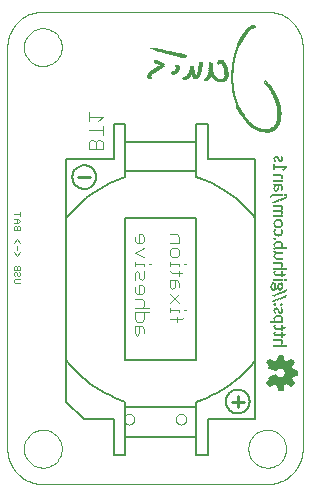
<source format=gbo>
G75*
G70*
%OFA0B0*%
%FSLAX24Y24*%
%IPPOS*%
%LPD*%
%AMOC8*
5,1,8,0,0,1.08239X$1,22.5*
%
%ADD10C,0.0000*%
%ADD11C,0.0040*%
%ADD12C,0.0050*%
%ADD13C,0.0098*%
%ADD14C,0.0060*%
%ADD15R,0.0003X0.0003*%
%ADD16R,0.0008X0.0003*%
%ADD17R,0.0005X0.0003*%
%ADD18R,0.0015X0.0003*%
%ADD19R,0.0020X0.0003*%
%ADD20R,0.0010X0.0003*%
%ADD21R,0.0018X0.0003*%
%ADD22R,0.0067X0.0003*%
%ADD23R,0.0013X0.0003*%
%ADD24R,0.0045X0.0003*%
%ADD25R,0.0077X0.0003*%
%ADD26R,0.0030X0.0003*%
%ADD27R,0.0032X0.0003*%
%ADD28R,0.0022X0.0003*%
%ADD29R,0.0127X0.0003*%
%ADD30R,0.0140X0.0003*%
%ADD31R,0.0025X0.0003*%
%ADD32R,0.0043X0.0003*%
%ADD33R,0.0053X0.0003*%
%ADD34R,0.0088X0.0003*%
%ADD35R,0.0035X0.0003*%
%ADD36R,0.0055X0.0003*%
%ADD37R,0.0040X0.0003*%
%ADD38R,0.0080X0.0003*%
%ADD39R,0.0065X0.0003*%
%ADD40R,0.0090X0.0003*%
%ADD41R,0.0143X0.0003*%
%ADD42R,0.0248X0.0003*%
%ADD43R,0.0293X0.0003*%
%ADD44R,0.0257X0.0003*%
%ADD45R,0.0037X0.0003*%
%ADD46R,0.0262X0.0003*%
%ADD47R,0.0027X0.0003*%
%ADD48R,0.0280X0.0003*%
%ADD49R,0.0070X0.0003*%
%ADD50R,0.0440X0.0003*%
%ADD51R,0.0315X0.0003*%
%ADD52R,0.0085X0.0003*%
%ADD53R,0.0330X0.0003*%
%ADD54R,0.0323X0.0003*%
%ADD55R,0.0107X0.0003*%
%ADD56R,0.0057X0.0003*%
%ADD57R,0.0490X0.0003*%
%ADD58R,0.0360X0.0003*%
%ADD59R,0.0512X0.0003*%
%ADD60R,0.0390X0.0003*%
%ADD61R,0.0565X0.0003*%
%ADD62R,0.0325X0.0003*%
%ADD63R,0.0168X0.0003*%
%ADD64R,0.0307X0.0003*%
%ADD65R,0.0152X0.0003*%
%ADD66R,0.0272X0.0003*%
%ADD67R,0.0132X0.0003*%
%ADD68R,0.0147X0.0003*%
%ADD69R,0.0243X0.0003*%
%ADD70R,0.0125X0.0003*%
%ADD71R,0.0240X0.0003*%
%ADD72R,0.0130X0.0003*%
%ADD73R,0.0225X0.0003*%
%ADD74R,0.0083X0.0003*%
%ADD75R,0.0222X0.0003*%
%ADD76R,0.0217X0.0003*%
%ADD77R,0.0120X0.0003*%
%ADD78R,0.0215X0.0003*%
%ADD79R,0.0118X0.0003*%
%ADD80R,0.0205X0.0003*%
%ADD81R,0.0103X0.0003*%
%ADD82R,0.0210X0.0003*%
%ADD83R,0.0097X0.0003*%
%ADD84R,0.0198X0.0003*%
%ADD85R,0.0100X0.0003*%
%ADD86R,0.0190X0.0003*%
%ADD87R,0.0187X0.0003*%
%ADD88R,0.0192X0.0003*%
%ADD89R,0.0170X0.0003*%
%ADD90R,0.0173X0.0003*%
%ADD91R,0.0182X0.0003*%
%ADD92R,0.0180X0.0003*%
%ADD93R,0.0047X0.0003*%
%ADD94R,0.0165X0.0003*%
%ADD95R,0.0163X0.0003*%
%ADD96R,0.0160X0.0003*%
%ADD97R,0.0158X0.0003*%
%ADD98R,0.0155X0.0003*%
%ADD99R,0.0092X0.0003*%
%ADD100R,0.0150X0.0003*%
%ADD101R,0.0105X0.0003*%
%ADD102R,0.0115X0.0003*%
%ADD103R,0.0145X0.0003*%
%ADD104R,0.0138X0.0003*%
%ADD105R,0.0135X0.0003*%
%ADD106R,0.0075X0.0003*%
%ADD107R,0.0063X0.0003*%
%ADD108R,0.0060X0.0003*%
%ADD109R,0.0050X0.0003*%
%ADD110R,0.0123X0.0003*%
%ADD111R,0.0112X0.0003*%
%ADD112R,0.0110X0.0003*%
%ADD113R,0.0073X0.0003*%
%ADD114R,0.0095X0.0003*%
%ADD115R,0.0185X0.0003*%
%ADD116R,0.0208X0.0003*%
%ADD117R,0.0235X0.0003*%
%ADD118R,0.0260X0.0003*%
%ADD119R,0.0267X0.0003*%
%ADD120R,0.0283X0.0003*%
%ADD121R,0.0295X0.0003*%
%ADD122R,0.0302X0.0003*%
%ADD123R,0.0320X0.0003*%
%ADD124R,0.0333X0.0003*%
%ADD125R,0.0338X0.0003*%
%ADD126R,0.0343X0.0003*%
%ADD127R,0.0350X0.0003*%
%ADD128R,0.0355X0.0003*%
%ADD129R,0.0365X0.0003*%
%ADD130R,0.0370X0.0003*%
%ADD131R,0.0375X0.0003*%
%ADD132R,0.0380X0.0003*%
%ADD133R,0.0382X0.0003*%
%ADD134R,0.0393X0.0003*%
%ADD135R,0.0398X0.0003*%
%ADD136R,0.0403X0.0003*%
%ADD137R,0.0405X0.0003*%
%ADD138R,0.0415X0.0003*%
%ADD139R,0.0177X0.0003*%
%ADD140R,0.0175X0.0003*%
%ADD141R,0.0195X0.0003*%
%ADD142R,0.0200X0.0003*%
%ADD143R,0.0203X0.0003*%
%ADD144R,0.0213X0.0003*%
%ADD145R,0.0220X0.0003*%
%ADD146R,0.0227X0.0003*%
%ADD147R,0.0230X0.0003*%
%ADD148R,0.0232X0.0003*%
%ADD149R,0.0238X0.0003*%
%ADD150R,0.0245X0.0003*%
%ADD151R,0.0250X0.0003*%
%ADD152R,0.0253X0.0003*%
%ADD153R,0.0255X0.0003*%
%ADD154R,0.0305X0.0003*%
%ADD155R,0.0318X0.0003*%
%ADD156R,0.0328X0.0003*%
%ADD157R,0.0335X0.0003*%
%ADD158R,0.0340X0.0003*%
%ADD159R,0.0352X0.0003*%
%ADD160R,0.0387X0.0003*%
%ADD161R,0.0410X0.0003*%
%ADD162R,0.0413X0.0003*%
%ADD163R,0.0430X0.0003*%
%ADD164R,0.0432X0.0003*%
%ADD165R,0.0428X0.0003*%
%ADD166R,0.0420X0.0003*%
%ADD167R,0.0435X0.0003*%
%ADD168R,0.0425X0.0003*%
%ADD169R,0.0423X0.0003*%
%ADD170R,0.0418X0.0003*%
%ADD171R,0.0372X0.0003*%
%ADD172R,0.0362X0.0003*%
%ADD173R,0.0348X0.0003*%
%ADD174R,0.0345X0.0003*%
%ADD175R,0.0310X0.0003*%
%ADD176R,0.0300X0.0003*%
%ADD177R,0.0297X0.0003*%
%ADD178R,0.0285X0.0003*%
%ADD179R,0.0278X0.0003*%
%ADD180R,0.0265X0.0003*%
%ADD181R,0.0010X0.0050*%
%ADD182R,0.0010X0.0040*%
%ADD183R,0.0010X0.0130*%
%ADD184R,0.0010X0.0070*%
%ADD185R,0.0010X0.0180*%
%ADD186R,0.0010X0.0080*%
%ADD187R,0.0010X0.0210*%
%ADD188R,0.0010X0.0090*%
%ADD189R,0.0010X0.0060*%
%ADD190R,0.0010X0.0010*%
%ADD191R,0.0010X0.0030*%
%ADD192R,0.0010X0.0020*%
%ADD193R,0.0010X0.0220*%
%ADD194R,0.0010X0.0100*%
%ADD195R,0.0010X0.0110*%
%ADD196R,0.0010X0.0120*%
%ADD197R,0.0010X0.0140*%
%ADD198R,0.0010X0.0150*%
%ADD199R,0.0010X0.0200*%
%ADD200R,0.0010X0.0170*%
%ADD201R,0.0010X0.0190*%
%ADD202R,0.0010X0.0160*%
D10*
X002428Y001468D02*
X002428Y014853D01*
X002979Y014853D02*
X002981Y014903D01*
X002987Y014953D01*
X002997Y015002D01*
X003011Y015050D01*
X003028Y015097D01*
X003049Y015142D01*
X003074Y015186D01*
X003102Y015227D01*
X003134Y015266D01*
X003168Y015303D01*
X003205Y015337D01*
X003245Y015367D01*
X003287Y015394D01*
X003331Y015418D01*
X003377Y015439D01*
X003424Y015455D01*
X003472Y015468D01*
X003522Y015477D01*
X003571Y015482D01*
X003622Y015483D01*
X003672Y015480D01*
X003721Y015473D01*
X003770Y015462D01*
X003818Y015447D01*
X003864Y015429D01*
X003909Y015407D01*
X003952Y015381D01*
X003993Y015352D01*
X004032Y015320D01*
X004068Y015285D01*
X004100Y015247D01*
X004130Y015207D01*
X004157Y015164D01*
X004180Y015120D01*
X004199Y015074D01*
X004215Y015026D01*
X004227Y014977D01*
X004235Y014928D01*
X004239Y014878D01*
X004239Y014828D01*
X004235Y014778D01*
X004227Y014729D01*
X004215Y014680D01*
X004199Y014632D01*
X004180Y014586D01*
X004157Y014542D01*
X004130Y014499D01*
X004100Y014459D01*
X004068Y014421D01*
X004032Y014386D01*
X003993Y014354D01*
X003952Y014325D01*
X003909Y014299D01*
X003864Y014277D01*
X003818Y014259D01*
X003770Y014244D01*
X003721Y014233D01*
X003672Y014226D01*
X003622Y014223D01*
X003571Y014224D01*
X003522Y014229D01*
X003472Y014238D01*
X003424Y014251D01*
X003377Y014267D01*
X003331Y014288D01*
X003287Y014312D01*
X003245Y014339D01*
X003205Y014369D01*
X003168Y014403D01*
X003134Y014440D01*
X003102Y014479D01*
X003074Y014520D01*
X003049Y014564D01*
X003028Y014609D01*
X003011Y014656D01*
X002997Y014704D01*
X002987Y014753D01*
X002981Y014803D01*
X002979Y014853D01*
X002428Y014853D02*
X002430Y014919D01*
X002435Y014985D01*
X002445Y015051D01*
X002458Y015116D01*
X002474Y015180D01*
X002494Y015243D01*
X002518Y015305D01*
X002545Y015365D01*
X002575Y015424D01*
X002609Y015481D01*
X002646Y015536D01*
X002686Y015589D01*
X002728Y015640D01*
X002774Y015688D01*
X002822Y015734D01*
X002873Y015776D01*
X002926Y015816D01*
X002981Y015853D01*
X003038Y015887D01*
X003097Y015917D01*
X003157Y015944D01*
X003219Y015968D01*
X003282Y015988D01*
X003346Y016004D01*
X003411Y016017D01*
X003477Y016027D01*
X003543Y016032D01*
X003609Y016034D01*
X011089Y016034D01*
X011155Y016032D01*
X011221Y016027D01*
X011287Y016017D01*
X011352Y016004D01*
X011416Y015988D01*
X011479Y015968D01*
X011541Y015944D01*
X011601Y015917D01*
X011660Y015887D01*
X011717Y015853D01*
X011772Y015816D01*
X011825Y015776D01*
X011876Y015734D01*
X011924Y015688D01*
X011970Y015640D01*
X012012Y015589D01*
X012052Y015536D01*
X012089Y015481D01*
X012123Y015424D01*
X012153Y015365D01*
X012180Y015305D01*
X012204Y015243D01*
X012224Y015180D01*
X012240Y015116D01*
X012253Y015051D01*
X012263Y014985D01*
X012268Y014919D01*
X012270Y014853D01*
X012271Y014853D02*
X012271Y001468D01*
X010459Y001468D02*
X010461Y001518D01*
X010467Y001568D01*
X010477Y001617D01*
X010491Y001665D01*
X010508Y001712D01*
X010529Y001757D01*
X010554Y001801D01*
X010582Y001842D01*
X010614Y001881D01*
X010648Y001918D01*
X010685Y001952D01*
X010725Y001982D01*
X010767Y002009D01*
X010811Y002033D01*
X010857Y002054D01*
X010904Y002070D01*
X010952Y002083D01*
X011002Y002092D01*
X011051Y002097D01*
X011102Y002098D01*
X011152Y002095D01*
X011201Y002088D01*
X011250Y002077D01*
X011298Y002062D01*
X011344Y002044D01*
X011389Y002022D01*
X011432Y001996D01*
X011473Y001967D01*
X011512Y001935D01*
X011548Y001900D01*
X011580Y001862D01*
X011610Y001822D01*
X011637Y001779D01*
X011660Y001735D01*
X011679Y001689D01*
X011695Y001641D01*
X011707Y001592D01*
X011715Y001543D01*
X011719Y001493D01*
X011719Y001443D01*
X011715Y001393D01*
X011707Y001344D01*
X011695Y001295D01*
X011679Y001247D01*
X011660Y001201D01*
X011637Y001157D01*
X011610Y001114D01*
X011580Y001074D01*
X011548Y001036D01*
X011512Y001001D01*
X011473Y000969D01*
X011432Y000940D01*
X011389Y000914D01*
X011344Y000892D01*
X011298Y000874D01*
X011250Y000859D01*
X011201Y000848D01*
X011152Y000841D01*
X011102Y000838D01*
X011051Y000839D01*
X011002Y000844D01*
X010952Y000853D01*
X010904Y000866D01*
X010857Y000882D01*
X010811Y000903D01*
X010767Y000927D01*
X010725Y000954D01*
X010685Y000984D01*
X010648Y001018D01*
X010614Y001055D01*
X010582Y001094D01*
X010554Y001135D01*
X010529Y001179D01*
X010508Y001224D01*
X010491Y001271D01*
X010477Y001319D01*
X010467Y001368D01*
X010461Y001418D01*
X010459Y001468D01*
X011089Y000287D02*
X011155Y000289D01*
X011221Y000294D01*
X011287Y000304D01*
X011352Y000317D01*
X011416Y000333D01*
X011479Y000353D01*
X011541Y000377D01*
X011601Y000404D01*
X011660Y000434D01*
X011717Y000468D01*
X011772Y000505D01*
X011825Y000545D01*
X011876Y000587D01*
X011924Y000633D01*
X011970Y000681D01*
X012012Y000732D01*
X012052Y000785D01*
X012089Y000840D01*
X012123Y000897D01*
X012153Y000956D01*
X012180Y001016D01*
X012204Y001078D01*
X012224Y001141D01*
X012240Y001205D01*
X012253Y001270D01*
X012263Y001336D01*
X012268Y001402D01*
X012270Y001468D01*
X011089Y000286D02*
X003609Y000286D01*
X002979Y001468D02*
X002981Y001518D01*
X002987Y001568D01*
X002997Y001617D01*
X003011Y001665D01*
X003028Y001712D01*
X003049Y001757D01*
X003074Y001801D01*
X003102Y001842D01*
X003134Y001881D01*
X003168Y001918D01*
X003205Y001952D01*
X003245Y001982D01*
X003287Y002009D01*
X003331Y002033D01*
X003377Y002054D01*
X003424Y002070D01*
X003472Y002083D01*
X003522Y002092D01*
X003571Y002097D01*
X003622Y002098D01*
X003672Y002095D01*
X003721Y002088D01*
X003770Y002077D01*
X003818Y002062D01*
X003864Y002044D01*
X003909Y002022D01*
X003952Y001996D01*
X003993Y001967D01*
X004032Y001935D01*
X004068Y001900D01*
X004100Y001862D01*
X004130Y001822D01*
X004157Y001779D01*
X004180Y001735D01*
X004199Y001689D01*
X004215Y001641D01*
X004227Y001592D01*
X004235Y001543D01*
X004239Y001493D01*
X004239Y001443D01*
X004235Y001393D01*
X004227Y001344D01*
X004215Y001295D01*
X004199Y001247D01*
X004180Y001201D01*
X004157Y001157D01*
X004130Y001114D01*
X004100Y001074D01*
X004068Y001036D01*
X004032Y001001D01*
X003993Y000969D01*
X003952Y000940D01*
X003909Y000914D01*
X003864Y000892D01*
X003818Y000874D01*
X003770Y000859D01*
X003721Y000848D01*
X003672Y000841D01*
X003622Y000838D01*
X003571Y000839D01*
X003522Y000844D01*
X003472Y000853D01*
X003424Y000866D01*
X003377Y000882D01*
X003331Y000903D01*
X003287Y000927D01*
X003245Y000954D01*
X003205Y000984D01*
X003168Y001018D01*
X003134Y001055D01*
X003102Y001094D01*
X003074Y001135D01*
X003049Y001179D01*
X003028Y001224D01*
X003011Y001271D01*
X002997Y001319D01*
X002987Y001368D01*
X002981Y001418D01*
X002979Y001468D01*
X002428Y001468D02*
X002430Y001402D01*
X002435Y001336D01*
X002445Y001270D01*
X002458Y001205D01*
X002474Y001141D01*
X002494Y001078D01*
X002518Y001016D01*
X002545Y000956D01*
X002575Y000897D01*
X002609Y000840D01*
X002646Y000785D01*
X002686Y000732D01*
X002728Y000681D01*
X002774Y000633D01*
X002822Y000587D01*
X002873Y000545D01*
X002926Y000505D01*
X002981Y000468D01*
X003038Y000434D01*
X003097Y000404D01*
X003157Y000377D01*
X003219Y000353D01*
X003282Y000333D01*
X003346Y000317D01*
X003411Y000304D01*
X003477Y000294D01*
X003543Y000289D01*
X003609Y000287D01*
X006306Y002452D02*
X006308Y002478D01*
X006314Y002504D01*
X006324Y002529D01*
X006337Y002552D01*
X006353Y002572D01*
X006373Y002590D01*
X006395Y002605D01*
X006418Y002617D01*
X006444Y002625D01*
X006470Y002629D01*
X006496Y002629D01*
X006522Y002625D01*
X006548Y002617D01*
X006572Y002605D01*
X006593Y002590D01*
X006613Y002572D01*
X006629Y002552D01*
X006642Y002529D01*
X006652Y002504D01*
X006658Y002478D01*
X006660Y002452D01*
X006658Y002426D01*
X006652Y002400D01*
X006642Y002375D01*
X006629Y002352D01*
X006613Y002332D01*
X006593Y002314D01*
X006571Y002299D01*
X006548Y002287D01*
X006522Y002279D01*
X006496Y002275D01*
X006470Y002275D01*
X006444Y002279D01*
X006418Y002287D01*
X006394Y002299D01*
X006373Y002314D01*
X006353Y002332D01*
X006337Y002352D01*
X006324Y002375D01*
X006314Y002400D01*
X006308Y002426D01*
X006306Y002452D01*
X008038Y002452D02*
X008040Y002478D01*
X008046Y002504D01*
X008056Y002529D01*
X008069Y002552D01*
X008085Y002572D01*
X008105Y002590D01*
X008127Y002605D01*
X008150Y002617D01*
X008176Y002625D01*
X008202Y002629D01*
X008228Y002629D01*
X008254Y002625D01*
X008280Y002617D01*
X008304Y002605D01*
X008325Y002590D01*
X008345Y002572D01*
X008361Y002552D01*
X008374Y002529D01*
X008384Y002504D01*
X008390Y002478D01*
X008392Y002452D01*
X008390Y002426D01*
X008384Y002400D01*
X008374Y002375D01*
X008361Y002352D01*
X008345Y002332D01*
X008325Y002314D01*
X008303Y002299D01*
X008280Y002287D01*
X008254Y002279D01*
X008228Y002275D01*
X008202Y002275D01*
X008176Y002279D01*
X008150Y002287D01*
X008126Y002299D01*
X008105Y002314D01*
X008085Y002332D01*
X008069Y002352D01*
X008056Y002375D01*
X008046Y002400D01*
X008040Y002426D01*
X008038Y002452D01*
D11*
X006979Y005318D02*
X006979Y005472D01*
X006903Y005548D01*
X006672Y005548D01*
X006672Y005318D01*
X006749Y005241D01*
X006826Y005318D01*
X006826Y005548D01*
X006749Y005702D02*
X006903Y005702D01*
X006979Y005778D01*
X006979Y006009D01*
X006903Y006162D02*
X006979Y006239D01*
X006979Y006392D01*
X006903Y006469D01*
X006672Y006469D01*
X006749Y006623D02*
X006672Y006699D01*
X006672Y006853D01*
X006826Y006929D02*
X006826Y006623D01*
X006749Y006623D02*
X006903Y006623D01*
X006979Y006699D01*
X006979Y006853D01*
X006903Y006929D01*
X006826Y006929D01*
X006903Y007083D02*
X006826Y007160D01*
X006826Y007313D01*
X006749Y007390D01*
X006672Y007313D01*
X006672Y007083D01*
X006903Y007083D02*
X006979Y007160D01*
X006979Y007390D01*
X006979Y007543D02*
X006979Y007620D01*
X006672Y007620D01*
X006672Y007543D02*
X006672Y007697D01*
X006672Y008004D02*
X006979Y008157D01*
X006903Y008311D02*
X006749Y008311D01*
X006672Y008387D01*
X006672Y008541D01*
X006826Y008618D02*
X006826Y008311D01*
X006903Y008311D02*
X006979Y008387D01*
X006979Y008541D01*
X006903Y008618D01*
X006826Y008618D01*
X006672Y008004D02*
X006979Y007850D01*
X007133Y007620D02*
X007210Y007620D01*
X007854Y007620D02*
X008161Y007620D01*
X008161Y007543D01*
X008161Y007390D02*
X008161Y007236D01*
X008237Y007313D02*
X007930Y007313D01*
X007854Y007390D01*
X007854Y007543D02*
X007854Y007697D01*
X007930Y007850D02*
X007854Y007927D01*
X007854Y008080D01*
X007930Y008157D01*
X008084Y008157D01*
X008161Y008080D01*
X008161Y007927D01*
X008084Y007850D01*
X007930Y007850D01*
X008314Y007620D02*
X008391Y007620D01*
X008084Y007083D02*
X007854Y007083D01*
X007854Y006853D01*
X007930Y006776D01*
X008007Y006853D01*
X008007Y007083D01*
X008084Y007083D02*
X008161Y007006D01*
X008161Y006853D01*
X008161Y006623D02*
X007854Y006316D01*
X007854Y006162D02*
X007854Y006009D01*
X007854Y006085D02*
X008161Y006085D01*
X008161Y006009D01*
X008314Y006085D02*
X008391Y006085D01*
X008314Y005855D02*
X008237Y005778D01*
X007854Y005778D01*
X008084Y005702D02*
X008084Y005855D01*
X008161Y006316D02*
X007854Y006623D01*
X007133Y006162D02*
X006672Y006162D01*
X006672Y006009D02*
X006672Y005778D01*
X006749Y005702D01*
X006672Y006009D02*
X007133Y006009D01*
X007854Y008311D02*
X008161Y008311D01*
X008161Y008541D01*
X008084Y008618D01*
X007854Y008618D01*
X005601Y011464D02*
X005601Y011694D01*
X005525Y011771D01*
X005448Y011771D01*
X005371Y011694D01*
X005371Y011464D01*
X005141Y011464D02*
X005141Y011694D01*
X005218Y011771D01*
X005294Y011771D01*
X005371Y011694D01*
X005141Y011464D02*
X005601Y011464D01*
X005601Y011924D02*
X005601Y012231D01*
X005601Y012078D02*
X005141Y012078D01*
X005141Y012385D02*
X005141Y012692D01*
X005141Y012538D02*
X005601Y012538D01*
X005448Y012385D01*
X002845Y009343D02*
X002845Y009209D01*
X002845Y009276D02*
X002645Y009276D01*
X002645Y009122D02*
X002778Y009122D01*
X002845Y009055D01*
X002778Y008988D01*
X002645Y008988D01*
X002678Y008901D02*
X002645Y008867D01*
X002645Y008767D01*
X002845Y008767D01*
X002845Y008867D01*
X002812Y008901D01*
X002778Y008901D01*
X002745Y008867D01*
X002745Y008767D01*
X002745Y008867D02*
X002712Y008901D01*
X002678Y008901D01*
X002745Y008988D02*
X002745Y009122D01*
X002745Y008459D02*
X002645Y008325D01*
X002745Y008238D02*
X002745Y008104D01*
X002645Y008017D02*
X002745Y007883D01*
X002845Y008017D01*
X002845Y008325D02*
X002745Y008459D01*
X002712Y007575D02*
X002678Y007575D01*
X002645Y007541D01*
X002645Y007441D01*
X002845Y007441D01*
X002845Y007541D01*
X002812Y007575D01*
X002778Y007575D01*
X002745Y007541D01*
X002745Y007441D01*
X002712Y007354D02*
X002678Y007354D01*
X002645Y007320D01*
X002645Y007254D01*
X002678Y007220D01*
X002745Y007254D02*
X002745Y007320D01*
X002712Y007354D01*
X002812Y007354D02*
X002845Y007320D01*
X002845Y007254D01*
X002812Y007220D01*
X002778Y007220D01*
X002745Y007254D01*
X002678Y007133D02*
X002845Y007133D01*
X002845Y006999D02*
X002678Y006999D01*
X002645Y007033D01*
X002645Y007099D01*
X002678Y007133D01*
X002745Y007541D02*
X002712Y007575D01*
D12*
X004397Y009145D02*
X004397Y004420D01*
X004397Y003042D01*
X004987Y002452D01*
X005971Y002452D01*
X005971Y001271D01*
X006365Y001271D01*
X006365Y001861D01*
X008727Y001861D01*
X008727Y001271D01*
X009121Y001271D01*
X009121Y002452D01*
X010696Y002452D01*
X010696Y004420D01*
X010696Y009145D01*
X010696Y011113D01*
X009121Y011113D01*
X009121Y012294D01*
X008727Y012294D01*
X008727Y011704D01*
X006365Y011704D01*
X006365Y012294D01*
X005971Y012294D01*
X005971Y011113D01*
X004397Y011113D01*
X004397Y009145D01*
X004593Y010523D02*
X004595Y010562D01*
X004601Y010601D01*
X004611Y010639D01*
X004624Y010676D01*
X004641Y010711D01*
X004661Y010745D01*
X004685Y010776D01*
X004712Y010805D01*
X004741Y010831D01*
X004773Y010854D01*
X004807Y010874D01*
X004843Y010890D01*
X004880Y010902D01*
X004919Y010911D01*
X004958Y010916D01*
X004997Y010917D01*
X005036Y010914D01*
X005075Y010907D01*
X005112Y010896D01*
X005149Y010882D01*
X005184Y010864D01*
X005217Y010843D01*
X005248Y010818D01*
X005276Y010791D01*
X005301Y010761D01*
X005323Y010728D01*
X005342Y010694D01*
X005357Y010658D01*
X005369Y010620D01*
X005377Y010582D01*
X005381Y010543D01*
X005381Y010503D01*
X005377Y010464D01*
X005369Y010426D01*
X005357Y010388D01*
X005342Y010352D01*
X005323Y010318D01*
X005301Y010285D01*
X005276Y010255D01*
X005248Y010228D01*
X005217Y010203D01*
X005184Y010182D01*
X005149Y010164D01*
X005112Y010150D01*
X005075Y010139D01*
X005036Y010132D01*
X004997Y010129D01*
X004958Y010130D01*
X004919Y010135D01*
X004880Y010144D01*
X004843Y010156D01*
X004807Y010172D01*
X004773Y010192D01*
X004741Y010215D01*
X004712Y010241D01*
X004685Y010270D01*
X004661Y010301D01*
X004641Y010335D01*
X004624Y010370D01*
X004611Y010407D01*
X004601Y010445D01*
X004595Y010484D01*
X004593Y010523D01*
X006365Y010523D02*
X006365Y010720D01*
X008727Y010720D01*
X008727Y010523D01*
X008727Y010720D02*
X008727Y011704D01*
X008727Y009145D02*
X006365Y009145D01*
X006365Y004420D01*
X008727Y004420D01*
X008727Y009145D01*
X010696Y004420D02*
X010578Y004274D01*
X010454Y004134D01*
X010323Y003999D01*
X010186Y003871D01*
X010043Y003749D01*
X009894Y003634D01*
X009740Y003527D01*
X009582Y003426D01*
X009418Y003334D01*
X009251Y003249D01*
X009080Y003172D01*
X008905Y003103D01*
X008727Y003042D01*
X008727Y002846D01*
X006365Y002846D01*
X006365Y001861D01*
X006365Y002846D02*
X006365Y003042D01*
X008727Y002846D02*
X008727Y001861D01*
X009711Y003042D02*
X009713Y003081D01*
X009719Y003120D01*
X009729Y003158D01*
X009742Y003195D01*
X009759Y003230D01*
X009779Y003264D01*
X009803Y003295D01*
X009830Y003324D01*
X009859Y003350D01*
X009891Y003373D01*
X009925Y003393D01*
X009961Y003409D01*
X009998Y003421D01*
X010037Y003430D01*
X010076Y003435D01*
X010115Y003436D01*
X010154Y003433D01*
X010193Y003426D01*
X010230Y003415D01*
X010267Y003401D01*
X010302Y003383D01*
X010335Y003362D01*
X010366Y003337D01*
X010394Y003310D01*
X010419Y003280D01*
X010441Y003247D01*
X010460Y003213D01*
X010475Y003177D01*
X010487Y003139D01*
X010495Y003101D01*
X010499Y003062D01*
X010499Y003022D01*
X010495Y002983D01*
X010487Y002945D01*
X010475Y002907D01*
X010460Y002871D01*
X010441Y002837D01*
X010419Y002804D01*
X010394Y002774D01*
X010366Y002747D01*
X010335Y002722D01*
X010302Y002701D01*
X010267Y002683D01*
X010230Y002669D01*
X010193Y002658D01*
X010154Y002651D01*
X010115Y002648D01*
X010076Y002649D01*
X010037Y002654D01*
X009998Y002663D01*
X009961Y002675D01*
X009925Y002691D01*
X009891Y002711D01*
X009859Y002734D01*
X009830Y002760D01*
X009803Y002789D01*
X009779Y002820D01*
X009759Y002854D01*
X009742Y002889D01*
X009729Y002926D01*
X009719Y002964D01*
X009713Y003003D01*
X009711Y003042D01*
X010696Y009145D02*
X010579Y009292D01*
X010455Y009433D01*
X010324Y009568D01*
X010187Y009697D01*
X010045Y009819D01*
X009896Y009934D01*
X009742Y010042D01*
X009583Y010142D01*
X009420Y010234D01*
X009252Y010319D01*
X009081Y010395D01*
X008906Y010464D01*
X008727Y010523D01*
X006365Y010720D02*
X006365Y011704D01*
X006365Y010523D02*
X006186Y010464D01*
X006011Y010395D01*
X005840Y010319D01*
X005672Y010234D01*
X005509Y010142D01*
X005350Y010042D01*
X005196Y009934D01*
X005047Y009819D01*
X004905Y009697D01*
X004768Y009568D01*
X004637Y009433D01*
X004513Y009292D01*
X004396Y009145D01*
X004396Y004420D02*
X004512Y004273D01*
X004636Y004131D01*
X004766Y003996D01*
X004903Y003867D01*
X005046Y003745D01*
X005194Y003630D01*
X005348Y003522D01*
X005507Y003422D01*
X005671Y003329D01*
X005839Y003245D01*
X006011Y003169D01*
X006186Y003101D01*
X006365Y003042D01*
D13*
X009908Y003042D02*
X010302Y003042D01*
X010105Y002846D02*
X010105Y003239D01*
X005184Y010523D02*
X004790Y010523D01*
D14*
X011089Y004346D02*
X011169Y004226D01*
X011139Y004166D01*
X011369Y004076D01*
X011339Y004136D02*
X011539Y004236D01*
X011689Y004136D01*
X011739Y003986D01*
X011689Y003836D01*
X011539Y003786D01*
X011389Y003836D01*
X011339Y003886D01*
X011189Y003786D01*
X011139Y003636D01*
X011189Y003586D01*
X011339Y003686D01*
X011489Y003586D01*
X011489Y003486D01*
X011589Y003486D01*
X011589Y003636D01*
X011739Y003686D01*
X011889Y003586D01*
X011939Y003636D01*
X011839Y003786D01*
X011939Y003936D01*
X012039Y003936D01*
X012039Y004036D01*
X011889Y004086D01*
X011839Y004236D01*
X011939Y004336D01*
X011889Y004386D01*
X011739Y004336D01*
X011589Y004386D01*
X011589Y004536D01*
X011489Y004486D01*
X011439Y004336D01*
X011289Y004336D01*
X011189Y004386D01*
X011139Y004336D01*
X011189Y004236D01*
X011189Y004186D01*
X011339Y004136D01*
X011362Y004147D02*
X011305Y004147D01*
X011189Y004206D02*
X011479Y004206D01*
X011585Y004206D02*
X011850Y004206D01*
X011879Y004206D02*
X011969Y004346D01*
X011879Y004436D01*
X011749Y004346D01*
X011629Y004396D01*
X011599Y004546D01*
X011469Y004546D01*
X011439Y004406D01*
X011309Y004346D01*
X011179Y004436D01*
X011089Y004346D01*
X011146Y004323D02*
X011926Y004323D01*
X011894Y004381D02*
X011876Y004381D01*
X011868Y004264D02*
X011175Y004264D01*
X011185Y004381D02*
X011199Y004381D01*
X011455Y004381D02*
X011603Y004381D01*
X011589Y004440D02*
X011474Y004440D01*
X011514Y004498D02*
X011589Y004498D01*
X011672Y004147D02*
X011869Y004147D01*
X011879Y004206D02*
X011929Y004086D01*
X012089Y004056D01*
X012089Y003926D01*
X011929Y003896D01*
X011879Y003776D01*
X011969Y003646D01*
X011879Y003556D01*
X011749Y003646D01*
X011619Y003586D01*
X011599Y003436D01*
X011469Y003436D01*
X011439Y003586D01*
X011309Y003636D01*
X011179Y003556D01*
X011089Y003646D01*
X011169Y003766D01*
X011139Y003816D01*
X011369Y003916D01*
X011371Y003855D02*
X011293Y003855D01*
X011205Y003796D02*
X011508Y003796D01*
X011571Y003796D02*
X011846Y003796D01*
X011872Y003738D02*
X011173Y003738D01*
X011154Y003679D02*
X011330Y003679D01*
X011349Y003679D02*
X011720Y003679D01*
X011749Y003679D02*
X011911Y003679D01*
X011924Y003621D02*
X011837Y003621D01*
X011885Y003855D02*
X011696Y003855D01*
X011715Y003913D02*
X011924Y003913D01*
X012039Y003972D02*
X011735Y003972D01*
X011725Y004030D02*
X012039Y004030D01*
X011889Y004089D02*
X011705Y004089D01*
X011369Y004076D02*
X011382Y004098D01*
X011398Y004118D01*
X011417Y004136D01*
X011439Y004151D01*
X011462Y004162D01*
X011487Y004170D01*
X011512Y004174D01*
X011538Y004175D01*
X011564Y004172D01*
X011589Y004165D01*
X011612Y004154D01*
X011634Y004141D01*
X011654Y004124D01*
X011671Y004105D01*
X011686Y004083D01*
X011696Y004059D01*
X011704Y004035D01*
X011708Y004009D01*
X011708Y003983D01*
X011704Y003957D01*
X011696Y003933D01*
X011686Y003909D01*
X011671Y003887D01*
X011654Y003868D01*
X011634Y003851D01*
X011612Y003838D01*
X011589Y003827D01*
X011564Y003820D01*
X011538Y003817D01*
X011512Y003818D01*
X011487Y003822D01*
X011462Y003830D01*
X011439Y003841D01*
X011417Y003856D01*
X011398Y003874D01*
X011382Y003894D01*
X011369Y003916D01*
X011437Y003621D02*
X011589Y003621D01*
X011589Y003562D02*
X011489Y003562D01*
X011489Y003504D02*
X011589Y003504D01*
X011242Y003621D02*
X011155Y003621D01*
D15*
X011128Y011998D03*
X011133Y012008D03*
X011140Y012011D03*
X011145Y012011D03*
X011148Y012008D03*
X011140Y012003D03*
X011125Y012011D03*
X011125Y012013D03*
X011128Y012016D03*
X011120Y012018D03*
X011115Y012011D03*
X011110Y012008D03*
X011103Y012013D03*
X011098Y012011D03*
X011098Y012018D03*
X011093Y012021D03*
X011095Y012026D03*
X011095Y012028D03*
X011090Y012028D03*
X011090Y012026D03*
X011085Y012028D03*
X011085Y012023D03*
X011088Y012013D03*
X011088Y012008D03*
X011088Y012003D03*
X011088Y012001D03*
X011088Y011998D03*
X011080Y012003D03*
X011080Y012006D03*
X011080Y012008D03*
X011073Y012008D03*
X011075Y012018D03*
X011070Y012021D03*
X011068Y012023D03*
X011060Y012031D03*
X011055Y012028D03*
X011050Y012028D03*
X011048Y012031D03*
X011043Y012028D03*
X011053Y012023D03*
X011058Y012018D03*
X011060Y012013D03*
X011040Y012008D03*
X011038Y012016D03*
X011038Y012018D03*
X011035Y012021D03*
X011030Y012021D03*
X011030Y012023D03*
X011025Y012031D03*
X011025Y012033D03*
X011020Y012028D03*
X011015Y012031D03*
X011013Y012026D03*
X011008Y012018D03*
X011000Y012018D03*
X010998Y012023D03*
X010998Y012031D03*
X011003Y012031D03*
X011005Y012041D03*
X011000Y012041D03*
X011010Y012038D03*
X010993Y012031D03*
X010985Y012031D03*
X010983Y012033D03*
X010988Y012038D03*
X010980Y012041D03*
X010980Y012043D03*
X010973Y012043D03*
X010968Y012038D03*
X010960Y012038D03*
X010953Y012033D03*
X010948Y012033D03*
X010943Y012031D03*
X010940Y012028D03*
X010938Y012038D03*
X010945Y012043D03*
X010930Y012051D03*
X010928Y012046D03*
X010923Y012046D03*
X010920Y012043D03*
X010915Y012041D03*
X010910Y012038D03*
X010903Y012038D03*
X010903Y012048D03*
X010900Y012056D03*
X010890Y012046D03*
X010893Y012043D03*
X010893Y012038D03*
X010888Y012033D03*
X010885Y012036D03*
X010878Y012038D03*
X010878Y012046D03*
X010883Y012048D03*
X010870Y012038D03*
X010863Y012033D03*
X010860Y012036D03*
X010858Y012041D03*
X010860Y012043D03*
X010855Y012046D03*
X010853Y012051D03*
X010848Y012051D03*
X010848Y012046D03*
X010848Y012043D03*
X010850Y012041D03*
X010853Y012038D03*
X010840Y012041D03*
X010838Y012043D03*
X010840Y012053D03*
X010835Y012056D03*
X010825Y012048D03*
X010828Y012046D03*
X010820Y012046D03*
X010808Y012048D03*
X010805Y012053D03*
X010803Y012061D03*
X010808Y012061D03*
X010808Y012063D03*
X010805Y012066D03*
X010800Y012066D03*
X010793Y012066D03*
X010793Y012063D03*
X010788Y012068D03*
X010785Y012071D03*
X010783Y012073D03*
X010780Y012076D03*
X010780Y012078D03*
X010778Y012081D03*
X010775Y012078D03*
X010770Y012078D03*
X010778Y012073D03*
X010790Y012078D03*
X010805Y012073D03*
X010815Y012068D03*
X010815Y012058D03*
X010803Y012088D03*
X010783Y012096D03*
X010780Y012098D03*
X010760Y012091D03*
X010760Y012088D03*
X010758Y012093D03*
X010755Y012096D03*
X010753Y012093D03*
X010748Y012093D03*
X010740Y012101D03*
X010738Y012103D03*
X010745Y012106D03*
X010748Y012113D03*
X010745Y012116D03*
X010740Y012116D03*
X010735Y012118D03*
X010733Y012121D03*
X010730Y012123D03*
X010730Y012126D03*
X010725Y012126D03*
X010723Y012131D03*
X010723Y012133D03*
X010723Y012136D03*
X010713Y012138D03*
X010710Y012136D03*
X010705Y012136D03*
X010705Y012141D03*
X010700Y012141D03*
X010695Y012141D03*
X010690Y012133D03*
X010688Y012128D03*
X010685Y012131D03*
X010680Y012131D03*
X010680Y012133D03*
X010680Y012136D03*
X010685Y012143D03*
X010673Y012143D03*
X010673Y012141D03*
X010665Y012133D03*
X010665Y012131D03*
X010670Y012128D03*
X010670Y012126D03*
X010675Y012128D03*
X010665Y012123D03*
X010655Y012141D03*
X010660Y012143D03*
X010658Y012148D03*
X010663Y012151D03*
X010660Y012158D03*
X010653Y012158D03*
X010648Y012156D03*
X010645Y012158D03*
X010640Y012156D03*
X010635Y012156D03*
X010630Y012156D03*
X010640Y012151D03*
X010643Y012148D03*
X010648Y012146D03*
X010648Y012143D03*
X010645Y012138D03*
X010668Y012163D03*
X010675Y012166D03*
X010695Y012173D03*
X010703Y012173D03*
X010710Y012163D03*
X010715Y012176D03*
X010725Y012173D03*
X010735Y012163D03*
X010740Y012163D03*
X010750Y012158D03*
X010750Y012156D03*
X010755Y012156D03*
X010768Y012151D03*
X010770Y012148D03*
X010783Y012143D03*
X010748Y012138D03*
X010743Y012143D03*
X010740Y012136D03*
X010740Y012128D03*
X010735Y012128D03*
X010745Y012128D03*
X010733Y012113D03*
X010728Y012116D03*
X010728Y012118D03*
X010725Y012121D03*
X010723Y012116D03*
X010725Y012113D03*
X010718Y012116D03*
X010713Y012118D03*
X010713Y012103D03*
X010723Y012098D03*
X010753Y012108D03*
X010760Y012081D03*
X010730Y012146D03*
X010690Y012113D03*
X010683Y012188D03*
X010615Y012171D03*
X010608Y012178D03*
X010605Y012166D03*
X010595Y012171D03*
X010593Y012173D03*
X010595Y012178D03*
X010590Y012178D03*
X010580Y012178D03*
X010575Y012191D03*
X010570Y012191D03*
X010560Y012208D03*
X010555Y012206D03*
X010550Y012206D03*
X010548Y012211D03*
X010545Y012216D03*
X010540Y012216D03*
X010540Y012221D03*
X010535Y012226D03*
X010538Y012228D03*
X010538Y012233D03*
X010543Y012233D03*
X010535Y012248D03*
X010523Y012243D03*
X010520Y012236D03*
X010520Y012233D03*
X010523Y012231D03*
X010510Y012241D03*
X010513Y012251D03*
X010518Y012253D03*
X010518Y012256D03*
X010515Y012258D03*
X010510Y012268D03*
X010505Y012268D03*
X010505Y012266D03*
X010503Y012271D03*
X010498Y012271D03*
X010498Y012273D03*
X010493Y012273D03*
X010498Y012281D03*
X010500Y012283D03*
X010503Y012281D03*
X010503Y012278D03*
X010508Y012281D03*
X010510Y012291D03*
X010503Y012293D03*
X010498Y012291D03*
X010495Y012288D03*
X010498Y012296D03*
X010498Y012303D03*
X010503Y012308D03*
X010510Y012308D03*
X010508Y012326D03*
X010505Y012328D03*
X010505Y012331D03*
X010503Y012326D03*
X010498Y012326D03*
X010493Y012321D03*
X010488Y012321D03*
X010488Y012318D03*
X010490Y012316D03*
X010483Y012308D03*
X010485Y012301D03*
X010490Y012298D03*
X010470Y012303D03*
X010468Y012298D03*
X010458Y012293D03*
X010463Y012311D03*
X010468Y012311D03*
X010465Y012318D03*
X010465Y012321D03*
X010465Y012323D03*
X010468Y012328D03*
X010478Y012331D03*
X010478Y012323D03*
X010473Y012318D03*
X010458Y012318D03*
X010448Y012326D03*
X010450Y012331D03*
X010455Y012336D03*
X010460Y012341D03*
X010468Y012341D03*
X010468Y012343D03*
X010468Y012346D03*
X010470Y012348D03*
X010475Y012348D03*
X010473Y012341D03*
X010468Y012338D03*
X010483Y012346D03*
X010488Y012353D03*
X010488Y012356D03*
X010488Y012361D03*
X010483Y012356D03*
X010495Y012346D03*
X010488Y012338D03*
X010503Y012338D03*
X010508Y012338D03*
X010533Y012313D03*
X010530Y012271D03*
X010525Y012271D03*
X010520Y012271D03*
X010528Y012266D03*
X010503Y012261D03*
X010565Y012216D03*
X010448Y012341D03*
X010448Y012346D03*
X010448Y012348D03*
X010443Y012348D03*
X010443Y012353D03*
X010438Y012348D03*
X010430Y012348D03*
X010430Y012351D03*
X010425Y012351D03*
X010420Y012353D03*
X010413Y012348D03*
X010410Y012351D03*
X010405Y012361D03*
X010403Y012366D03*
X010408Y012368D03*
X010408Y012371D03*
X010408Y012373D03*
X010405Y012381D03*
X010410Y012388D03*
X010410Y012396D03*
X010408Y012406D03*
X010390Y012403D03*
X010380Y012403D03*
X010380Y012406D03*
X010375Y012406D03*
X010370Y012403D03*
X010368Y012401D03*
X010368Y012398D03*
X010370Y012391D03*
X010378Y012391D03*
X010380Y012393D03*
X010380Y012398D03*
X010378Y012401D03*
X010380Y012413D03*
X010375Y012413D03*
X010373Y012421D03*
X010368Y012421D03*
X010368Y012418D03*
X010370Y012426D03*
X010370Y012436D03*
X010370Y012438D03*
X010365Y012438D03*
X010365Y012441D03*
X010370Y012443D03*
X010358Y012438D03*
X010358Y012433D03*
X010358Y012428D03*
X010350Y012436D03*
X010348Y012438D03*
X010343Y012433D03*
X010350Y012446D03*
X010353Y012448D03*
X010353Y012451D03*
X010350Y012453D03*
X010348Y012451D03*
X010350Y012458D03*
X010348Y012463D03*
X010340Y012461D03*
X010335Y012453D03*
X010340Y012451D03*
X010360Y012453D03*
X010360Y012458D03*
X010358Y012463D03*
X010373Y012473D03*
X010378Y012473D03*
X010360Y012486D03*
X010355Y012496D03*
X010355Y012498D03*
X010350Y012498D03*
X010345Y012501D03*
X010343Y012503D03*
X010338Y012511D03*
X010335Y012513D03*
X010328Y012511D03*
X010323Y012511D03*
X010320Y012516D03*
X010315Y012511D03*
X010315Y012506D03*
X010310Y012513D03*
X010303Y012511D03*
X010300Y012523D03*
X010295Y012521D03*
X010290Y012518D03*
X010298Y012531D03*
X010305Y012526D03*
X010308Y012531D03*
X010318Y012528D03*
X010323Y012531D03*
X010328Y012531D03*
X010328Y012526D03*
X010335Y012536D03*
X010343Y012543D03*
X010335Y012548D03*
X010328Y012558D03*
X010325Y012566D03*
X010318Y012571D03*
X010318Y012573D03*
X010313Y012573D03*
X010313Y012563D03*
X010300Y012566D03*
X010295Y012566D03*
X010295Y012563D03*
X010298Y012558D03*
X010305Y012551D03*
X010310Y012548D03*
X010315Y012548D03*
X010320Y012548D03*
X010313Y012543D03*
X010303Y012541D03*
X010298Y012546D03*
X010288Y012553D03*
X010285Y012548D03*
X010283Y012546D03*
X010285Y012543D03*
X010283Y012541D03*
X010275Y012533D03*
X010268Y012556D03*
X010265Y012558D03*
X010260Y012556D03*
X010273Y012561D03*
X010278Y012561D03*
X010283Y012561D03*
X010283Y012558D03*
X010278Y012568D03*
X010275Y012573D03*
X010270Y012573D03*
X010280Y012576D03*
X010278Y012588D03*
X010285Y012591D03*
X010303Y012588D03*
X010308Y012588D03*
X010313Y012586D03*
X010303Y012598D03*
X010293Y012608D03*
X010290Y012616D03*
X010263Y012598D03*
X010263Y012596D03*
X010258Y012596D03*
X010253Y012596D03*
X010253Y012601D03*
X010253Y012591D03*
X010245Y012593D03*
X010243Y012591D03*
X010238Y012591D03*
X010235Y012596D03*
X010233Y012601D03*
X010235Y012603D03*
X010238Y012608D03*
X010235Y012611D03*
X010235Y012613D03*
X010240Y012613D03*
X010243Y012611D03*
X010248Y012611D03*
X010243Y012618D03*
X010230Y012611D03*
X010220Y012611D03*
X010220Y012613D03*
X010218Y012616D03*
X010220Y012618D03*
X010218Y012621D03*
X010218Y012626D03*
X010218Y012628D03*
X010220Y012631D03*
X010215Y012631D03*
X010210Y012633D03*
X010213Y012626D03*
X010203Y012631D03*
X010205Y012643D03*
X010208Y012648D03*
X010213Y012648D03*
X010203Y012651D03*
X010198Y012648D03*
X010195Y012651D03*
X010193Y012656D03*
X010195Y012658D03*
X010193Y012661D03*
X010200Y012658D03*
X010185Y012658D03*
X010185Y012661D03*
X010185Y012666D03*
X010190Y012673D03*
X010190Y012678D03*
X010185Y012678D03*
X010180Y012678D03*
X010178Y012686D03*
X010183Y012693D03*
X010178Y012696D03*
X010175Y012698D03*
X010173Y012703D03*
X010168Y012708D03*
X010170Y012711D03*
X010170Y012718D03*
X010168Y012721D03*
X010175Y012721D03*
X010175Y012718D03*
X010188Y012721D03*
X010190Y012713D03*
X010183Y012701D03*
X010193Y012688D03*
X010165Y012696D03*
X010163Y012701D03*
X010158Y012708D03*
X010155Y012706D03*
X010155Y012711D03*
X010153Y012713D03*
X010158Y012716D03*
X010160Y012713D03*
X010158Y012723D03*
X010153Y012728D03*
X010150Y012726D03*
X010150Y012723D03*
X010138Y012743D03*
X010138Y012746D03*
X010135Y012751D03*
X010138Y012758D03*
X010135Y012761D03*
X010130Y012761D03*
X010130Y012768D03*
X010135Y012771D03*
X010125Y012773D03*
X010120Y012776D03*
X010120Y012778D03*
X010120Y012786D03*
X010113Y012788D03*
X010113Y012793D03*
X010108Y012793D03*
X010115Y012801D03*
X010098Y012808D03*
X010098Y012811D03*
X010100Y012813D03*
X010100Y012816D03*
X010093Y012838D03*
X010085Y012838D03*
X010085Y012841D03*
X010083Y012843D03*
X010080Y012848D03*
X010075Y012858D03*
X010173Y012833D03*
X010193Y012783D03*
X010175Y012776D03*
X010158Y012748D03*
X010168Y012741D03*
X010173Y012741D03*
X010198Y012746D03*
X010143Y012756D03*
X010123Y012766D03*
X010243Y012698D03*
X010195Y012641D03*
X010205Y012616D03*
X010210Y012613D03*
X010215Y012613D03*
X010230Y012586D03*
X010245Y012586D03*
X010245Y012583D03*
X010250Y012573D03*
X010243Y012568D03*
X010243Y012566D03*
X010240Y012561D03*
X010258Y012578D03*
X010330Y012506D03*
X010330Y012501D03*
X010325Y012501D03*
X010325Y012491D03*
X010320Y012483D03*
X010328Y012473D03*
X010323Y012468D03*
X010338Y012483D03*
X010335Y012488D03*
X010335Y012493D03*
X010345Y012478D03*
X010370Y012501D03*
X010360Y012511D03*
X010308Y012488D03*
X010380Y012423D03*
X010385Y012391D03*
X010388Y012383D03*
X010393Y012386D03*
X010380Y012381D03*
X010410Y012363D03*
X010413Y012366D03*
X010420Y012371D03*
X010425Y012371D03*
X010425Y012368D03*
X010430Y012366D03*
X010430Y012371D03*
X010440Y012363D03*
X010460Y012363D03*
X010458Y012381D03*
X010418Y012376D03*
X010433Y012338D03*
X010430Y012336D03*
X010440Y012336D03*
X010440Y012338D03*
X010443Y012341D03*
X010413Y012446D03*
X010860Y012053D03*
X010865Y012048D03*
X010918Y012036D03*
X010918Y012033D03*
X010923Y012028D03*
X010915Y012023D03*
X010935Y012018D03*
X010948Y012021D03*
X010968Y012021D03*
X010968Y012023D03*
X010973Y012021D03*
X010975Y012018D03*
X010978Y012021D03*
X010973Y012026D03*
X010988Y012016D03*
X010965Y012046D03*
X010980Y012053D03*
X010980Y012056D03*
X010975Y012086D03*
X010968Y012088D03*
X010953Y012091D03*
X011010Y012088D03*
X011023Y012088D03*
X011158Y012008D03*
X011163Y012011D03*
X011165Y012008D03*
X011170Y012006D03*
X011173Y012011D03*
X011175Y012013D03*
X011178Y012011D03*
X011178Y012003D03*
X011168Y012013D03*
X011188Y012018D03*
X011193Y012018D03*
X011200Y012016D03*
X011208Y012018D03*
X011213Y012018D03*
X011220Y012023D03*
X011225Y012023D03*
X011220Y012028D03*
X011233Y012023D03*
X011238Y012026D03*
X011243Y012028D03*
X011240Y012036D03*
X011255Y012038D03*
X011278Y012041D03*
X011278Y012043D03*
X011285Y012048D03*
X011290Y012056D03*
X011298Y012056D03*
X011298Y012053D03*
X011310Y012068D03*
X011308Y012071D03*
X011310Y012073D03*
X011335Y012071D03*
X011185Y012043D03*
X011193Y012008D03*
X009648Y013686D03*
X009558Y013676D03*
X009078Y013723D03*
X009168Y014311D03*
X008918Y014328D03*
X008893Y014338D03*
X008310Y014483D03*
X008108Y014238D03*
X007970Y013936D03*
X007740Y014631D03*
X007670Y014648D03*
X007528Y014761D03*
X007355Y014796D03*
X007295Y014803D03*
X007228Y014803D03*
X007393Y014396D03*
X009508Y014406D03*
D16*
X009168Y014308D03*
X009540Y013758D03*
X010128Y012781D03*
X010128Y012778D03*
X010135Y012776D03*
X010143Y012753D03*
X010143Y012751D03*
X010150Y012748D03*
X010150Y012746D03*
X010155Y012738D03*
X010160Y012746D03*
X010168Y012748D03*
X010178Y012736D03*
X010160Y012728D03*
X010160Y012721D03*
X010160Y012718D03*
X010178Y012716D03*
X010183Y012713D03*
X010185Y012686D03*
X010183Y012681D03*
X010190Y012668D03*
X010193Y012666D03*
X010203Y012661D03*
X010228Y012631D03*
X010225Y012616D03*
X010255Y012598D03*
X010263Y012593D03*
X010268Y012591D03*
X010265Y012586D03*
X010265Y012583D03*
X010270Y012578D03*
X010270Y012568D03*
X010280Y012571D03*
X010278Y012591D03*
X010268Y012608D03*
X010298Y012551D03*
X010305Y012546D03*
X010313Y012551D03*
X010318Y012546D03*
X010330Y012546D03*
X010335Y012543D03*
X010333Y012541D03*
X010328Y012536D03*
X010330Y012516D03*
X010323Y012506D03*
X010325Y012503D03*
X010343Y012513D03*
X010348Y012511D03*
X010350Y012506D03*
X010350Y012503D03*
X010353Y012501D03*
X010360Y012503D03*
X010363Y012501D03*
X010363Y012498D03*
X010368Y012483D03*
X010375Y012488D03*
X010378Y012486D03*
X010350Y012476D03*
X010348Y012473D03*
X010375Y012441D03*
X010373Y012431D03*
X010393Y012401D03*
X010393Y012398D03*
X010393Y012391D03*
X010400Y012406D03*
X010418Y012396D03*
X010450Y012381D03*
X010453Y012373D03*
X010465Y012378D03*
X010475Y012356D03*
X010475Y012346D03*
X010475Y012343D03*
X010480Y012333D03*
X010495Y012338D03*
X010498Y012343D03*
X010460Y012346D03*
X010458Y012338D03*
X010445Y012351D03*
X010443Y012358D03*
X010433Y012358D03*
X010430Y012353D03*
X010438Y012346D03*
X010510Y012306D03*
X010518Y012303D03*
X010518Y012298D03*
X010525Y012296D03*
X010520Y012291D03*
X010513Y012278D03*
X010503Y012288D03*
X010520Y012263D03*
X010518Y012261D03*
X010543Y012238D03*
X010555Y012211D03*
X010560Y012198D03*
X010603Y012168D03*
X010615Y012166D03*
X010620Y012158D03*
X010648Y012153D03*
X010648Y012151D03*
X010655Y012146D03*
X010658Y012161D03*
X010690Y012148D03*
X010713Y012146D03*
X010713Y012141D03*
X010723Y012141D03*
X010723Y012146D03*
X010728Y012153D03*
X010738Y012146D03*
X010740Y012158D03*
X010723Y012171D03*
X010688Y012193D03*
X010718Y012123D03*
X010748Y012121D03*
X010753Y012128D03*
X010745Y012111D03*
X010755Y012101D03*
X010775Y012083D03*
X010788Y012081D03*
X010803Y012078D03*
X010803Y012071D03*
X010815Y012066D03*
X010828Y012056D03*
X010825Y012051D03*
X010835Y012051D03*
X010833Y012061D03*
X010848Y012066D03*
X010870Y012046D03*
X010875Y012048D03*
X010890Y012058D03*
X010913Y012058D03*
X010935Y012046D03*
X010948Y012041D03*
X010948Y012038D03*
X010948Y012036D03*
X010958Y012046D03*
X010973Y012053D03*
X010980Y012048D03*
X010993Y012048D03*
X010995Y012033D03*
X010978Y012036D03*
X010980Y012061D03*
X010975Y012088D03*
X011018Y012043D03*
X011040Y012031D03*
X011048Y012018D03*
X011060Y012023D03*
X011063Y012026D03*
X011065Y012033D03*
X011055Y012033D03*
X011093Y012023D03*
X011100Y012021D03*
X011098Y012016D03*
X011108Y012011D03*
X011110Y012023D03*
X011095Y012043D03*
X011133Y012011D03*
X011140Y012001D03*
X011153Y012011D03*
X011200Y012011D03*
X011203Y012013D03*
X011200Y012018D03*
X011205Y012023D03*
X011265Y012036D03*
X011265Y012038D03*
X011278Y012038D03*
X010530Y012303D03*
X010343Y012521D03*
X010218Y012741D03*
X011040Y013696D03*
X011040Y013698D03*
X011040Y013701D03*
X011035Y013708D03*
X011033Y013716D03*
X007955Y013936D03*
D17*
X007939Y013936D03*
X008066Y014241D03*
X008226Y014506D03*
X008321Y014593D03*
X008114Y014633D03*
X008579Y014206D03*
X008649Y013791D03*
X008686Y013776D03*
X009044Y013716D03*
X009079Y013726D03*
X009539Y014408D03*
X010069Y012876D03*
X010094Y012823D03*
X010104Y012811D03*
X010109Y012801D03*
X010114Y012791D03*
X010116Y012783D03*
X010119Y012781D03*
X010124Y012783D03*
X010126Y012776D03*
X010126Y012763D03*
X010139Y012766D03*
X010141Y012761D03*
X010141Y012748D03*
X010156Y012736D03*
X010161Y012726D03*
X010181Y012718D03*
X010176Y012701D03*
X010186Y012691D03*
X010184Y012688D03*
X010196Y012681D03*
X010201Y012673D03*
X010199Y012671D03*
X010204Y012653D03*
X010194Y012653D03*
X010206Y012638D03*
X010211Y012636D03*
X010224Y012626D03*
X010231Y012618D03*
X010226Y012613D03*
X010231Y012608D03*
X010234Y012606D03*
X010241Y012603D03*
X010241Y012601D03*
X010244Y012598D03*
X010251Y012603D03*
X010261Y012603D03*
X010269Y012596D03*
X010274Y012586D03*
X010276Y012581D03*
X010279Y012578D03*
X010284Y012573D03*
X010286Y012576D03*
X010286Y012563D03*
X010276Y012563D03*
X010289Y012551D03*
X010299Y012561D03*
X010304Y012548D03*
X010316Y012531D03*
X010321Y012526D03*
X010324Y012528D03*
X010329Y012521D03*
X010329Y012513D03*
X010336Y012506D03*
X010344Y012508D03*
X010336Y012496D03*
X010344Y012491D03*
X010359Y012483D03*
X010366Y012481D03*
X010369Y012486D03*
X010369Y012493D03*
X010364Y012473D03*
X010356Y012473D03*
X010349Y012461D03*
X010341Y012463D03*
X010336Y012458D03*
X010341Y012471D03*
X010321Y012476D03*
X010349Y012443D03*
X010371Y012446D03*
X010374Y012423D03*
X010379Y012418D03*
X010381Y012411D03*
X010391Y012406D03*
X010401Y012398D03*
X010404Y012393D03*
X010404Y012391D03*
X010401Y012388D03*
X010401Y012386D03*
X010401Y012383D03*
X010394Y012383D03*
X010399Y012376D03*
X010409Y012376D03*
X010414Y012373D03*
X010424Y012376D03*
X010424Y012366D03*
X010424Y012361D03*
X010421Y012358D03*
X010421Y012346D03*
X010429Y012343D03*
X010439Y012343D03*
X010449Y012336D03*
X010451Y012353D03*
X010459Y012351D03*
X010474Y012338D03*
X010479Y012336D03*
X010471Y012333D03*
X010474Y012326D03*
X010464Y012326D03*
X010466Y012316D03*
X010474Y012316D03*
X010474Y012313D03*
X010484Y012323D03*
X010489Y012313D03*
X010494Y012308D03*
X010499Y012306D03*
X010499Y012313D03*
X010509Y012303D03*
X010506Y012301D03*
X010509Y012298D03*
X010509Y012296D03*
X010509Y012293D03*
X010504Y012291D03*
X010501Y012286D03*
X010499Y012298D03*
X010489Y012293D03*
X010516Y012296D03*
X010526Y012298D03*
X010539Y012303D03*
X010544Y012301D03*
X010526Y012316D03*
X010514Y012326D03*
X010511Y012328D03*
X010511Y012331D03*
X010499Y012341D03*
X010494Y012348D03*
X010494Y012353D03*
X010489Y012346D03*
X010489Y012343D03*
X010489Y012336D03*
X010476Y012371D03*
X010444Y012373D03*
X010416Y012388D03*
X010411Y012391D03*
X010411Y012393D03*
X010419Y012393D03*
X010414Y012403D03*
X010369Y012413D03*
X010361Y012421D03*
X010361Y012423D03*
X010351Y012521D03*
X010344Y012523D03*
X010344Y012531D03*
X010339Y012533D03*
X010334Y012538D03*
X010329Y012548D03*
X010331Y012556D03*
X010316Y012568D03*
X010311Y012571D03*
X010314Y012578D03*
X010304Y012591D03*
X010259Y012591D03*
X010256Y012583D03*
X010256Y012581D03*
X010241Y012616D03*
X010236Y012708D03*
X010206Y012748D03*
X010206Y012763D03*
X010189Y012743D03*
X010169Y012683D03*
X010124Y012806D03*
X010511Y012271D03*
X010516Y012273D03*
X010511Y012263D03*
X010526Y012261D03*
X010521Y012251D03*
X010526Y012248D03*
X010534Y012238D03*
X010544Y012228D03*
X010546Y012231D03*
X010551Y012226D03*
X010549Y012221D03*
X010561Y012201D03*
X010569Y012201D03*
X010581Y012191D03*
X010586Y012183D03*
X010601Y012178D03*
X010601Y012171D03*
X010609Y012171D03*
X010624Y012151D03*
X010649Y012161D03*
X010656Y012156D03*
X010661Y012163D03*
X010666Y012158D03*
X010669Y012161D03*
X010676Y012163D03*
X010679Y012153D03*
X010676Y012151D03*
X010676Y012148D03*
X010679Y012143D03*
X010679Y012141D03*
X010676Y012138D03*
X010686Y012141D03*
X010691Y012158D03*
X010711Y012148D03*
X010721Y012138D03*
X010716Y012131D03*
X010706Y012126D03*
X010704Y012131D03*
X010719Y012118D03*
X010729Y012131D03*
X010731Y012141D03*
X010736Y012153D03*
X010759Y012151D03*
X010754Y012138D03*
X010739Y012121D03*
X010754Y012103D03*
X010754Y012098D03*
X010766Y012093D03*
X010764Y012083D03*
X010766Y012081D03*
X010771Y012076D03*
X010766Y012073D03*
X010786Y012076D03*
X010786Y012083D03*
X010789Y012096D03*
X010776Y012093D03*
X010796Y012068D03*
X010799Y012056D03*
X010814Y012056D03*
X010819Y012053D03*
X010826Y012053D03*
X010834Y012053D03*
X010834Y012048D03*
X010824Y012061D03*
X010821Y012068D03*
X010829Y012068D03*
X010814Y012063D03*
X010811Y012073D03*
X010854Y012048D03*
X010859Y012051D03*
X010861Y012046D03*
X010869Y012041D03*
X010876Y012041D03*
X010879Y012043D03*
X010884Y012046D03*
X010884Y012038D03*
X010879Y012036D03*
X010896Y012041D03*
X010896Y012046D03*
X010901Y012043D03*
X010906Y012041D03*
X010906Y012046D03*
X010909Y012048D03*
X010914Y012046D03*
X010914Y012043D03*
X010919Y012038D03*
X010924Y012041D03*
X010926Y012033D03*
X010911Y012036D03*
X010926Y012053D03*
X010949Y012046D03*
X010966Y012033D03*
X010984Y012026D03*
X010999Y012026D03*
X010999Y012028D03*
X011004Y012033D03*
X011004Y012038D03*
X011009Y012043D03*
X011016Y012038D03*
X011014Y012033D03*
X011024Y012038D03*
X011019Y012046D03*
X011036Y012028D03*
X011034Y012026D03*
X011041Y012026D03*
X011054Y012031D03*
X011066Y012028D03*
X011079Y012023D03*
X011081Y012021D03*
X011081Y012018D03*
X011079Y012011D03*
X011086Y012031D03*
X011101Y012026D03*
X011101Y012023D03*
X011106Y012018D03*
X011106Y012016D03*
X011114Y012018D03*
X011114Y012013D03*
X011151Y012013D03*
X011159Y012013D03*
X011169Y012023D03*
X011176Y012016D03*
X011181Y012013D03*
X011189Y012011D03*
X011191Y012016D03*
X011194Y012023D03*
X011214Y012023D03*
X011214Y012021D03*
X011221Y012033D03*
X011226Y012028D03*
X011229Y012033D03*
X011236Y012031D03*
X011244Y012031D03*
X011246Y012036D03*
X011249Y012033D03*
X011254Y012036D03*
X011266Y012041D03*
X011271Y012043D03*
X011289Y012058D03*
X011304Y012056D03*
X011369Y012096D03*
X011174Y012008D03*
X011054Y012013D03*
X010899Y012058D03*
X010881Y012066D03*
X010669Y012151D03*
X010659Y012171D03*
X011039Y013703D03*
X011036Y013706D03*
X007374Y014306D03*
X007364Y014398D03*
X007346Y014396D03*
X007474Y014773D03*
X007269Y014806D03*
D18*
X008581Y014203D03*
X010111Y012806D03*
X010141Y012778D03*
X010151Y012766D03*
X010151Y012741D03*
X010171Y012738D03*
X010181Y012731D03*
X010174Y012726D03*
X010231Y012628D03*
X010281Y012608D03*
X010289Y012588D03*
X010301Y012586D03*
X010356Y012508D03*
X010384Y012421D03*
X010436Y012381D03*
X010436Y012361D03*
X010486Y012326D03*
X010494Y012333D03*
X010519Y012301D03*
X010521Y012286D03*
X010521Y012281D03*
X010606Y012173D03*
X010619Y012176D03*
X010664Y012166D03*
X010686Y012166D03*
X010699Y012143D03*
X010741Y012148D03*
X010749Y012153D03*
X010759Y012148D03*
X010769Y012143D03*
X010769Y012098D03*
X010894Y012053D03*
X010914Y012053D03*
X010996Y012051D03*
X010996Y012043D03*
X011046Y012021D03*
X011049Y012016D03*
X011079Y012026D03*
X011134Y012018D03*
X011136Y012013D03*
X011181Y012023D03*
X011206Y012026D03*
X011299Y012066D03*
X011399Y012128D03*
X011026Y013643D03*
X011021Y013646D03*
X011021Y013648D03*
X011019Y013653D03*
X011016Y013656D03*
X011001Y013676D03*
D19*
X011006Y013668D03*
X011039Y013633D03*
X011044Y013626D03*
X011046Y013623D03*
X010276Y012618D03*
X010299Y012578D03*
X010299Y012573D03*
X010296Y012571D03*
X010314Y012558D03*
X010359Y012488D03*
X010396Y012411D03*
X010431Y012388D03*
X010446Y012393D03*
X010454Y012388D03*
X010459Y012356D03*
X010491Y012331D03*
X010529Y012308D03*
X010541Y012298D03*
X010541Y012296D03*
X010646Y012163D03*
X010736Y012156D03*
X010754Y012146D03*
X010806Y012081D03*
X010831Y012066D03*
X010874Y012053D03*
X010996Y012061D03*
X011009Y012048D03*
X011001Y012036D03*
X011154Y012018D03*
X011154Y012016D03*
X011204Y012028D03*
X011321Y012071D03*
X011324Y012068D03*
X010221Y012638D03*
X010184Y012746D03*
X010199Y012761D03*
X010189Y012776D03*
X010159Y012753D03*
D20*
X010166Y012736D03*
X010169Y012723D03*
X010184Y012723D03*
X010196Y012726D03*
X010209Y012746D03*
X010214Y012743D03*
X010179Y012743D03*
X010139Y012781D03*
X010129Y012786D03*
X010201Y012668D03*
X010201Y012663D03*
X010214Y012663D03*
X010269Y012646D03*
X010259Y012611D03*
X010251Y012608D03*
X010266Y012581D03*
X010276Y012583D03*
X010284Y012586D03*
X010294Y012591D03*
X010304Y012563D03*
X010309Y012553D03*
X010304Y012543D03*
X010294Y012548D03*
X010296Y012553D03*
X010321Y012563D03*
X010324Y012543D03*
X010321Y012538D03*
X010331Y012523D03*
X010344Y012526D03*
X010354Y012513D03*
X010346Y012496D03*
X010354Y012491D03*
X010351Y012486D03*
X010349Y012483D03*
X010366Y012491D03*
X010369Y012496D03*
X010379Y012483D03*
X010379Y012478D03*
X010386Y012473D03*
X010386Y012396D03*
X010399Y012396D03*
X010414Y012378D03*
X010421Y012381D03*
X010429Y012393D03*
X010429Y012396D03*
X010466Y012381D03*
X010461Y012348D03*
X010484Y012348D03*
X010494Y012323D03*
X010509Y012333D03*
X010534Y012301D03*
X010519Y012293D03*
X010519Y012268D03*
X010519Y012266D03*
X010536Y012231D03*
X010604Y012176D03*
X010636Y012173D03*
X010636Y012153D03*
X010636Y012146D03*
X010671Y012156D03*
X010676Y012158D03*
X010701Y012148D03*
X010709Y012178D03*
X010731Y012136D03*
X010771Y012146D03*
X010791Y012093D03*
X010811Y012076D03*
X010806Y012068D03*
X010839Y012068D03*
X010849Y012056D03*
X010851Y012053D03*
X010844Y012048D03*
X010839Y012046D03*
X010869Y012043D03*
X010894Y012048D03*
X010959Y012041D03*
X010961Y012043D03*
X010971Y012041D03*
X010981Y012051D03*
X010989Y012056D03*
X011001Y012056D03*
X010996Y012046D03*
X011009Y012046D03*
X011014Y012041D03*
X011014Y012058D03*
X010989Y012028D03*
X011041Y012023D03*
X011076Y012028D03*
X011111Y012026D03*
X011136Y012016D03*
X011201Y012021D03*
X011239Y012033D03*
X011246Y012038D03*
X011306Y012058D03*
X011401Y012131D03*
X009196Y014313D03*
X008704Y013776D03*
D21*
X009470Y014273D03*
X010110Y012808D03*
X010150Y012743D03*
X010255Y012618D03*
X010248Y012606D03*
X010313Y012566D03*
X010325Y012553D03*
X010328Y012551D03*
X010318Y012541D03*
X010348Y012516D03*
X010363Y012478D03*
X010370Y012463D03*
X010373Y012458D03*
X010393Y012458D03*
X010388Y012408D03*
X010408Y012408D03*
X010430Y012373D03*
X010428Y012356D03*
X010468Y012373D03*
X010470Y012368D03*
X010485Y012341D03*
X010490Y012311D03*
X010530Y012256D03*
X010683Y012161D03*
X010695Y012151D03*
X010698Y012146D03*
X010723Y012163D03*
X010735Y012138D03*
X010770Y012096D03*
X010858Y012063D03*
X010915Y012056D03*
X010915Y012051D03*
X010968Y012056D03*
X011073Y012031D03*
X011175Y012018D03*
X011175Y012048D03*
X011253Y012041D03*
X011308Y012061D03*
X011318Y012066D03*
X011033Y013636D03*
X011020Y013651D03*
X011015Y013658D03*
X011015Y013661D03*
X011015Y013663D03*
X011005Y013671D03*
X011005Y013673D03*
X007368Y014396D03*
X007325Y014798D03*
X007233Y014806D03*
D22*
X009050Y013728D03*
X009473Y014291D03*
X009198Y014303D03*
X010175Y012758D03*
X010625Y012183D03*
X011058Y012046D03*
X011160Y012021D03*
X010623Y015551D03*
D23*
X009468Y014271D03*
X009048Y013718D03*
X010110Y012796D03*
X010178Y012753D03*
X010200Y012743D03*
X010188Y012711D03*
X010193Y012683D03*
X010210Y012656D03*
X010230Y012621D03*
X010255Y012646D03*
X010275Y012593D03*
X010263Y012588D03*
X010270Y012576D03*
X010283Y012566D03*
X010313Y012536D03*
X010338Y012528D03*
X010325Y012508D03*
X010363Y012506D03*
X010355Y012481D03*
X010378Y012481D03*
X010388Y012463D03*
X010385Y012443D03*
X010400Y012403D03*
X010405Y012401D03*
X010413Y012398D03*
X010428Y012391D03*
X010435Y012376D03*
X010430Y012363D03*
X010450Y012363D03*
X010480Y012328D03*
X010495Y012328D03*
X010500Y012336D03*
X010558Y012288D03*
X010528Y012253D03*
X010555Y012216D03*
X010570Y012193D03*
X010623Y012173D03*
X010628Y012166D03*
X010635Y012158D03*
X010643Y012166D03*
X010660Y012153D03*
X010688Y012181D03*
X010693Y012188D03*
X010703Y012181D03*
X010713Y012173D03*
X010715Y012151D03*
X010715Y012143D03*
X010713Y012133D03*
X010725Y012148D03*
X010733Y012143D03*
X010735Y012133D03*
X010753Y012143D03*
X010875Y012063D03*
X010923Y012048D03*
X010930Y012043D03*
X010983Y012046D03*
X011020Y012056D03*
X011038Y012033D03*
X011080Y012033D03*
X011113Y012021D03*
X010985Y012086D03*
X011320Y012073D03*
X011335Y012073D03*
X010390Y012393D03*
X010160Y012731D03*
X011028Y013638D03*
X011028Y013641D03*
X011013Y013666D03*
X011033Y013711D03*
X011033Y013713D03*
D24*
X011056Y013686D03*
X011059Y013683D03*
X011059Y013681D03*
X011086Y013643D03*
X010261Y012621D03*
X010266Y012613D03*
X010244Y012656D03*
X010209Y012718D03*
X010184Y012766D03*
X010376Y012461D03*
X010384Y012448D03*
X010399Y012436D03*
X010806Y012123D03*
X011141Y012023D03*
X009541Y014406D03*
X009044Y013723D03*
X010626Y015556D03*
D25*
X009200Y014296D03*
X008703Y013786D03*
X008585Y014193D03*
X008088Y014228D03*
X007965Y013943D03*
X007365Y014388D03*
X010130Y012841D03*
X010130Y012836D03*
X011135Y012041D03*
X011158Y012026D03*
X011228Y012043D03*
D26*
X011174Y012028D03*
X010949Y012053D03*
X010941Y012056D03*
X010869Y012058D03*
X010749Y012126D03*
X010629Y012161D03*
X010624Y012168D03*
X010549Y012286D03*
X010544Y012291D03*
X010541Y012293D03*
X010469Y012361D03*
X010459Y012376D03*
X010444Y012368D03*
X010426Y012411D03*
X010296Y012568D03*
X010244Y012666D03*
X010156Y012776D03*
D27*
X010145Y012773D03*
X010133Y012788D03*
X010275Y012606D03*
X010290Y012596D03*
X010373Y012476D03*
X010393Y012446D03*
X010435Y012403D03*
X010470Y012358D03*
X010533Y012288D03*
X010775Y012138D03*
X010783Y012088D03*
X010948Y012048D03*
X010950Y012051D03*
X011140Y012028D03*
X011330Y012076D03*
X009040Y013721D03*
X008583Y014201D03*
D28*
X008070Y014238D03*
X009470Y014276D03*
X010145Y012768D03*
X010160Y012751D03*
X010213Y012681D03*
X010210Y012666D03*
X010220Y012653D03*
X010295Y012593D03*
X010318Y012561D03*
X010320Y012533D03*
X010353Y012493D03*
X010405Y012443D03*
X010448Y012396D03*
X010475Y012363D03*
X010513Y012323D03*
X010515Y012313D03*
X010585Y012258D03*
X010555Y012213D03*
X010705Y012171D03*
X010823Y012078D03*
X010865Y012066D03*
X010890Y012061D03*
X011018Y012051D03*
X011110Y012028D03*
X011043Y013628D03*
X011040Y013631D03*
X010620Y015558D03*
D29*
X010620Y015541D03*
X010430Y015378D03*
X010428Y015376D03*
X010423Y015371D03*
X010420Y015368D03*
X010418Y015366D03*
X010413Y015361D03*
X010408Y015356D03*
X010405Y015351D03*
X009625Y014306D03*
X009315Y013843D03*
X009318Y013838D03*
X009320Y013836D03*
X009200Y014088D03*
X009200Y014091D03*
X009200Y014093D03*
X009200Y014096D03*
X009200Y014098D03*
X009093Y013781D03*
X009090Y013778D03*
X009088Y013776D03*
X009080Y013766D03*
X008800Y013913D03*
X008803Y013918D03*
X008803Y013921D03*
X008810Y013936D03*
X008810Y013938D03*
X008810Y013941D03*
X008588Y014161D03*
X008885Y014271D03*
X008885Y014273D03*
X008890Y014293D03*
X008890Y014296D03*
X008890Y014298D03*
X008890Y014301D03*
X008890Y014303D03*
X008100Y014088D03*
X008093Y014073D03*
X008090Y014068D03*
X008090Y014066D03*
X007970Y013951D03*
X007388Y014368D03*
X007163Y013898D03*
X007163Y013896D03*
X007160Y013893D03*
X007160Y013891D03*
X007155Y013841D03*
X010885Y012076D03*
X010910Y012068D03*
X011153Y012033D03*
X011155Y012031D03*
X011428Y012261D03*
X011428Y012263D03*
X011430Y012266D03*
X011430Y012268D03*
X011433Y012273D03*
X011435Y012278D03*
X011438Y012283D03*
X011445Y012298D03*
X011445Y012301D03*
D30*
X011404Y012221D03*
X011404Y012218D03*
X011401Y012213D03*
X011166Y012036D03*
X010831Y012101D03*
X009694Y013778D03*
X009379Y013783D03*
X009371Y013786D03*
X009359Y013798D03*
X009201Y014043D03*
X009201Y014046D03*
X009201Y014048D03*
X009201Y014051D03*
X009201Y014053D03*
X009201Y014056D03*
X009201Y014058D03*
X008781Y013888D03*
X008496Y013913D03*
X008494Y013908D03*
X008484Y013893D03*
X008481Y013891D03*
X008479Y013888D03*
X008586Y014136D03*
X008306Y014506D03*
X008071Y014041D03*
X007976Y013956D03*
X007176Y013918D03*
X007171Y013826D03*
X007184Y013806D03*
X010464Y015413D03*
X010466Y015416D03*
X010616Y015536D03*
D31*
X009201Y014311D03*
X010124Y012798D03*
X010196Y012756D03*
X010199Y012753D03*
X010216Y012726D03*
X010239Y012681D03*
X010219Y012651D03*
X010264Y012643D03*
X010279Y012611D03*
X010336Y012518D03*
X010431Y012408D03*
X010449Y012391D03*
X010471Y012353D03*
X010509Y012316D03*
X010514Y012321D03*
X010679Y012171D03*
X010694Y012163D03*
X010741Y012151D03*
X010834Y012063D03*
X011041Y012038D03*
X011076Y012041D03*
X011081Y012036D03*
D32*
X011045Y012036D03*
X010790Y012091D03*
X010780Y012103D03*
X010703Y012156D03*
X010690Y012176D03*
X010443Y012386D03*
X010398Y012438D03*
X010385Y012453D03*
X010385Y012456D03*
X010255Y012638D03*
X010225Y012646D03*
X010218Y012711D03*
X010215Y012713D03*
X010173Y012788D03*
X011088Y013641D03*
X011075Y013656D03*
X011075Y013658D03*
X011075Y013661D03*
X011055Y013688D03*
X007178Y013781D03*
D33*
X008703Y013781D03*
X010213Y012698D03*
X010220Y012691D03*
X010405Y012426D03*
X010410Y012418D03*
X010440Y012383D03*
X010793Y012126D03*
X011210Y012038D03*
X011063Y013676D03*
D34*
X010123Y012853D03*
X010128Y012846D03*
X010118Y012863D03*
X010115Y012868D03*
X010113Y012871D03*
X010113Y012873D03*
X010110Y012878D03*
X010108Y012881D03*
X010098Y012903D03*
X010088Y012928D03*
X010088Y012931D03*
X010085Y012938D03*
X010083Y012941D03*
X010070Y012968D03*
X010070Y012971D03*
X010070Y012973D03*
X010070Y012976D03*
X010068Y012983D03*
X010065Y012988D03*
X010060Y012996D03*
X010055Y013011D03*
X010055Y013013D03*
X010053Y013023D03*
X010045Y013036D03*
X010045Y013038D03*
X010045Y013041D03*
X010045Y013043D03*
X010043Y013048D03*
X010040Y013053D03*
X010038Y013061D03*
X010038Y013063D03*
X010033Y013078D03*
X010033Y013081D03*
X010025Y013093D03*
X010025Y013096D03*
X010025Y013098D03*
X010025Y013101D03*
X010018Y013121D03*
X010018Y013123D03*
X010018Y013126D03*
X010018Y013128D03*
X010018Y013131D03*
X010015Y013136D03*
X010015Y013138D03*
X010010Y013146D03*
X010010Y013148D03*
X010010Y013151D03*
X010010Y013153D03*
X010010Y013156D03*
X010008Y013158D03*
X010005Y013163D03*
X010005Y013166D03*
X010005Y013168D03*
X010005Y013171D03*
X010005Y013173D03*
X010003Y013178D03*
X010003Y013181D03*
X010000Y013183D03*
X010000Y013186D03*
X010000Y013188D03*
X010000Y013191D03*
X009998Y013193D03*
X009993Y013216D03*
X009990Y013221D03*
X009990Y013223D03*
X009990Y013233D03*
X009985Y013246D03*
X009978Y013276D03*
X009978Y013278D03*
X009978Y013281D03*
X009978Y013283D03*
X009978Y013286D03*
X009973Y013303D03*
X009973Y013306D03*
X009973Y013308D03*
X009970Y013311D03*
X009965Y013336D03*
X009968Y013343D03*
X009965Y013346D03*
X009965Y013348D03*
X009965Y013351D03*
X009963Y013358D03*
X009963Y013361D03*
X009963Y013363D03*
X009953Y013408D03*
X009953Y013411D03*
X009953Y013413D03*
X009953Y013416D03*
X009953Y013418D03*
X009953Y013421D03*
X009953Y013423D03*
X009953Y013433D03*
X009950Y013436D03*
X009950Y013438D03*
X009950Y013441D03*
X009948Y013463D03*
X009948Y013466D03*
X009948Y013468D03*
X009948Y013471D03*
X009948Y013473D03*
X009948Y013476D03*
X009948Y013478D03*
X009940Y013518D03*
X009940Y013521D03*
X009940Y013523D03*
X009940Y013526D03*
X009938Y013561D03*
X009938Y013563D03*
X009935Y013581D03*
X009935Y013593D03*
X009935Y013596D03*
X009933Y013616D03*
X009930Y013621D03*
X009930Y013623D03*
X009930Y013626D03*
X009930Y013628D03*
X009930Y013631D03*
X009930Y013633D03*
X009930Y013636D03*
X009930Y013641D03*
X009930Y013643D03*
X009930Y013648D03*
X009930Y013651D03*
X009930Y013653D03*
X009930Y013671D03*
X009930Y013673D03*
X009930Y013676D03*
X009930Y013678D03*
X009928Y013693D03*
X009928Y013696D03*
X009928Y013706D03*
X009928Y013708D03*
X009928Y013711D03*
X009928Y013713D03*
X009928Y013723D03*
X009928Y013726D03*
X009928Y013728D03*
X009928Y013743D03*
X009925Y013768D03*
X009925Y013771D03*
X009925Y013773D03*
X009928Y013778D03*
X009928Y013781D03*
X009928Y013783D03*
X009925Y013788D03*
X009925Y013791D03*
X009925Y013793D03*
X009925Y013796D03*
X009925Y013798D03*
X009925Y013801D03*
X009925Y013803D03*
X009925Y013806D03*
X009925Y013808D03*
X009925Y013811D03*
X009925Y013813D03*
X009925Y013826D03*
X009925Y013828D03*
X009925Y013831D03*
X009925Y013833D03*
X009925Y013836D03*
X009925Y013838D03*
X009925Y013841D03*
X009925Y013858D03*
X009925Y013861D03*
X009925Y013871D03*
X009925Y013873D03*
X009925Y013876D03*
X009930Y013888D03*
X009930Y013891D03*
X009928Y013893D03*
X009928Y013898D03*
X009928Y013901D03*
X009928Y013903D03*
X009928Y013906D03*
X009928Y013908D03*
X009928Y013911D03*
X009928Y013913D03*
X009928Y013916D03*
X009928Y013921D03*
X009928Y013923D03*
X009928Y013926D03*
X009928Y013928D03*
X009928Y013931D03*
X009928Y013933D03*
X009928Y013936D03*
X009928Y013938D03*
X009930Y013951D03*
X009930Y013953D03*
X009930Y013956D03*
X009930Y013971D03*
X009933Y013978D03*
X009930Y014001D03*
X009930Y014003D03*
X009930Y014006D03*
X009930Y014008D03*
X009930Y014011D03*
X009933Y014036D03*
X009935Y014043D03*
X009935Y014053D03*
X009935Y014066D03*
X009935Y014068D03*
X009935Y014071D03*
X009938Y014083D03*
X009938Y014086D03*
X009938Y014088D03*
X009938Y014091D03*
X009938Y014093D03*
X009940Y014098D03*
X009940Y014101D03*
X009940Y014116D03*
X009940Y014118D03*
X009940Y014121D03*
X009940Y014123D03*
X009940Y014126D03*
X009945Y014168D03*
X009945Y014171D03*
X009948Y014176D03*
X009948Y014178D03*
X009948Y014181D03*
X009948Y014193D03*
X009948Y014196D03*
X009955Y014238D03*
X009955Y014241D03*
X009955Y014243D03*
X009958Y014261D03*
X009958Y014263D03*
X009960Y014278D03*
X009960Y014281D03*
X009960Y014283D03*
X009960Y014286D03*
X009960Y014288D03*
X009963Y014293D03*
X009963Y014296D03*
X009963Y014298D03*
X009963Y014301D03*
X009963Y014303D03*
X009965Y014308D03*
X009965Y014311D03*
X009968Y014326D03*
X009968Y014328D03*
X009968Y014331D03*
X009970Y014343D03*
X009973Y014358D03*
X009975Y014366D03*
X009978Y014378D03*
X009978Y014381D03*
X009980Y014396D03*
X009983Y014418D03*
X009985Y014426D03*
X009985Y014428D03*
X009985Y014431D03*
X009988Y014441D03*
X009990Y014448D03*
X009990Y014451D03*
X009990Y014453D03*
X009995Y014471D03*
X010013Y014546D03*
X010020Y014576D03*
X010023Y014583D03*
X010048Y014666D03*
X010050Y014676D03*
X010050Y014678D03*
X010050Y014681D03*
X010058Y014701D03*
X009535Y014398D03*
X008885Y014323D03*
X008090Y014223D03*
X008090Y014221D03*
X010593Y012228D03*
X010613Y012216D03*
X010615Y012213D03*
X010963Y012058D03*
X011138Y012046D03*
X011138Y012038D03*
D35*
X011074Y012038D03*
X011011Y012086D03*
X010886Y012051D03*
X010704Y012153D03*
X010636Y012171D03*
X010519Y012311D03*
X010441Y012378D03*
X010439Y012398D03*
X010299Y012581D03*
X010261Y012628D03*
X010251Y012653D03*
X010194Y012741D03*
X010164Y012756D03*
X009199Y014308D03*
X008876Y014336D03*
X007254Y014803D03*
D36*
X007281Y014798D03*
X008876Y014333D03*
X009191Y014306D03*
X009466Y014283D03*
X010219Y012693D03*
X010231Y012671D03*
X010236Y012661D03*
X010246Y012648D03*
X010256Y012626D03*
X010366Y012468D03*
X010364Y012466D03*
X010414Y012413D03*
X010549Y012278D03*
X010556Y012268D03*
X010559Y012266D03*
X010786Y012128D03*
X011206Y012041D03*
X011096Y013628D03*
D37*
X011076Y013653D03*
X011074Y013663D03*
X011071Y013666D03*
X011069Y013671D03*
X011069Y013673D03*
X010194Y012751D03*
X010201Y012738D03*
X010204Y012736D03*
X010211Y012723D03*
X010166Y012761D03*
X010229Y012643D03*
X010266Y012616D03*
X010434Y012401D03*
X010661Y012168D03*
X010681Y012183D03*
X010761Y012123D03*
X011041Y012041D03*
X008701Y013778D03*
D38*
X008344Y013758D03*
X008321Y014493D03*
X009479Y014293D03*
X009929Y013856D03*
X009931Y013853D03*
X009931Y013851D03*
X009931Y013848D03*
X009959Y013376D03*
X009999Y013203D03*
X009999Y013201D03*
X010101Y012896D03*
X010104Y012893D03*
X010114Y012876D03*
X010134Y012826D03*
X010139Y012818D03*
X010144Y012813D03*
X011141Y012043D03*
D39*
X011056Y012043D03*
X010776Y012131D03*
X010574Y012253D03*
X010564Y012261D03*
X010546Y012276D03*
X010169Y012763D03*
X010171Y012771D03*
X010154Y012801D03*
X009536Y014403D03*
X008876Y014328D03*
X008326Y014488D03*
X007361Y014393D03*
D40*
X007371Y014386D03*
X008586Y014188D03*
X008886Y014321D03*
X009196Y014293D03*
X009946Y014186D03*
X009946Y014183D03*
X009949Y014188D03*
X009949Y014191D03*
X009951Y014211D03*
X009951Y014213D03*
X009954Y014221D03*
X009954Y014223D03*
X009954Y014226D03*
X009954Y014228D03*
X009954Y014231D03*
X009954Y014233D03*
X009954Y014236D03*
X009956Y014246D03*
X009956Y014248D03*
X009956Y014251D03*
X009956Y014253D03*
X009956Y014256D03*
X009956Y014258D03*
X009959Y014266D03*
X009959Y014268D03*
X009959Y014271D03*
X009959Y014273D03*
X009959Y014276D03*
X009961Y014291D03*
X009964Y014306D03*
X009966Y014313D03*
X009966Y014316D03*
X009966Y014318D03*
X009966Y014321D03*
X009966Y014323D03*
X009969Y014333D03*
X009969Y014336D03*
X009969Y014338D03*
X009969Y014341D03*
X009971Y014346D03*
X009971Y014348D03*
X009971Y014351D03*
X009971Y014353D03*
X009971Y014356D03*
X009974Y014361D03*
X009974Y014363D03*
X009976Y014368D03*
X009976Y014371D03*
X009976Y014373D03*
X009976Y014376D03*
X009979Y014383D03*
X009979Y014386D03*
X009979Y014388D03*
X009979Y014391D03*
X009979Y014393D03*
X009981Y014398D03*
X009981Y014401D03*
X009981Y014403D03*
X009984Y014408D03*
X009984Y014411D03*
X009984Y014413D03*
X009984Y014416D03*
X009986Y014433D03*
X009986Y014436D03*
X009986Y014438D03*
X009989Y014443D03*
X009989Y014446D03*
X009991Y014456D03*
X009991Y014458D03*
X009991Y014461D03*
X009994Y014466D03*
X009994Y014468D03*
X009996Y014473D03*
X009996Y014476D03*
X009999Y014483D03*
X009999Y014486D03*
X009999Y014488D03*
X009999Y014491D03*
X009999Y014493D03*
X010001Y014496D03*
X010001Y014498D03*
X010004Y014501D03*
X010004Y014503D03*
X010004Y014506D03*
X010006Y014521D03*
X010006Y014523D03*
X010006Y014526D03*
X010009Y014528D03*
X010009Y014531D03*
X010011Y014533D03*
X010011Y014536D03*
X010011Y014538D03*
X010011Y014541D03*
X010011Y014543D03*
X010014Y014548D03*
X010016Y014556D03*
X010019Y014568D03*
X010019Y014571D03*
X010019Y014573D03*
X010021Y014578D03*
X010021Y014581D03*
X010024Y014586D03*
X010026Y014593D03*
X010026Y014596D03*
X010029Y014601D03*
X010034Y014618D03*
X010034Y014621D03*
X010034Y014623D03*
X010034Y014626D03*
X010039Y014636D03*
X010039Y014638D03*
X010039Y014641D03*
X010041Y014646D03*
X010044Y014648D03*
X010044Y014651D03*
X010044Y014653D03*
X010046Y014661D03*
X010046Y014663D03*
X010049Y014668D03*
X010049Y014671D03*
X010049Y014673D03*
X010051Y014683D03*
X010056Y014696D03*
X010056Y014698D03*
X010059Y014703D03*
X010059Y014706D03*
X010059Y014708D03*
X010061Y014713D03*
X010079Y014761D03*
X010079Y014763D03*
X010079Y014766D03*
X010081Y014768D03*
X010081Y014771D03*
X009946Y014166D03*
X009946Y014161D03*
X009946Y014158D03*
X009946Y014156D03*
X009944Y014151D03*
X009944Y014148D03*
X009944Y014146D03*
X009941Y014131D03*
X009941Y014128D03*
X009941Y014113D03*
X009936Y014076D03*
X009936Y014073D03*
X009936Y014063D03*
X009936Y014061D03*
X009936Y014058D03*
X009936Y014056D03*
X009934Y014048D03*
X009934Y014046D03*
X009931Y014013D03*
X009931Y013976D03*
X009931Y013973D03*
X009929Y013948D03*
X009929Y013946D03*
X009929Y013943D03*
X009929Y013941D03*
X009926Y013918D03*
X009926Y013896D03*
X009926Y013868D03*
X009926Y013866D03*
X009926Y013863D03*
X009926Y013823D03*
X009926Y013821D03*
X009926Y013818D03*
X009926Y013816D03*
X009926Y013786D03*
X009929Y013738D03*
X009929Y013736D03*
X009929Y013733D03*
X009926Y013731D03*
X009929Y013716D03*
X009929Y013691D03*
X009929Y013688D03*
X009929Y013686D03*
X009929Y013683D03*
X009929Y013681D03*
X009931Y013656D03*
X009931Y013646D03*
X009929Y013638D03*
X009934Y013613D03*
X009934Y013611D03*
X009934Y013608D03*
X009934Y013606D03*
X009934Y013603D03*
X009934Y013601D03*
X009934Y013598D03*
X009939Y013558D03*
X009939Y013556D03*
X009939Y013553D03*
X009941Y013546D03*
X009941Y013543D03*
X009941Y013541D03*
X009941Y013516D03*
X009944Y013511D03*
X009944Y013508D03*
X009944Y013506D03*
X009944Y013503D03*
X009944Y013498D03*
X009944Y013496D03*
X009944Y013493D03*
X009946Y013486D03*
X009946Y013483D03*
X009946Y013481D03*
X009991Y013218D03*
X010014Y013141D03*
X010016Y013133D03*
X010034Y013076D03*
X010036Y013068D03*
X010036Y013066D03*
X010039Y013058D03*
X010039Y013056D03*
X010041Y013051D03*
X010044Y013046D03*
X010054Y013021D03*
X010054Y013018D03*
X010054Y013016D03*
X010066Y012986D03*
X010069Y012981D03*
X010069Y012978D03*
X010116Y012866D03*
X010119Y012861D03*
X010656Y012178D03*
X011229Y012046D03*
X011231Y012048D03*
X010626Y015548D03*
D41*
X010470Y015421D03*
X010468Y015418D03*
X009388Y013776D03*
X008588Y014131D03*
X008588Y014133D03*
X008478Y013886D03*
X008475Y013883D03*
X008473Y013881D03*
X008073Y014043D03*
X010890Y012081D03*
X011093Y012048D03*
X011398Y012211D03*
D42*
X011155Y012051D03*
X009560Y013701D03*
X009558Y014316D03*
X008718Y013868D03*
D43*
X007640Y014701D03*
X007585Y014713D03*
X007545Y014723D03*
X011133Y012053D03*
D44*
X011158Y012056D03*
D45*
X010878Y012056D03*
X010858Y012061D03*
X010715Y012158D03*
X010715Y012166D03*
X010648Y012176D03*
X010553Y012281D03*
X010453Y012371D03*
X010430Y012406D03*
X010413Y012421D03*
X010400Y012441D03*
X010278Y012601D03*
X010253Y012651D03*
X010240Y012663D03*
X010213Y012721D03*
X010210Y012731D03*
X010183Y012773D03*
X011070Y013668D03*
D46*
X011238Y012093D03*
X011153Y012058D03*
X008720Y013886D03*
D47*
X008335Y013753D03*
X009470Y014278D03*
X010188Y012748D03*
X010283Y012603D03*
X010283Y012598D03*
X010300Y012583D03*
X010305Y012576D03*
X010310Y012556D03*
X010478Y012351D03*
X010513Y012318D03*
X010530Y012306D03*
X010620Y012163D03*
X010785Y012086D03*
X010838Y012058D03*
X011045Y013691D03*
X011043Y013693D03*
D48*
X011149Y012061D03*
X008259Y014538D03*
X007516Y014731D03*
D49*
X008084Y014233D03*
X007966Y013941D03*
X008324Y014491D03*
X009199Y014301D03*
X009536Y014401D03*
X010241Y012641D03*
X010574Y012248D03*
X010939Y012061D03*
X007181Y013786D03*
D50*
X011104Y012063D03*
D51*
X011131Y012066D03*
X007751Y014671D03*
D52*
X008091Y014226D03*
X008586Y014191D03*
X009479Y014298D03*
X009949Y014201D03*
X009949Y014198D03*
X009951Y014203D03*
X009951Y014206D03*
X009951Y014208D03*
X009946Y014173D03*
X009939Y014111D03*
X009939Y014108D03*
X009939Y014106D03*
X009939Y014103D03*
X009939Y014096D03*
X009934Y014041D03*
X009934Y014038D03*
X009934Y014033D03*
X009934Y014031D03*
X009934Y014028D03*
X009934Y014026D03*
X009934Y014023D03*
X009934Y014021D03*
X009934Y014018D03*
X009934Y014016D03*
X009931Y013998D03*
X009931Y013996D03*
X009931Y013993D03*
X009931Y013991D03*
X009931Y013988D03*
X009931Y013986D03*
X009931Y013983D03*
X009931Y013981D03*
X009931Y013968D03*
X009931Y013966D03*
X009929Y013961D03*
X009929Y013958D03*
X009929Y013886D03*
X009929Y013883D03*
X009929Y013881D03*
X009929Y013846D03*
X009926Y013843D03*
X009926Y013776D03*
X009924Y013766D03*
X009924Y013763D03*
X009926Y013758D03*
X009924Y013753D03*
X009926Y013746D03*
X009926Y013703D03*
X009926Y013701D03*
X009926Y013698D03*
X009929Y013668D03*
X009929Y013666D03*
X009929Y013663D03*
X009931Y013618D03*
X009936Y013591D03*
X009936Y013588D03*
X009936Y013586D03*
X009936Y013583D03*
X009936Y013578D03*
X009936Y013576D03*
X009939Y013566D03*
X009941Y013536D03*
X009941Y013533D03*
X009941Y013531D03*
X009941Y013528D03*
X009946Y013461D03*
X009949Y013451D03*
X009949Y013448D03*
X009949Y013446D03*
X009949Y013443D03*
X009954Y013431D03*
X009954Y013428D03*
X009954Y013426D03*
X009954Y013406D03*
X009956Y013398D03*
X009956Y013396D03*
X009956Y013393D03*
X009956Y013391D03*
X009956Y013388D03*
X009961Y013366D03*
X009964Y013356D03*
X009964Y013353D03*
X009966Y013341D03*
X009966Y013338D03*
X009966Y013333D03*
X009966Y013331D03*
X009969Y013318D03*
X009969Y013316D03*
X009969Y013313D03*
X009974Y013301D03*
X009974Y013298D03*
X009974Y013296D03*
X009976Y013293D03*
X009976Y013291D03*
X009976Y013288D03*
X009979Y013273D03*
X009979Y013271D03*
X009979Y013268D03*
X009979Y013266D03*
X009981Y013263D03*
X009981Y013261D03*
X009981Y013258D03*
X009984Y013251D03*
X009984Y013248D03*
X009986Y013243D03*
X009986Y013241D03*
X009986Y013238D03*
X009986Y013236D03*
X009989Y013231D03*
X009989Y013228D03*
X009989Y013226D03*
X009994Y013213D03*
X009994Y013211D03*
X009994Y013208D03*
X009999Y013196D03*
X010004Y013176D03*
X010006Y013161D03*
X010019Y013118D03*
X010019Y013116D03*
X010021Y013108D03*
X010024Y013103D03*
X010026Y013091D03*
X010029Y013088D03*
X010029Y013086D03*
X010031Y013083D03*
X010046Y013033D03*
X010049Y013031D03*
X010051Y013028D03*
X010051Y013026D03*
X010056Y013008D03*
X010059Y013006D03*
X010059Y013003D03*
X010059Y013001D03*
X010059Y012998D03*
X010064Y012991D03*
X010071Y012966D03*
X010074Y012963D03*
X010076Y012961D03*
X010076Y012958D03*
X010076Y012956D03*
X010076Y012953D03*
X010086Y012936D03*
X010086Y012933D03*
X010089Y012926D03*
X010089Y012923D03*
X010091Y012921D03*
X010091Y012918D03*
X010091Y012916D03*
X010094Y012913D03*
X010094Y012911D03*
X010094Y012908D03*
X010096Y012906D03*
X010099Y012901D03*
X010099Y012898D03*
X010101Y012891D03*
X010104Y012886D03*
X010121Y012858D03*
X010124Y012856D03*
X010126Y012848D03*
X010134Y012831D03*
X010134Y012828D03*
X010574Y012243D03*
X010576Y012241D03*
X010599Y012226D03*
X010929Y012066D03*
X009984Y014421D03*
X009984Y014423D03*
X007301Y014796D03*
D53*
X011141Y012068D03*
D54*
X011143Y012071D03*
D55*
X010925Y012071D03*
X010620Y012203D03*
X010615Y012206D03*
X011365Y013171D03*
X011365Y013173D03*
X011363Y013176D03*
X011355Y013196D03*
X011348Y013216D03*
X011345Y013221D03*
X011330Y013246D03*
X011330Y013248D03*
X011323Y013258D03*
X011323Y013261D03*
X011305Y013296D03*
X011303Y013298D03*
X011258Y013386D03*
X011255Y013388D03*
X011220Y013441D03*
X011218Y013446D03*
X011213Y013453D03*
X011203Y013468D03*
X011200Y013471D03*
X011195Y013476D03*
X011398Y013093D03*
X011423Y013036D03*
X011423Y013033D03*
X011425Y013026D03*
X011433Y013001D03*
X011435Y012998D03*
X011435Y012996D03*
X011435Y012993D03*
X011435Y012986D03*
X011445Y012958D03*
X011445Y012956D03*
X011445Y012953D03*
X011455Y012926D03*
X011460Y012911D03*
X011475Y012838D03*
X011475Y012836D03*
X011475Y012833D03*
X011483Y012798D03*
X011488Y012743D03*
X011488Y012741D03*
X011488Y012738D03*
X011493Y012706D03*
X009728Y013828D03*
X009730Y013843D03*
X009730Y013846D03*
X009730Y013848D03*
X009730Y013851D03*
X009733Y013853D03*
X009733Y013856D03*
X009733Y013858D03*
X009733Y013861D03*
X009735Y013886D03*
X009735Y013928D03*
X009735Y013931D03*
X009705Y014121D03*
X009705Y014123D03*
X009690Y014171D03*
X009685Y014181D03*
X009685Y014183D03*
X009685Y014186D03*
X009685Y014188D03*
X009683Y014193D03*
X009680Y014196D03*
X009680Y014198D03*
X009678Y014203D03*
X009488Y014311D03*
X009158Y013891D03*
X009158Y013888D03*
X009155Y013883D03*
X009155Y013881D03*
X009150Y013866D03*
X009145Y013856D03*
X009145Y013853D03*
X009145Y013851D03*
X009138Y013838D03*
X009138Y013836D03*
X009135Y013833D03*
X009130Y013826D03*
X009128Y013823D03*
X008640Y013898D03*
X008640Y013901D03*
X008638Y013906D03*
X007380Y014376D03*
X007185Y013796D03*
X007185Y013793D03*
X010223Y015078D03*
X010225Y015083D03*
X010228Y015086D03*
X010228Y015088D03*
X010230Y015091D03*
X010233Y015096D03*
X010235Y015101D03*
X010238Y015103D03*
X010238Y015106D03*
X010240Y015108D03*
X010240Y015111D03*
X010250Y015123D03*
X010250Y015126D03*
X010260Y015138D03*
X010263Y015143D03*
X010265Y015151D03*
X010268Y015153D03*
X010270Y015158D03*
X010273Y015161D03*
X010275Y015166D03*
X010278Y015171D03*
X010280Y015173D03*
X010285Y015181D03*
X010288Y015188D03*
D56*
X010620Y015553D03*
X009468Y014286D03*
X008580Y014198D03*
X008080Y014236D03*
X007180Y013783D03*
X010158Y012806D03*
X010165Y012786D03*
X010160Y012783D03*
X010200Y012728D03*
X010208Y012706D03*
X010213Y012703D03*
X010225Y012678D03*
X010225Y012676D03*
X010410Y012416D03*
X010550Y012273D03*
X010775Y012133D03*
X010840Y012071D03*
X011098Y013623D03*
X011098Y013626D03*
D57*
X011061Y012073D03*
D58*
X011131Y012076D03*
X007881Y014641D03*
X007864Y014646D03*
D59*
X011093Y012078D03*
D60*
X011159Y012081D03*
X008189Y014566D03*
D61*
X011074Y012083D03*
D62*
X011194Y012086D03*
X007779Y014663D03*
D63*
X007568Y014206D03*
X007300Y014028D03*
X007285Y014013D03*
X007280Y014011D03*
X007278Y014008D03*
X007245Y013983D03*
X007240Y013981D03*
X007230Y013973D03*
X008045Y014023D03*
X008438Y013848D03*
X008583Y014048D03*
X008583Y014051D03*
X008583Y014053D03*
X008583Y014056D03*
X008580Y014066D03*
X008580Y014068D03*
X008705Y013811D03*
X009208Y013983D03*
X010613Y015528D03*
X011345Y012153D03*
X010888Y012086D03*
D64*
X011210Y012088D03*
X009553Y013716D03*
X007715Y014681D03*
X007665Y014693D03*
D65*
X007395Y014361D03*
X007583Y014221D03*
X007590Y014226D03*
X007978Y013961D03*
X008055Y014028D03*
X008058Y014031D03*
X008455Y013861D03*
X008585Y014106D03*
X008585Y014108D03*
X008585Y014111D03*
X008708Y013803D03*
X009205Y014013D03*
X009398Y013768D03*
X009688Y013773D03*
X010490Y015436D03*
X010493Y015438D03*
X010513Y015453D03*
X011388Y012196D03*
X011380Y012188D03*
X011373Y012183D03*
X011373Y012181D03*
X010883Y012088D03*
X007188Y013936D03*
D66*
X008263Y014536D03*
X011230Y012091D03*
D67*
X011415Y012236D03*
X011415Y012238D03*
X011418Y012241D03*
X011418Y012243D03*
X011423Y012251D03*
X010880Y012091D03*
X010820Y012106D03*
X009700Y013783D03*
X009355Y013801D03*
X009348Y013808D03*
X009345Y013811D03*
X009333Y013821D03*
X009330Y013823D03*
X009328Y013828D03*
X009198Y014068D03*
X009198Y014071D03*
X009198Y014073D03*
X009200Y014078D03*
X009200Y014081D03*
X008888Y014278D03*
X008888Y014281D03*
X008888Y014283D03*
X008888Y014286D03*
X008793Y013903D03*
X008793Y013901D03*
X008790Y013898D03*
X008590Y014156D03*
X008083Y014056D03*
X007165Y013901D03*
X007158Y013838D03*
X007163Y013833D03*
X007185Y013803D03*
X009620Y014311D03*
X010438Y015383D03*
X010440Y015388D03*
X010443Y015391D03*
X010448Y015396D03*
X010450Y015398D03*
D68*
X010480Y015428D03*
X010483Y015431D03*
X009203Y014033D03*
X009203Y014031D03*
X009203Y014028D03*
X008063Y014033D03*
X007595Y014233D03*
X007595Y014236D03*
X007595Y014238D03*
X007593Y014231D03*
X007593Y014228D03*
X007393Y014363D03*
X007180Y013926D03*
X007180Y013923D03*
X007180Y013921D03*
X007178Y013818D03*
X007183Y013813D03*
X007183Y013811D03*
X010873Y012093D03*
X011383Y012191D03*
X011388Y012198D03*
X011390Y012201D03*
X011390Y012203D03*
X011393Y012206D03*
D69*
X011243Y012096D03*
X009558Y014323D03*
X009558Y014326D03*
X008718Y013863D03*
X008563Y013933D03*
D70*
X008589Y014163D03*
X008821Y013966D03*
X008811Y013943D03*
X008809Y013933D03*
X008806Y013923D03*
X008796Y013908D03*
X008871Y014213D03*
X008871Y014216D03*
X008876Y014236D03*
X008876Y014238D03*
X008876Y014241D03*
X008876Y014243D03*
X008879Y014248D03*
X008879Y014251D03*
X008881Y014253D03*
X008881Y014256D03*
X008881Y014258D03*
X008881Y014261D03*
X008881Y014263D03*
X008881Y014266D03*
X009199Y014128D03*
X009199Y014126D03*
X009199Y014123D03*
X009199Y014121D03*
X009199Y014106D03*
X009199Y014103D03*
X009199Y014101D03*
X009294Y013871D03*
X009306Y013853D03*
X009309Y013851D03*
X009311Y013848D03*
X009314Y013846D03*
X009316Y013841D03*
X009094Y013783D03*
X009084Y013771D03*
X009084Y013768D03*
X009081Y013763D03*
X009704Y013788D03*
X009706Y013791D03*
X009629Y014303D03*
X010391Y015333D03*
X010396Y015338D03*
X010401Y015346D03*
X010404Y015348D03*
X010406Y015353D03*
X010411Y015358D03*
X010424Y015373D03*
X008354Y013768D03*
X008094Y014076D03*
X008096Y014078D03*
X008096Y014081D03*
X008099Y014083D03*
X008099Y014086D03*
X008101Y014091D03*
X007184Y013801D03*
X007154Y013843D03*
X007154Y013846D03*
X007151Y013861D03*
X007151Y013863D03*
X007151Y013866D03*
X007154Y013881D03*
X007154Y013883D03*
X007159Y013888D03*
X010624Y012196D03*
X010859Y012096D03*
X011436Y012281D03*
X011439Y012286D03*
X011441Y012291D03*
X011441Y012293D03*
X011444Y012296D03*
X011449Y012306D03*
X011449Y012308D03*
X011449Y012311D03*
X011459Y012333D03*
X011466Y012356D03*
D71*
X011254Y012098D03*
X009559Y014328D03*
X008716Y013861D03*
X008564Y013936D03*
X008564Y013938D03*
D72*
X008704Y013796D03*
X008789Y013896D03*
X008794Y013906D03*
X008799Y013911D03*
X008801Y013916D03*
X009086Y013773D03*
X009324Y013833D03*
X009326Y013831D03*
X009329Y013826D03*
X009336Y013818D03*
X009341Y013816D03*
X009341Y013813D03*
X009199Y014076D03*
X009201Y014083D03*
X009201Y014086D03*
X008884Y014268D03*
X008886Y014276D03*
X008889Y014288D03*
X008889Y014291D03*
X008589Y014158D03*
X008091Y014071D03*
X008089Y014063D03*
X008086Y014061D03*
X008084Y014058D03*
X007324Y014791D03*
X007161Y013836D03*
X009559Y013683D03*
X009701Y013786D03*
X009624Y014308D03*
X010414Y015363D03*
X010434Y015381D03*
X011434Y012276D03*
X011431Y012271D03*
X011426Y012258D03*
X011426Y012256D03*
X011424Y012253D03*
X010849Y012098D03*
D73*
X011261Y012101D03*
X011266Y012103D03*
X009551Y014346D03*
X009219Y013903D03*
X009219Y013901D03*
X008566Y013956D03*
X008279Y014523D03*
D74*
X008883Y014326D03*
X009478Y014296D03*
X009560Y013678D03*
X009925Y013748D03*
X009925Y013751D03*
X009925Y013756D03*
X009925Y013761D03*
X009928Y013878D03*
X009930Y013963D03*
X009938Y013573D03*
X009938Y013571D03*
X009938Y013568D03*
X009948Y013458D03*
X009948Y013456D03*
X009948Y013453D03*
X009955Y013403D03*
X009955Y013401D03*
X009958Y013386D03*
X009958Y013383D03*
X009958Y013381D03*
X009958Y013378D03*
X009960Y013373D03*
X009960Y013371D03*
X009960Y013368D03*
X009968Y013328D03*
X009968Y013326D03*
X009968Y013323D03*
X009968Y013321D03*
X009983Y013256D03*
X009983Y013253D03*
X009995Y013206D03*
X010000Y013198D03*
X010020Y013113D03*
X010020Y013111D03*
X010023Y013106D03*
X010063Y012993D03*
X010078Y012951D03*
X010080Y012948D03*
X010080Y012946D03*
X010083Y012943D03*
X010105Y012888D03*
X010108Y012883D03*
X010125Y012851D03*
X010130Y012843D03*
X010145Y012803D03*
X010568Y012251D03*
X010583Y012236D03*
X010588Y012233D03*
X010593Y012231D03*
X010795Y012121D03*
X010845Y012103D03*
X007188Y013788D03*
D75*
X007445Y014753D03*
X008568Y013966D03*
X008568Y013963D03*
X008568Y013961D03*
X008568Y013958D03*
X008715Y013846D03*
X009558Y013696D03*
X009550Y014348D03*
X011270Y012106D03*
D76*
X011275Y012108D03*
X009550Y014351D03*
X009218Y013908D03*
X008713Y013841D03*
X008390Y013823D03*
X008388Y013818D03*
X010570Y015481D03*
D77*
X010376Y015313D03*
X010369Y015303D03*
X010366Y015298D03*
X010339Y015263D03*
X010336Y015261D03*
X009634Y014293D03*
X009639Y014286D03*
X009639Y014283D03*
X009644Y014276D03*
X009204Y014253D03*
X009204Y014251D03*
X009204Y014248D03*
X009204Y014246D03*
X009201Y014258D03*
X009201Y014261D03*
X009201Y014263D03*
X009201Y014266D03*
X009204Y014228D03*
X009204Y014211D03*
X009201Y014208D03*
X009201Y014206D03*
X009201Y014203D03*
X009201Y014201D03*
X009201Y014198D03*
X009201Y014196D03*
X009201Y014181D03*
X009201Y014178D03*
X009201Y014176D03*
X009201Y014173D03*
X009199Y014161D03*
X009199Y014158D03*
X009199Y014156D03*
X009199Y014143D03*
X009199Y014141D03*
X009199Y014116D03*
X009199Y014113D03*
X009109Y013796D03*
X009079Y013758D03*
X008816Y013948D03*
X008816Y013951D03*
X008816Y013953D03*
X008816Y013956D03*
X008819Y013958D03*
X008819Y013961D03*
X008819Y013963D03*
X008821Y013971D03*
X008821Y013973D03*
X008826Y013981D03*
X008831Y014001D03*
X008831Y014003D03*
X008831Y014006D03*
X008831Y014008D03*
X008854Y014123D03*
X008856Y014136D03*
X008856Y014138D03*
X008856Y014141D03*
X008856Y014143D03*
X008859Y014146D03*
X008859Y014148D03*
X008861Y014153D03*
X008861Y014156D03*
X008861Y014158D03*
X008861Y014161D03*
X008861Y014163D03*
X008861Y014166D03*
X008861Y014168D03*
X008864Y014173D03*
X008866Y014183D03*
X008869Y014196D03*
X008869Y014198D03*
X008874Y014226D03*
X008874Y014228D03*
X008889Y014306D03*
X008589Y014168D03*
X008704Y013793D03*
X008104Y014096D03*
X008106Y014103D03*
X008106Y014106D03*
X008106Y014108D03*
X008106Y014121D03*
X008106Y014123D03*
X008106Y014126D03*
X008106Y014128D03*
X008101Y014171D03*
X008101Y014173D03*
X008096Y014186D03*
X008096Y014188D03*
X008096Y014191D03*
X007969Y013948D03*
X007386Y014371D03*
X007151Y013873D03*
X007151Y013871D03*
X007154Y013853D03*
X010641Y012186D03*
X010821Y012108D03*
X011451Y012318D03*
X011454Y012323D03*
X011464Y012346D03*
X011464Y012348D03*
X011464Y012351D03*
X011464Y012353D03*
X011466Y012361D03*
X011466Y012363D03*
X011469Y012371D03*
X011471Y012373D03*
X011471Y012376D03*
X011471Y012378D03*
X011471Y012381D03*
X011474Y012386D03*
X011479Y012411D03*
X011481Y012413D03*
X011481Y012416D03*
X011484Y012426D03*
X011486Y012461D03*
X011486Y012463D03*
X011489Y012466D03*
X011489Y012468D03*
X011491Y012471D03*
X011491Y012483D03*
D78*
X011281Y012111D03*
X009551Y014353D03*
X009219Y013911D03*
X008569Y013971D03*
X008569Y013973D03*
X008569Y013976D03*
X008394Y013826D03*
X008389Y013821D03*
X010564Y015476D03*
X010569Y015478D03*
X010576Y015486D03*
X010581Y015488D03*
D79*
X010373Y015308D03*
X010360Y015291D03*
X010353Y015283D03*
X010348Y015276D03*
X010345Y015273D03*
X010343Y015271D03*
X010343Y015268D03*
X010340Y015266D03*
X010335Y015258D03*
X009545Y014393D03*
X009635Y014291D03*
X009640Y014281D03*
X009643Y014278D03*
X009645Y014273D03*
X009648Y014271D03*
X009648Y014268D03*
X009655Y014258D03*
X009283Y013886D03*
X009120Y013811D03*
X009118Y013806D03*
X009075Y013756D03*
X009075Y013753D03*
X009073Y013751D03*
X009068Y013748D03*
X008825Y013983D03*
X008825Y013986D03*
X008830Y013996D03*
X008830Y013998D03*
X008833Y014011D03*
X008833Y014013D03*
X008835Y014021D03*
X008835Y014023D03*
X008835Y014026D03*
X008835Y014028D03*
X008835Y014031D03*
X008840Y014048D03*
X008840Y014051D03*
X008843Y014058D03*
X008843Y014061D03*
X008845Y014066D03*
X008845Y014068D03*
X008845Y014071D03*
X008848Y014083D03*
X008850Y014091D03*
X008850Y014093D03*
X008850Y014096D03*
X008850Y014098D03*
X008850Y014101D03*
X008850Y014103D03*
X008850Y014106D03*
X008850Y014108D03*
X008853Y014111D03*
X008853Y014113D03*
X008853Y014116D03*
X008853Y014118D03*
X008853Y014121D03*
X008855Y014126D03*
X008855Y014128D03*
X008855Y014131D03*
X008855Y014133D03*
X008588Y014171D03*
X008350Y013766D03*
X008105Y014098D03*
X008105Y014101D03*
X008108Y014111D03*
X008108Y014113D03*
X008108Y014116D03*
X008108Y014118D03*
X008108Y014131D03*
X008108Y014133D03*
X008108Y014136D03*
X008108Y014138D03*
X008108Y014141D03*
X008105Y014146D03*
X008105Y014148D03*
X008105Y014151D03*
X008105Y014153D03*
X008105Y014156D03*
X008105Y014158D03*
X008103Y014161D03*
X008103Y014163D03*
X008103Y014166D03*
X008103Y014168D03*
X008100Y014176D03*
X008100Y014178D03*
X008098Y014183D03*
X008095Y014193D03*
X008095Y014196D03*
X008095Y014198D03*
X008095Y014201D03*
X009200Y014171D03*
X009200Y014168D03*
X009200Y014166D03*
X009200Y014163D03*
X009200Y014153D03*
X009200Y014151D03*
X009200Y014148D03*
X009200Y014146D03*
X009203Y014183D03*
X009203Y014186D03*
X009203Y014188D03*
X009203Y014191D03*
X009203Y014193D03*
X009203Y014213D03*
X009203Y014216D03*
X009203Y014218D03*
X009203Y014221D03*
X009203Y014223D03*
X009203Y014226D03*
X009203Y014236D03*
X009203Y014238D03*
X009203Y014241D03*
X009203Y014243D03*
X009203Y014256D03*
X009203Y014268D03*
X009203Y014271D03*
X009203Y014273D03*
X010813Y012111D03*
X011453Y012321D03*
X011473Y012383D03*
X011475Y012388D03*
X011475Y012391D03*
X011475Y012393D03*
X011475Y012396D03*
X011475Y012398D03*
X011478Y012406D03*
X011478Y012408D03*
X011483Y012418D03*
X011483Y012421D03*
X011483Y012423D03*
X011483Y012428D03*
X011483Y012431D03*
X011483Y012433D03*
X011485Y012438D03*
X011485Y012441D03*
X011485Y012443D03*
X011485Y012446D03*
X011488Y012451D03*
X011488Y012453D03*
X011488Y012456D03*
X011488Y012458D03*
X011490Y012473D03*
X011490Y012476D03*
X011490Y012478D03*
X011490Y012481D03*
X011490Y012486D03*
X011490Y012488D03*
X011490Y012491D03*
X011495Y012533D03*
X011498Y012571D03*
X011498Y012573D03*
X011498Y012576D03*
X011475Y012848D03*
X011475Y012851D03*
X011475Y012853D03*
X011475Y012856D03*
D80*
X011284Y012113D03*
X009551Y014358D03*
X009216Y013921D03*
X008571Y013986D03*
X008571Y013988D03*
X008379Y013806D03*
X008014Y014008D03*
X008011Y014006D03*
X007471Y014308D03*
X007466Y014313D03*
X007456Y014318D03*
X010596Y015503D03*
D81*
X010220Y015073D03*
X010218Y015068D03*
X010215Y015061D03*
X010213Y015058D03*
X010210Y015056D03*
X010210Y015053D03*
X010208Y015048D03*
X010205Y015046D03*
X010203Y015041D03*
X010203Y015038D03*
X010200Y015036D03*
X010198Y015031D03*
X010195Y015026D03*
X010183Y015001D03*
X010180Y014998D03*
X010178Y014993D03*
X010143Y014918D03*
X009695Y014161D03*
X009695Y014158D03*
X009698Y014151D03*
X009698Y014148D03*
X009698Y014146D03*
X009700Y014138D03*
X009700Y014136D03*
X009703Y014131D03*
X009703Y014128D03*
X009708Y014116D03*
X009708Y014113D03*
X009708Y014111D03*
X009708Y014108D03*
X009710Y014103D03*
X009710Y014101D03*
X009713Y014096D03*
X009713Y014093D03*
X009718Y014071D03*
X009718Y014068D03*
X009718Y014066D03*
X009718Y014063D03*
X009720Y014058D03*
X009720Y014056D03*
X009720Y014053D03*
X009720Y014051D03*
X009720Y014048D03*
X009723Y014041D03*
X009723Y014038D03*
X009725Y014028D03*
X009728Y014003D03*
X009728Y013986D03*
X009728Y013983D03*
X009733Y013981D03*
X009733Y013978D03*
X009733Y013976D03*
X009733Y013973D03*
X009733Y013971D03*
X009733Y013958D03*
X009733Y013956D03*
X009735Y013943D03*
X009735Y013941D03*
X009733Y013923D03*
X009733Y013901D03*
X009733Y013898D03*
X009733Y013896D03*
X009733Y013893D03*
X009733Y013891D03*
X009733Y013888D03*
X009733Y013878D03*
X009733Y013876D03*
X009733Y013873D03*
X009733Y013871D03*
X009733Y013868D03*
X009485Y014306D03*
X009060Y013738D03*
X008635Y013908D03*
X008635Y013911D03*
X008633Y013921D03*
X008633Y013923D03*
X008633Y013926D03*
X008633Y013928D03*
X008093Y014211D03*
X010615Y012208D03*
X010630Y012193D03*
X010810Y012113D03*
X011463Y012891D03*
X011460Y012893D03*
X011438Y012976D03*
X011438Y012978D03*
X011438Y012981D03*
X011425Y013018D03*
X011400Y013086D03*
X011378Y013138D03*
X011360Y013181D03*
X011360Y013183D03*
X011358Y013188D03*
X011358Y013191D03*
X011340Y013223D03*
X011340Y013226D03*
X011338Y013231D03*
X011335Y013233D03*
X011335Y013236D03*
X011333Y013238D03*
X011333Y013241D03*
X011325Y013253D03*
X011320Y013266D03*
X011318Y013271D03*
X011305Y013291D03*
X011300Y013303D03*
X011295Y013308D03*
X011295Y013311D03*
X011293Y013316D03*
X011280Y013341D03*
X011278Y013343D03*
X011278Y013346D03*
X011275Y013348D03*
X011258Y013381D03*
X011248Y013396D03*
X011230Y013423D03*
X011225Y013433D03*
X011223Y013436D03*
X011215Y013448D03*
X011193Y013478D03*
X011190Y013483D03*
X011188Y013486D03*
X011185Y013488D03*
X011180Y013496D03*
X011178Y013498D03*
X011175Y013501D03*
X011163Y013516D03*
X011163Y013518D03*
X011158Y013523D03*
X011155Y013528D03*
X011140Y013548D03*
X011120Y013576D03*
X011105Y013596D03*
D82*
X011289Y012116D03*
X009551Y014356D03*
X009216Y013918D03*
X009216Y013916D03*
X008569Y013978D03*
X008569Y013981D03*
X008384Y013813D03*
X008286Y014521D03*
X007459Y014316D03*
X007441Y014326D03*
X007439Y014328D03*
X007414Y014761D03*
X010559Y015473D03*
X010586Y015496D03*
X010591Y015498D03*
D83*
X010193Y015021D03*
X010190Y015016D03*
X010188Y015011D03*
X010173Y014978D03*
X010170Y014976D03*
X010163Y014961D03*
X010160Y014956D03*
X010158Y014953D03*
X010158Y014951D03*
X010155Y014946D03*
X010155Y014943D03*
X010153Y014941D03*
X010150Y014936D03*
X010150Y014933D03*
X010150Y014931D03*
X010148Y014928D03*
X010145Y014923D03*
X010145Y014921D03*
X010140Y014908D03*
X010135Y014901D03*
X010135Y014898D03*
X010133Y014893D03*
X010128Y014881D03*
X010125Y014876D03*
X010120Y014863D03*
X010118Y014858D03*
X010115Y014856D03*
X010115Y014853D03*
X010113Y014848D03*
X010105Y014836D03*
X010105Y014833D03*
X010100Y014821D03*
X010100Y014818D03*
X010100Y014816D03*
X009725Y014018D03*
X009725Y014016D03*
X009725Y014013D03*
X009728Y013998D03*
X009728Y013996D03*
X009733Y013918D03*
X009733Y013916D03*
X009198Y014291D03*
X009055Y013736D03*
X008348Y013761D03*
X007965Y013946D03*
X008093Y014216D03*
X010595Y012223D03*
X010805Y012116D03*
X011308Y013286D03*
X011273Y013351D03*
X011265Y013363D03*
X011258Y013376D03*
X011240Y013403D03*
X011240Y013406D03*
X011150Y013533D03*
X011150Y013536D03*
X011145Y013541D03*
X011138Y013551D03*
X011133Y013558D03*
X011118Y013581D03*
X011115Y013583D03*
X011095Y013603D03*
X011095Y013606D03*
D84*
X011293Y012118D03*
X009215Y013928D03*
X009215Y013931D03*
X009215Y013933D03*
X008575Y013998D03*
X008575Y014001D03*
X008575Y014003D03*
X007485Y014303D03*
D85*
X008094Y014213D03*
X008581Y014181D03*
X008709Y013791D03*
X009199Y014286D03*
X009199Y014288D03*
X009701Y014133D03*
X009711Y014091D03*
X009711Y014088D03*
X009711Y014086D03*
X009711Y014083D03*
X009714Y014081D03*
X009714Y014078D03*
X009716Y014076D03*
X009716Y014073D03*
X009721Y014046D03*
X009721Y014043D03*
X009724Y014026D03*
X009724Y014023D03*
X009724Y014021D03*
X009726Y014011D03*
X009726Y014008D03*
X009726Y014006D03*
X009726Y014001D03*
X009729Y013993D03*
X009729Y013991D03*
X009729Y013988D03*
X009731Y013921D03*
X009734Y013913D03*
X009734Y013911D03*
X009734Y013908D03*
X009734Y013906D03*
X009734Y013903D03*
X010136Y014903D03*
X010139Y014906D03*
X010141Y014911D03*
X010141Y014913D03*
X010141Y014916D03*
X010146Y014926D03*
X010151Y014938D03*
X010156Y014948D03*
X010161Y014958D03*
X010164Y014963D03*
X010166Y014966D03*
X010166Y014968D03*
X010166Y014971D03*
X010169Y014973D03*
X010174Y014981D03*
X010174Y014983D03*
X010176Y014986D03*
X010176Y014988D03*
X010176Y014991D03*
X010179Y014996D03*
X010184Y015003D03*
X010184Y015006D03*
X010186Y015008D03*
X010189Y015013D03*
X010191Y015018D03*
X010194Y015023D03*
X010196Y015028D03*
X010199Y015033D03*
X010204Y015043D03*
X010209Y015051D03*
X011086Y013618D03*
X011089Y013616D03*
X011089Y013613D03*
X011091Y013611D03*
X011094Y013608D03*
X011106Y013593D03*
X011109Y013591D03*
X011109Y013588D03*
X011111Y013586D03*
X011119Y013578D03*
X011126Y013566D03*
X011129Y013563D03*
X011131Y013561D03*
X011134Y013556D03*
X011136Y013553D03*
X011144Y013546D03*
X011144Y013543D03*
X011149Y013538D03*
X011151Y013531D03*
X011156Y013526D03*
X011181Y013493D03*
X011231Y013421D03*
X011251Y013391D03*
X011256Y013378D03*
X011296Y013306D03*
X011306Y013288D03*
X011309Y013283D03*
X011311Y013281D03*
X011311Y013278D03*
X011311Y013276D03*
X011314Y013273D03*
X011319Y013268D03*
X011379Y013136D03*
X010791Y012118D03*
X010614Y012211D03*
D86*
X011299Y012121D03*
X009556Y013691D03*
X009214Y013941D03*
X009551Y014366D03*
X008576Y014018D03*
X008366Y013791D03*
X008006Y013993D03*
X008001Y013988D03*
X008291Y014513D03*
X007534Y014283D03*
X007529Y014286D03*
X007524Y014288D03*
D87*
X007513Y014293D03*
X007500Y014298D03*
X007415Y014343D03*
X007503Y014158D03*
X007500Y014156D03*
X007495Y014153D03*
X007995Y013983D03*
X008028Y014016D03*
X008578Y014021D03*
X008708Y013821D03*
X009213Y013943D03*
X009213Y013946D03*
X009213Y013948D03*
X009430Y013758D03*
X009550Y014368D03*
X010605Y015516D03*
X011300Y012123D03*
D88*
X011305Y012126D03*
X009655Y013758D03*
X009215Y013938D03*
X009553Y014363D03*
X008708Y013823D03*
X008575Y014013D03*
X008575Y014016D03*
X008415Y013833D03*
X008413Y013831D03*
X008025Y014013D03*
X008000Y013986D03*
X007518Y014291D03*
X007493Y014301D03*
X010600Y015513D03*
D89*
X010529Y015463D03*
X009551Y014376D03*
X009209Y013981D03*
X009209Y013978D03*
X009411Y013763D03*
X008581Y014058D03*
X008581Y014061D03*
X008581Y014063D03*
X008441Y013851D03*
X008436Y013846D03*
X008041Y014021D03*
X007984Y013968D03*
X007564Y014203D03*
X007559Y014198D03*
X007581Y014253D03*
X007579Y014256D03*
X007569Y014261D03*
X007406Y014353D03*
X007314Y014036D03*
X007309Y014033D03*
X007306Y014031D03*
X007294Y014021D03*
X007291Y014018D03*
X007269Y014003D03*
X007266Y014001D03*
X007261Y013998D03*
X007261Y013996D03*
X007256Y013993D03*
X011304Y012128D03*
X011341Y012151D03*
X011346Y012156D03*
D90*
X011338Y012148D03*
X011338Y012146D03*
X011308Y012131D03*
X009210Y013973D03*
X009210Y013976D03*
X008433Y013843D03*
X008360Y013781D03*
X007560Y014201D03*
X007555Y014196D03*
X007573Y014258D03*
X007295Y014023D03*
X007273Y014006D03*
X007375Y014773D03*
X010533Y015466D03*
X010610Y015526D03*
D91*
X009550Y014371D03*
X009213Y013953D03*
X008578Y014028D03*
X008365Y013788D03*
X007993Y013976D03*
X007993Y013978D03*
X007538Y014183D03*
X007528Y014173D03*
X007520Y014168D03*
X007515Y014166D03*
X007513Y014163D03*
X007490Y014151D03*
X007475Y014141D03*
X007465Y014136D03*
X007460Y014133D03*
X007438Y014118D03*
X007423Y014108D03*
X007405Y014098D03*
X007403Y014096D03*
X007400Y014093D03*
X007398Y014091D03*
X007378Y014078D03*
X007360Y014068D03*
X007410Y014348D03*
X011318Y012133D03*
X011325Y012141D03*
D92*
X011324Y012138D03*
X011321Y012136D03*
X011331Y012143D03*
X009211Y013956D03*
X009211Y013958D03*
X008709Y013816D03*
X008579Y014031D03*
X008579Y014033D03*
X008579Y014036D03*
X008579Y014038D03*
X008579Y014041D03*
X008424Y013836D03*
X007991Y013973D03*
X007549Y014191D03*
X007546Y014188D03*
X007536Y014181D03*
X007531Y014178D03*
X007529Y014176D03*
X007479Y014143D03*
X007454Y014128D03*
X007449Y014126D03*
X007444Y014123D03*
X007441Y014121D03*
X007394Y014088D03*
X007384Y014083D03*
X007381Y014081D03*
X007369Y014073D03*
X007366Y014071D03*
X007356Y014066D03*
X007354Y014063D03*
X007546Y014276D03*
X007551Y014273D03*
X010541Y015471D03*
X010609Y015521D03*
D93*
X009468Y014281D03*
X008320Y014486D03*
X007958Y013938D03*
X010175Y012778D03*
X010183Y012768D03*
X010258Y012631D03*
X010370Y012471D03*
X010383Y012451D03*
X010400Y012433D03*
X010403Y012431D03*
X010458Y012366D03*
X010558Y012271D03*
X010548Y012258D03*
X010668Y012173D03*
X010708Y012168D03*
X010718Y012161D03*
X010760Y012141D03*
X010773Y012136D03*
X011090Y013636D03*
X011090Y013638D03*
X011085Y013646D03*
X011085Y013648D03*
X011083Y013651D03*
D94*
X011359Y012166D03*
X011351Y012161D03*
X011349Y012158D03*
X009671Y013763D03*
X009404Y013766D03*
X009551Y014378D03*
X008581Y014073D03*
X008581Y014071D03*
X008356Y013778D03*
X007981Y013966D03*
X007584Y014251D03*
X007404Y014356D03*
X007299Y014026D03*
X007286Y014016D03*
X007254Y013991D03*
X007249Y013988D03*
X007246Y013986D03*
X007224Y013968D03*
X007221Y013966D03*
X007204Y013951D03*
X007201Y013948D03*
X007369Y014776D03*
X007366Y014778D03*
X007346Y014783D03*
D95*
X007585Y014248D03*
X007570Y014208D03*
X007235Y013978D03*
X007233Y013976D03*
X007225Y013971D03*
X007220Y013963D03*
X008050Y014026D03*
X008583Y014076D03*
X008583Y014078D03*
X008583Y014081D03*
X008705Y013808D03*
X009208Y013986D03*
X009208Y013988D03*
X009208Y013991D03*
X009208Y013993D03*
X009208Y013996D03*
X009208Y013998D03*
X009553Y014381D03*
X009675Y013766D03*
X010523Y015458D03*
X010525Y015461D03*
X011355Y012163D03*
D96*
X011361Y012168D03*
X009559Y013686D03*
X008706Y013806D03*
X008584Y014083D03*
X008446Y013853D03*
X008354Y013776D03*
X007979Y013963D03*
X007574Y014211D03*
X007589Y014246D03*
X007216Y013961D03*
X007214Y013958D03*
X007211Y013956D03*
X007209Y013953D03*
D97*
X007198Y013946D03*
X007193Y013941D03*
X007578Y014216D03*
X007590Y014243D03*
X007350Y014781D03*
X008298Y014508D03*
X008585Y014086D03*
X008453Y013858D03*
X008450Y013856D03*
X009553Y014383D03*
X009680Y013768D03*
X010505Y015448D03*
X010508Y015451D03*
X010518Y015456D03*
X010615Y015531D03*
X011368Y012176D03*
X011365Y012173D03*
X011363Y012171D03*
D98*
X011369Y012178D03*
X009684Y013771D03*
X009206Y014001D03*
X009206Y014003D03*
X009206Y014006D03*
X009206Y014008D03*
X009204Y014011D03*
X008586Y014101D03*
X008586Y014103D03*
X008584Y014098D03*
X008584Y014096D03*
X008584Y014093D03*
X008584Y014091D03*
X008584Y014088D03*
X007591Y014241D03*
X007579Y014218D03*
X007576Y014213D03*
X007399Y014358D03*
X007196Y013943D03*
X007191Y013938D03*
X010496Y015441D03*
X010499Y015443D03*
X010501Y015446D03*
D99*
X010103Y014823D03*
X010098Y014813D03*
X010098Y014811D03*
X010095Y014808D03*
X010095Y014806D03*
X010090Y014791D03*
X010088Y014783D03*
X010085Y014778D03*
X010083Y014773D03*
X010078Y014758D03*
X010078Y014756D03*
X010075Y014753D03*
X010075Y014751D03*
X010073Y014748D03*
X010073Y014746D03*
X010073Y014743D03*
X010073Y014741D03*
X010073Y014738D03*
X010070Y014736D03*
X010070Y014733D03*
X010070Y014731D03*
X010068Y014728D03*
X010068Y014726D03*
X010063Y014716D03*
X010060Y014711D03*
X010055Y014693D03*
X010055Y014691D03*
X010053Y014686D03*
X010045Y014658D03*
X010045Y014656D03*
X010040Y014643D03*
X010038Y014633D03*
X010038Y014631D03*
X010035Y014628D03*
X010033Y014616D03*
X010033Y014613D03*
X010030Y014611D03*
X010030Y014608D03*
X010030Y014606D03*
X010030Y014603D03*
X010028Y014598D03*
X010025Y014591D03*
X010025Y014588D03*
X010018Y014566D03*
X010018Y014563D03*
X010018Y014561D03*
X010018Y014558D03*
X010015Y014553D03*
X010015Y014551D03*
X010005Y014518D03*
X010005Y014516D03*
X010005Y014513D03*
X010005Y014511D03*
X010005Y014508D03*
X009998Y014481D03*
X009998Y014478D03*
X009993Y014463D03*
X009983Y014406D03*
X009953Y014218D03*
X009953Y014216D03*
X009945Y014163D03*
X009945Y014153D03*
X009943Y014143D03*
X009943Y014141D03*
X009943Y014138D03*
X009943Y014136D03*
X009943Y014133D03*
X009938Y014081D03*
X009938Y014078D03*
X009928Y013741D03*
X009928Y013721D03*
X009928Y013718D03*
X009930Y013661D03*
X009930Y013658D03*
X009940Y013551D03*
X009940Y013548D03*
X009940Y013538D03*
X009943Y013513D03*
X009945Y013501D03*
X009945Y013491D03*
X009945Y013488D03*
X010013Y013143D03*
X010035Y013073D03*
X010035Y013071D03*
X010600Y012221D03*
X010633Y012181D03*
X011268Y013353D03*
X011268Y013356D03*
X011268Y013358D03*
X011260Y013371D03*
X011233Y013413D03*
X011098Y013598D03*
X011083Y013621D03*
X009480Y014301D03*
X008885Y014318D03*
X008585Y014186D03*
X007373Y014383D03*
X007185Y013791D03*
D100*
X007181Y013816D03*
X007176Y013821D03*
X007184Y013928D03*
X007186Y013931D03*
X007186Y013933D03*
X007586Y014223D03*
X008354Y013773D03*
X008456Y013863D03*
X008586Y014113D03*
X008586Y014116D03*
X008586Y014118D03*
X009204Y014026D03*
X009204Y014023D03*
X009204Y014021D03*
X009204Y014018D03*
X009204Y014016D03*
X010486Y015433D03*
X010616Y015533D03*
X011384Y012193D03*
X011376Y012186D03*
D101*
X011459Y012896D03*
X011459Y012898D03*
X011459Y012903D03*
X011459Y012906D03*
X011459Y012908D03*
X011436Y012983D03*
X011424Y013021D03*
X011424Y013023D03*
X011401Y013083D03*
X011399Y013088D03*
X011399Y013091D03*
X011376Y013141D03*
X011376Y013143D03*
X011376Y013146D03*
X011376Y013148D03*
X011376Y013151D03*
X011374Y013153D03*
X011374Y013156D03*
X011371Y013158D03*
X011369Y013161D03*
X011369Y013163D03*
X011369Y013166D03*
X011366Y013168D03*
X011361Y013178D03*
X011359Y013186D03*
X011356Y013193D03*
X011349Y013211D03*
X011349Y013213D03*
X011339Y013228D03*
X011331Y013243D03*
X011326Y013251D03*
X011324Y013256D03*
X011321Y013263D03*
X011306Y013293D03*
X011301Y013301D03*
X011294Y013313D03*
X011289Y013318D03*
X011289Y013321D03*
X011289Y013323D03*
X011281Y013338D03*
X011259Y013383D03*
X011249Y013393D03*
X011246Y013398D03*
X011229Y013426D03*
X011229Y013428D03*
X011229Y013431D03*
X011221Y013438D03*
X011214Y013451D03*
X011191Y013481D03*
X011184Y013491D03*
X011174Y013503D03*
X011174Y013506D03*
X011159Y013521D03*
X011124Y013568D03*
X011124Y013571D03*
X011124Y013573D03*
X010596Y012218D03*
X010626Y012201D03*
X010626Y012188D03*
X010639Y012191D03*
X009734Y013881D03*
X009734Y013883D03*
X009734Y013926D03*
X009736Y013933D03*
X009736Y013936D03*
X009736Y013938D03*
X009734Y013946D03*
X009734Y013948D03*
X009734Y013951D03*
X009734Y013953D03*
X009731Y013961D03*
X009731Y013963D03*
X009731Y013966D03*
X009731Y013968D03*
X009724Y014031D03*
X009724Y014033D03*
X009724Y014036D03*
X009719Y014061D03*
X009711Y014098D03*
X009709Y014106D03*
X009706Y014118D03*
X009704Y014126D03*
X009701Y014141D03*
X009699Y014143D03*
X009696Y014153D03*
X009696Y014156D03*
X009694Y014163D03*
X009691Y014166D03*
X009691Y014168D03*
X009689Y014173D03*
X009689Y014176D03*
X009689Y014178D03*
X009684Y014191D03*
X009486Y014308D03*
X009201Y014283D03*
X008889Y014316D03*
X008581Y014178D03*
X008634Y013918D03*
X008634Y013916D03*
X008634Y013913D03*
X008639Y013903D03*
X009061Y013741D03*
X009139Y013841D03*
X009141Y013843D03*
X009141Y013846D03*
X009144Y013848D03*
X009149Y013863D03*
X010216Y015063D03*
X010216Y015066D03*
X010219Y015071D03*
X010221Y015076D03*
X010224Y015081D03*
X010234Y015098D03*
X010241Y015113D03*
X010244Y015116D03*
X010244Y015118D03*
X010249Y015121D03*
X010261Y015141D03*
X010264Y015146D03*
X010264Y015148D03*
X010269Y015156D03*
X010274Y015163D03*
X010276Y015168D03*
X010281Y015176D03*
X010284Y015178D03*
X010624Y015546D03*
X007379Y014378D03*
X007311Y014793D03*
D102*
X007186Y013798D03*
X008106Y014143D03*
X008099Y014181D03*
X008836Y014036D03*
X008836Y014033D03*
X008839Y014046D03*
X008841Y014053D03*
X008841Y014056D03*
X008844Y014063D03*
X008846Y014073D03*
X008846Y014076D03*
X008846Y014078D03*
X008846Y014081D03*
X008849Y014086D03*
X008849Y014088D03*
X008834Y014018D03*
X008834Y014016D03*
X008829Y013993D03*
X008826Y013991D03*
X008826Y013988D03*
X008889Y014308D03*
X009204Y014278D03*
X009204Y014276D03*
X009279Y013893D03*
X009281Y013891D03*
X009281Y013888D03*
X009284Y013883D03*
X009286Y013881D03*
X009124Y013816D03*
X009121Y013813D03*
X009119Y013808D03*
X009114Y013803D03*
X009111Y013798D03*
X009719Y013806D03*
X009721Y013811D03*
X009721Y013813D03*
X009664Y014238D03*
X009659Y014251D03*
X009659Y014253D03*
X009656Y014256D03*
X009654Y014261D03*
X009654Y014263D03*
X009651Y014266D03*
X009636Y014288D03*
X010306Y015216D03*
X010311Y015223D03*
X010314Y015226D03*
X010316Y015231D03*
X010319Y015233D03*
X010321Y015238D03*
X010324Y015241D03*
X010326Y015243D03*
X010326Y015246D03*
X010329Y015248D03*
X010331Y015251D03*
X010331Y015253D03*
X010334Y015256D03*
X010351Y015278D03*
X010351Y015281D03*
X010359Y015286D03*
X010359Y015288D03*
X010361Y015293D03*
X011209Y013463D03*
X011389Y013131D03*
X011389Y013128D03*
X011391Y013121D03*
X011391Y013118D03*
X011406Y013081D03*
X011419Y013043D03*
X011471Y012868D03*
X011474Y012861D03*
X011474Y012858D03*
X011476Y012846D03*
X011484Y012791D03*
X011484Y012788D03*
X011484Y012786D03*
X011486Y012776D03*
X011489Y012756D03*
X011494Y012718D03*
X011494Y012716D03*
X011496Y012691D03*
X011496Y012671D03*
X011496Y012668D03*
X011496Y012666D03*
X011499Y012643D03*
X011499Y012633D03*
X011499Y012621D03*
X011499Y012618D03*
X011499Y012616D03*
X011499Y012613D03*
X011499Y012611D03*
X011499Y012608D03*
X011499Y012606D03*
X011499Y012603D03*
X011499Y012601D03*
X011499Y012598D03*
X011496Y012583D03*
X011496Y012581D03*
X011496Y012578D03*
X011496Y012568D03*
X011496Y012566D03*
X011496Y012541D03*
X011496Y012538D03*
X011496Y012536D03*
X011494Y012531D03*
X011494Y012528D03*
X011494Y012526D03*
X011494Y012523D03*
X011494Y012513D03*
X011494Y012511D03*
X011494Y012508D03*
X011494Y012506D03*
X011486Y012448D03*
X011484Y012436D03*
X011476Y012403D03*
X011476Y012401D03*
X010624Y012198D03*
D103*
X011394Y012208D03*
X009691Y013776D03*
X009394Y013771D03*
X009389Y013773D03*
X009384Y013778D03*
X009381Y013781D03*
X009201Y014036D03*
X009201Y014038D03*
X009201Y014041D03*
X009549Y014386D03*
X010474Y015423D03*
X010476Y015426D03*
X008586Y014128D03*
X008586Y014126D03*
X008586Y014123D03*
X008586Y014121D03*
X008469Y013878D03*
X008469Y013876D03*
X008469Y013873D03*
X008464Y013871D03*
X008461Y013868D03*
X008461Y013866D03*
X008066Y014038D03*
X008064Y014036D03*
X007976Y013958D03*
X007391Y014366D03*
X007174Y013823D03*
X007181Y013808D03*
D104*
X007165Y013828D03*
X007165Y013831D03*
X007168Y013908D03*
X007168Y013911D03*
X007170Y013913D03*
X007173Y013916D03*
X007330Y014786D03*
X007328Y014788D03*
X007975Y013953D03*
X008075Y014046D03*
X008080Y014053D03*
X008353Y013771D03*
X008485Y013896D03*
X008490Y013903D03*
X008495Y013911D03*
X008705Y013801D03*
X008785Y013891D03*
X008785Y013893D03*
X008588Y014138D03*
X008588Y014141D03*
X008308Y014503D03*
X009200Y014066D03*
X009200Y014063D03*
X009200Y014061D03*
X009363Y013796D03*
X009365Y013793D03*
X009370Y013788D03*
X010460Y015408D03*
X010463Y015411D03*
X011410Y012231D03*
X011410Y012228D03*
X011410Y012226D03*
X011405Y012223D03*
X011403Y012216D03*
D105*
X011411Y012233D03*
X011421Y012246D03*
X011421Y012248D03*
X009696Y013781D03*
X009369Y013791D03*
X009354Y013803D03*
X009351Y013806D03*
X009546Y014388D03*
X008706Y013798D03*
X008504Y013921D03*
X008504Y013923D03*
X008504Y013926D03*
X008506Y013928D03*
X008501Y013918D03*
X008499Y013916D03*
X008491Y013906D03*
X008489Y013901D03*
X008486Y013898D03*
X008589Y014143D03*
X008589Y014146D03*
X008589Y014148D03*
X008589Y014151D03*
X008589Y014153D03*
X008079Y014051D03*
X008076Y014048D03*
X007166Y013906D03*
X007166Y013903D03*
X010439Y015386D03*
X010444Y015393D03*
X010454Y015401D03*
X010456Y015403D03*
X010456Y015406D03*
X010619Y015538D03*
D106*
X009199Y014298D03*
X009054Y013731D03*
X008086Y014231D03*
X007366Y014391D03*
X010131Y012833D03*
X010136Y012823D03*
X010136Y012821D03*
X010141Y012816D03*
X010146Y012811D03*
X010154Y012793D03*
X010156Y012791D03*
X010574Y012246D03*
X010586Y012238D03*
D107*
X010573Y012256D03*
X010253Y012623D03*
X010248Y012633D03*
X010153Y012808D03*
X008338Y013756D03*
X007273Y014801D03*
D108*
X008579Y014196D03*
X008876Y014331D03*
X008701Y013783D03*
X009469Y014288D03*
X010214Y012696D03*
X010221Y012686D03*
X010234Y012658D03*
X010246Y012636D03*
X010561Y012263D03*
D109*
X010541Y012283D03*
X010409Y012423D03*
X010401Y012428D03*
X010234Y012668D03*
X010231Y012673D03*
X010226Y012683D03*
X010224Y012688D03*
X010216Y012701D03*
X010206Y012708D03*
X010209Y012716D03*
X010171Y012781D03*
X010164Y012798D03*
X011091Y013633D03*
X011094Y013631D03*
X011061Y013678D03*
X009044Y013726D03*
D110*
X009080Y013761D03*
X009098Y013786D03*
X009103Y013788D03*
X009103Y013791D03*
X009105Y013793D03*
X009290Y013878D03*
X009293Y013876D03*
X009293Y013873D03*
X009295Y013868D03*
X009298Y013866D03*
X009300Y013863D03*
X009300Y013861D03*
X009303Y013858D03*
X009305Y013856D03*
X009200Y014108D03*
X009200Y014111D03*
X009198Y014118D03*
X009200Y014131D03*
X009200Y014133D03*
X009200Y014136D03*
X009200Y014138D03*
X009203Y014231D03*
X009203Y014233D03*
X008878Y014246D03*
X008875Y014233D03*
X008875Y014231D03*
X008873Y014223D03*
X008873Y014221D03*
X008873Y014218D03*
X008870Y014211D03*
X008870Y014208D03*
X008870Y014206D03*
X008870Y014203D03*
X008870Y014201D03*
X008868Y014193D03*
X008868Y014191D03*
X008868Y014188D03*
X008868Y014186D03*
X008865Y014181D03*
X008865Y014178D03*
X008865Y014176D03*
X008863Y014171D03*
X008860Y014151D03*
X008823Y013978D03*
X008823Y013976D03*
X008820Y013968D03*
X008813Y013946D03*
X008808Y013931D03*
X008808Y013928D03*
X008808Y013926D03*
X008588Y014166D03*
X008313Y014501D03*
X008103Y014093D03*
X007158Y013886D03*
X007153Y013878D03*
X007153Y013876D03*
X007150Y013868D03*
X007153Y013858D03*
X007153Y013856D03*
X007155Y013851D03*
X007155Y013848D03*
X009545Y014391D03*
X009630Y014301D03*
X009633Y014298D03*
X009633Y014296D03*
X009715Y013803D03*
X009715Y013801D03*
X009713Y013798D03*
X009710Y013796D03*
X009708Y013793D03*
X010365Y015296D03*
X010368Y015301D03*
X010370Y015306D03*
X010375Y015311D03*
X010378Y015316D03*
X010380Y015318D03*
X010380Y015321D03*
X010383Y015323D03*
X010385Y015326D03*
X010388Y015328D03*
X010390Y015331D03*
X010393Y015336D03*
X010398Y015341D03*
X010400Y015343D03*
X011468Y012368D03*
X011468Y012366D03*
X011468Y012358D03*
X011463Y012343D03*
X011463Y012341D03*
X011463Y012338D03*
X011460Y012336D03*
X011458Y012331D03*
X011458Y012328D03*
X011458Y012326D03*
X011450Y012316D03*
X011450Y012313D03*
X011448Y012303D03*
X011440Y012288D03*
D111*
X011490Y012493D03*
X011490Y012496D03*
X011493Y012503D03*
X011493Y012516D03*
X011493Y012518D03*
X011493Y012521D03*
X011495Y012543D03*
X011495Y012563D03*
X011495Y012586D03*
X011498Y012593D03*
X011498Y012596D03*
X011498Y012623D03*
X011498Y012626D03*
X011498Y012628D03*
X011498Y012631D03*
X011498Y012636D03*
X011498Y012638D03*
X011498Y012641D03*
X011495Y012658D03*
X011495Y012661D03*
X011495Y012663D03*
X011498Y012673D03*
X011498Y012676D03*
X011498Y012678D03*
X011498Y012681D03*
X011495Y012683D03*
X011495Y012686D03*
X011495Y012688D03*
X011495Y012693D03*
X011495Y012696D03*
X011495Y012698D03*
X011495Y012701D03*
X011493Y012721D03*
X011493Y012723D03*
X011493Y012726D03*
X011493Y012728D03*
X011488Y012758D03*
X011488Y012761D03*
X011488Y012763D03*
X011485Y012773D03*
X011485Y012778D03*
X011485Y012781D03*
X011485Y012783D03*
X011485Y012793D03*
X011483Y012801D03*
X011483Y012803D03*
X011483Y012806D03*
X011483Y012808D03*
X011483Y012811D03*
X011480Y012816D03*
X011478Y012818D03*
X011478Y012821D03*
X011478Y012823D03*
X011478Y012826D03*
X011478Y012828D03*
X011475Y012841D03*
X011475Y012843D03*
X011473Y012863D03*
X011473Y012866D03*
X011470Y012871D03*
X011470Y012873D03*
X011468Y012883D03*
X011453Y012936D03*
X011448Y012951D03*
X011445Y012966D03*
X011445Y012968D03*
X011445Y012971D03*
X011445Y012973D03*
X011438Y012991D03*
X011430Y013016D03*
X011420Y013041D03*
X011418Y013046D03*
X011418Y013048D03*
X011418Y013051D03*
X011418Y013053D03*
X011418Y013056D03*
X011413Y013061D03*
X011413Y013063D03*
X011410Y013066D03*
X011408Y013078D03*
X011398Y013098D03*
X011398Y013101D03*
X011395Y013106D03*
X011395Y013108D03*
X011395Y013111D03*
X011395Y013113D03*
X011395Y013116D03*
X011390Y013123D03*
X011390Y013126D03*
X011385Y013133D03*
X011355Y013201D03*
X011355Y013203D03*
X011353Y013206D03*
X011288Y013331D03*
X011288Y013333D03*
X011213Y013456D03*
X011210Y013461D03*
X011170Y013511D03*
X010298Y015203D03*
X010300Y015206D03*
X010303Y015208D03*
X010305Y015213D03*
X010308Y015218D03*
X010310Y015221D03*
X010315Y015228D03*
X010320Y015236D03*
X010623Y015543D03*
X009660Y014248D03*
X009660Y014246D03*
X009660Y014243D03*
X009663Y014241D03*
X009665Y014236D03*
X009665Y014233D03*
X009668Y014231D03*
X009675Y014208D03*
X009725Y013823D03*
X009723Y013818D03*
X009723Y013816D03*
X009720Y013808D03*
X009555Y013681D03*
X009153Y013871D03*
X009153Y013873D03*
X009153Y013876D03*
X009145Y013858D03*
X009125Y013821D03*
X009125Y013818D03*
X009113Y013801D03*
X009065Y013746D03*
X008838Y014038D03*
X008838Y014041D03*
X008838Y014043D03*
X008643Y013896D03*
X008585Y014173D03*
X008095Y014203D03*
X008095Y014206D03*
X009203Y014281D03*
D112*
X008889Y014311D03*
X008889Y014313D03*
X008584Y014176D03*
X008644Y013893D03*
X008644Y013891D03*
X008644Y013888D03*
X008349Y013763D03*
X008094Y014208D03*
X008316Y014498D03*
X009064Y013743D03*
X009131Y013828D03*
X009134Y013831D03*
X009146Y013861D03*
X009151Y013868D03*
X009154Y013878D03*
X009156Y013886D03*
X009159Y013893D03*
X009544Y014396D03*
X009669Y014228D03*
X009669Y014226D03*
X009671Y014223D03*
X009674Y014221D03*
X009674Y014218D03*
X009674Y014216D03*
X009674Y014213D03*
X009674Y014211D03*
X009676Y014206D03*
X009679Y014201D03*
X009734Y013866D03*
X009734Y013863D03*
X009729Y013841D03*
X009729Y013838D03*
X009729Y013836D03*
X009729Y013833D03*
X009729Y013831D03*
X009726Y013826D03*
X009724Y013821D03*
X010231Y015093D03*
X010251Y015128D03*
X010251Y015131D03*
X010254Y015133D03*
X010256Y015136D03*
X010286Y015183D03*
X010286Y015186D03*
X010289Y015191D03*
X010291Y015193D03*
X010291Y015196D03*
X010294Y015198D03*
X010296Y015201D03*
X010304Y015211D03*
X011169Y013513D03*
X011171Y013508D03*
X011199Y013473D03*
X011206Y013466D03*
X011211Y013458D03*
X011219Y013443D03*
X011286Y013336D03*
X011289Y013328D03*
X011289Y013326D03*
X011346Y013218D03*
X011351Y013208D03*
X011356Y013198D03*
X011396Y013103D03*
X011399Y013096D03*
X011409Y013076D03*
X011409Y013073D03*
X011409Y013071D03*
X011409Y013068D03*
X011414Y013058D03*
X011421Y013038D03*
X011424Y013031D03*
X011424Y013028D03*
X011431Y013013D03*
X011431Y013011D03*
X011431Y013008D03*
X011431Y013006D03*
X011431Y013003D03*
X011436Y012988D03*
X011446Y012963D03*
X011446Y012961D03*
X011449Y012948D03*
X011449Y012946D03*
X011451Y012943D03*
X011451Y012941D03*
X011451Y012938D03*
X011454Y012933D03*
X011454Y012931D03*
X011454Y012928D03*
X011456Y012923D03*
X011459Y012921D03*
X011459Y012918D03*
X011459Y012916D03*
X011459Y012913D03*
X011461Y012901D03*
X011466Y012888D03*
X011466Y012886D03*
X011469Y012881D03*
X011469Y012878D03*
X011469Y012876D03*
X011476Y012831D03*
X011481Y012813D03*
X011484Y012796D03*
X011486Y012771D03*
X011486Y012768D03*
X011486Y012766D03*
X011489Y012753D03*
X011489Y012751D03*
X011489Y012748D03*
X011489Y012746D03*
X011489Y012736D03*
X011491Y012733D03*
X011491Y012731D03*
X011491Y012713D03*
X011491Y012711D03*
X011491Y012708D03*
X011494Y012703D03*
X011494Y012656D03*
X011494Y012653D03*
X011494Y012651D03*
X011496Y012648D03*
X011496Y012646D03*
X011496Y012591D03*
X011496Y012588D03*
X011494Y012561D03*
X011494Y012558D03*
X011494Y012556D03*
X011494Y012553D03*
X011494Y012551D03*
X011494Y012548D03*
X011494Y012546D03*
X011491Y012501D03*
X011491Y012498D03*
X007381Y014373D03*
D113*
X010133Y012838D03*
X010155Y012796D03*
X010190Y012733D03*
D114*
X011096Y013601D03*
X011231Y013418D03*
X011231Y013416D03*
X011234Y013411D03*
X011236Y013408D03*
X011241Y013401D03*
X011259Y013373D03*
X011261Y013368D03*
X011264Y013366D03*
X011266Y013361D03*
X010121Y014866D03*
X010121Y014868D03*
X010121Y014871D03*
X010121Y014873D03*
X010126Y014878D03*
X010129Y014883D03*
X010129Y014886D03*
X010131Y014888D03*
X010131Y014891D03*
X010134Y014896D03*
X010119Y014861D03*
X010114Y014851D03*
X010111Y014846D03*
X010111Y014843D03*
X010109Y014841D03*
X010106Y014838D03*
X010104Y014831D03*
X010104Y014828D03*
X010104Y014826D03*
X010094Y014803D03*
X010094Y014801D03*
X010091Y014798D03*
X010091Y014796D03*
X010091Y014793D03*
X010089Y014788D03*
X010089Y014786D03*
X010086Y014781D03*
X010084Y014776D03*
X010066Y014723D03*
X010066Y014721D03*
X010066Y014718D03*
X010054Y014688D03*
X009931Y014051D03*
X009481Y014303D03*
X009054Y013733D03*
X008706Y013788D03*
X008584Y014183D03*
X008319Y014496D03*
X008091Y014218D03*
X007374Y014381D03*
D115*
X007414Y014346D03*
X007506Y014296D03*
X007536Y014281D03*
X007541Y014278D03*
X007521Y014171D03*
X007509Y014161D03*
X007486Y014148D03*
X007484Y014146D03*
X007471Y014138D03*
X007459Y014131D03*
X007994Y013981D03*
X008576Y014023D03*
X008576Y014026D03*
X008709Y013818D03*
X009211Y013951D03*
X009559Y013688D03*
X010606Y015518D03*
D116*
X010593Y015501D03*
X009558Y013693D03*
X008713Y013833D03*
X008713Y013836D03*
X008570Y013983D03*
X008383Y013811D03*
X008383Y013808D03*
X007468Y014311D03*
X007428Y014336D03*
X007405Y014766D03*
D117*
X008716Y013856D03*
X009559Y013698D03*
X009556Y014333D03*
D118*
X009556Y013703D03*
X008719Y013883D03*
D119*
X009555Y013706D03*
D120*
X009555Y013708D03*
X007530Y014728D03*
X007510Y014733D03*
X007488Y014738D03*
D121*
X007591Y014711D03*
X009554Y013711D03*
D122*
X009553Y013713D03*
X007728Y014678D03*
X007688Y014688D03*
D123*
X007756Y014668D03*
X009554Y013718D03*
D124*
X009550Y013721D03*
X007800Y014658D03*
D125*
X007795Y014661D03*
X009550Y013723D03*
D126*
X009550Y013726D03*
X007853Y014648D03*
D127*
X009549Y013728D03*
D128*
X009549Y013731D03*
D129*
X009546Y013733D03*
D130*
X009546Y013736D03*
X008206Y014558D03*
X007889Y014638D03*
D131*
X007916Y014633D03*
X009546Y013738D03*
D132*
X009546Y013741D03*
X008199Y014561D03*
D133*
X009545Y013743D03*
D134*
X009548Y013746D03*
D135*
X009548Y013748D03*
D136*
X009545Y013751D03*
X007960Y014626D03*
D137*
X009544Y013753D03*
D138*
X009544Y013756D03*
X008159Y014576D03*
D139*
X008035Y014018D03*
X007990Y013971D03*
X008363Y013786D03*
X008580Y014043D03*
X008580Y014046D03*
X009210Y013968D03*
X009210Y013966D03*
X009210Y013963D03*
X009210Y013961D03*
X009548Y014373D03*
X009663Y013761D03*
X010610Y015523D03*
X007565Y014263D03*
X007555Y014271D03*
X007543Y014186D03*
X007425Y014111D03*
X007418Y014106D03*
X007413Y014103D03*
X007410Y014101D03*
X007388Y014086D03*
X007375Y014076D03*
X007353Y014061D03*
D140*
X007349Y014058D03*
X007344Y014056D03*
X007341Y014053D03*
X007339Y014051D03*
X007331Y014048D03*
X007329Y014046D03*
X007326Y014043D03*
X007321Y014041D03*
X007319Y014038D03*
X007429Y014113D03*
X007434Y014116D03*
X007551Y014193D03*
X007559Y014266D03*
X007556Y014268D03*
X007409Y014351D03*
X008296Y014511D03*
X008429Y013841D03*
X008426Y013838D03*
X008361Y013783D03*
X008709Y013813D03*
X009211Y013971D03*
X009419Y013761D03*
X010536Y015468D03*
D141*
X010599Y015508D03*
X010599Y015511D03*
X009216Y013936D03*
X008709Y013826D03*
X008574Y014006D03*
X008574Y014008D03*
X008574Y014011D03*
X008374Y013798D03*
X008371Y013796D03*
X008369Y013793D03*
X008009Y013996D03*
X008009Y013998D03*
X008004Y013991D03*
X008289Y014516D03*
X007484Y014306D03*
D142*
X007449Y014323D03*
X007421Y014338D03*
X007421Y014341D03*
X007396Y014768D03*
X007389Y014771D03*
X008019Y014011D03*
X008011Y014001D03*
X008376Y013801D03*
X008404Y013828D03*
X008574Y013996D03*
X008711Y013828D03*
X008289Y014518D03*
X009551Y014361D03*
D143*
X009215Y013926D03*
X009215Y013923D03*
X008713Y013831D03*
X008573Y013991D03*
X008573Y013993D03*
X008378Y013803D03*
X008010Y014003D03*
X007453Y014321D03*
X007433Y014331D03*
X007430Y014333D03*
X010598Y015506D03*
D144*
X010585Y015493D03*
X010583Y015491D03*
X009218Y013913D03*
X008713Y013838D03*
X008385Y013816D03*
X007425Y014758D03*
X007408Y014763D03*
D145*
X007434Y014756D03*
X007449Y014751D03*
X008569Y013968D03*
X008714Y013843D03*
X009219Y013906D03*
X010574Y015483D03*
D146*
X009553Y014343D03*
X009220Y013898D03*
X009220Y013896D03*
X008715Y013848D03*
X008565Y013948D03*
X008565Y013951D03*
X008565Y013953D03*
D147*
X008566Y013946D03*
X008566Y013943D03*
X008716Y013851D03*
X008276Y014526D03*
X009554Y014341D03*
X009554Y014338D03*
D148*
X009555Y014336D03*
X008715Y013853D03*
X008275Y014528D03*
X007455Y014748D03*
D149*
X008565Y013941D03*
X008715Y013858D03*
X009558Y014331D03*
D150*
X009559Y014321D03*
X009559Y014318D03*
X008716Y013866D03*
X008561Y013931D03*
X008274Y014531D03*
X007461Y014746D03*
D151*
X008719Y013871D03*
D152*
X008718Y013873D03*
X008270Y014533D03*
X009560Y014313D03*
D153*
X008719Y013881D03*
X008719Y013878D03*
X008719Y013876D03*
D154*
X008246Y014541D03*
X008244Y014543D03*
X007736Y014676D03*
X007694Y014686D03*
X007654Y014696D03*
D155*
X008238Y014546D03*
D156*
X008233Y014548D03*
D157*
X008229Y014551D03*
D158*
X008224Y014553D03*
X007809Y014656D03*
D159*
X008218Y014556D03*
D160*
X008195Y014563D03*
X007945Y014628D03*
D161*
X008179Y014568D03*
D162*
X008175Y014571D03*
X008165Y014573D03*
X008000Y014618D03*
D163*
X008054Y014606D03*
X008074Y014601D03*
X008096Y014596D03*
X008114Y014591D03*
X008126Y014586D03*
X008149Y014578D03*
D164*
X008145Y014581D03*
D165*
X008130Y014583D03*
X008125Y014588D03*
X008035Y014611D03*
D166*
X007986Y014621D03*
X008101Y014593D03*
D167*
X008081Y014598D03*
X008046Y014608D03*
D168*
X008066Y014603D03*
D169*
X008025Y014613D03*
D170*
X008020Y014616D03*
X007975Y014623D03*
D171*
X007935Y014631D03*
X007900Y014636D03*
D172*
X007868Y014643D03*
D173*
X007833Y014651D03*
D174*
X007821Y014653D03*
D175*
X007769Y014666D03*
X007744Y014673D03*
D176*
X007709Y014683D03*
X007681Y014691D03*
X007596Y014708D03*
D177*
X007628Y014703D03*
X007643Y014698D03*
D178*
X007616Y014706D03*
X007571Y014716D03*
X007564Y014718D03*
X007559Y014721D03*
X007539Y014726D03*
D179*
X007500Y014736D03*
X007478Y014741D03*
D180*
X007471Y014743D03*
D181*
X011366Y011184D03*
X011376Y011194D03*
X011416Y011204D03*
X011426Y011204D03*
X011436Y011194D03*
X011516Y011064D03*
X011536Y011054D03*
X011546Y011054D03*
X011586Y011074D03*
X011586Y010854D03*
X011576Y010854D03*
X011566Y010854D03*
X011556Y010854D03*
X011546Y010854D03*
X011536Y010854D03*
X011526Y010854D03*
X011516Y010854D03*
X011506Y010854D03*
X011496Y010854D03*
X011486Y010854D03*
X011476Y010854D03*
X011466Y010854D03*
X011456Y010854D03*
X011446Y010854D03*
X011436Y010854D03*
X011426Y010854D03*
X011416Y010854D03*
X011406Y010854D03*
X011396Y010854D03*
X011386Y010854D03*
X011376Y010854D03*
X011366Y010854D03*
X011596Y010854D03*
X011606Y010854D03*
X011616Y010854D03*
X011626Y010854D03*
X011636Y010854D03*
X011646Y010854D03*
X011656Y010854D03*
X011666Y010854D03*
X011676Y010854D03*
X011736Y010854D03*
X011656Y010764D03*
X011646Y010754D03*
X011636Y010744D03*
X011576Y010574D03*
X011566Y010574D03*
X011546Y010584D03*
X011536Y010584D03*
X011526Y010584D03*
X011516Y010584D03*
X011506Y010584D03*
X011496Y010584D03*
X011486Y010584D03*
X011476Y010584D03*
X011466Y010584D03*
X011456Y010584D03*
X011446Y010584D03*
X011436Y010584D03*
X011426Y010584D03*
X011416Y010584D03*
X011406Y010584D03*
X011396Y010584D03*
X011386Y010584D03*
X011376Y010584D03*
X011366Y010584D03*
X011356Y010584D03*
X011346Y010584D03*
X011336Y010584D03*
X011326Y010584D03*
X011326Y010394D03*
X011336Y010394D03*
X011346Y010394D03*
X011356Y010394D03*
X011366Y010394D03*
X011376Y010394D03*
X011386Y010394D03*
X011396Y010394D03*
X011406Y010394D03*
X011416Y010394D03*
X011426Y010394D03*
X011436Y010394D03*
X011446Y010394D03*
X011456Y010394D03*
X011466Y010394D03*
X011476Y010394D03*
X011486Y010394D03*
X011496Y010394D03*
X011506Y010394D03*
X011516Y010394D03*
X011526Y010394D03*
X011536Y010394D03*
X011546Y010394D03*
X011556Y010394D03*
X011526Y010254D03*
X011516Y010254D03*
X011506Y010254D03*
X011496Y010254D03*
X011456Y010254D03*
X011446Y010254D03*
X011436Y010254D03*
X011426Y010254D03*
X011416Y010254D03*
X011406Y010254D03*
X011396Y010254D03*
X011356Y010184D03*
X011366Y010074D03*
X011386Y010064D03*
X011396Y010064D03*
X011406Y010064D03*
X011446Y010094D03*
X011576Y010084D03*
X011576Y009934D03*
X011566Y009934D03*
X011556Y009934D03*
X011546Y009934D03*
X011536Y009934D03*
X011526Y009934D03*
X011516Y009934D03*
X011506Y009934D03*
X011496Y009934D03*
X011486Y009934D03*
X011476Y009934D03*
X011466Y009934D03*
X011456Y009934D03*
X011446Y009934D03*
X011436Y009934D03*
X011426Y009934D03*
X011416Y009934D03*
X011406Y009934D03*
X011396Y009934D03*
X011386Y009934D03*
X011376Y009934D03*
X011366Y009934D03*
X011356Y009934D03*
X011346Y009934D03*
X011336Y009934D03*
X011326Y009934D03*
X011316Y009934D03*
X011306Y009934D03*
X011296Y009934D03*
X011286Y009934D03*
X011266Y009924D03*
X011586Y009934D03*
X011596Y009934D03*
X011606Y009934D03*
X011616Y009934D03*
X011696Y009934D03*
X011736Y009934D03*
X011576Y010234D03*
X011566Y010244D03*
X011546Y009574D03*
X011536Y009574D03*
X011526Y009574D03*
X011516Y009574D03*
X011506Y009574D03*
X011496Y009574D03*
X011486Y009574D03*
X011476Y009574D03*
X011466Y009574D03*
X011456Y009574D03*
X011446Y009574D03*
X011436Y009574D03*
X011426Y009574D03*
X011416Y009574D03*
X011406Y009574D03*
X011396Y009574D03*
X011386Y009574D03*
X011376Y009574D03*
X011366Y009574D03*
X011356Y009574D03*
X011346Y009574D03*
X011336Y009574D03*
X011326Y009574D03*
X011326Y009394D03*
X011336Y009394D03*
X011346Y009394D03*
X011356Y009394D03*
X011366Y009394D03*
X011376Y009394D03*
X011386Y009394D03*
X011396Y009394D03*
X011406Y009394D03*
X011416Y009394D03*
X011426Y009394D03*
X011436Y009394D03*
X011446Y009394D03*
X011456Y009394D03*
X011466Y009394D03*
X011476Y009394D03*
X011486Y009394D03*
X011496Y009394D03*
X011506Y009394D03*
X011516Y009394D03*
X011526Y009394D03*
X011536Y009394D03*
X011546Y009394D03*
X011546Y009224D03*
X011536Y009224D03*
X011526Y009224D03*
X011516Y009224D03*
X011506Y009224D03*
X011496Y009224D03*
X011486Y009224D03*
X011476Y009224D03*
X011466Y009224D03*
X011456Y009224D03*
X011446Y009224D03*
X011436Y009224D03*
X011426Y009224D03*
X011416Y009224D03*
X011406Y009224D03*
X011396Y009224D03*
X011386Y009224D03*
X011376Y009224D03*
X011366Y009224D03*
X011356Y009224D03*
X011346Y009224D03*
X011336Y009224D03*
X011326Y009224D03*
X011396Y009074D03*
X011386Y009064D03*
X011376Y009054D03*
X011416Y009084D03*
X011426Y009084D03*
X011466Y009094D03*
X011476Y009094D03*
X011486Y009094D03*
X011526Y009084D03*
X011536Y009084D03*
X011556Y009074D03*
X011566Y009064D03*
X011576Y009054D03*
X011576Y008894D03*
X011566Y008884D03*
X011556Y008874D03*
X011536Y008864D03*
X011526Y008864D03*
X011486Y008854D03*
X011476Y008854D03*
X011466Y008854D03*
X011426Y008864D03*
X011416Y008864D03*
X011396Y008874D03*
X011386Y008884D03*
X011376Y008894D03*
X011366Y008754D03*
X011396Y008594D03*
X011416Y008584D03*
X011466Y008574D03*
X011476Y008574D03*
X011486Y008574D03*
X011536Y008584D03*
X011556Y008594D03*
X011566Y008604D03*
X011586Y008754D03*
X011376Y008464D03*
X011336Y008464D03*
X011406Y008344D03*
X011386Y008334D03*
X011376Y008324D03*
X011436Y008354D03*
X011446Y008354D03*
X011456Y008354D03*
X011466Y008354D03*
X011476Y008354D03*
X011486Y008354D03*
X011496Y008354D03*
X011506Y008354D03*
X011516Y008354D03*
X011526Y008354D03*
X011546Y008344D03*
X011556Y008344D03*
X011566Y008334D03*
X011556Y008144D03*
X011546Y008144D03*
X011536Y008144D03*
X011526Y008144D03*
X011516Y008144D03*
X011506Y008144D03*
X011496Y008144D03*
X011486Y008144D03*
X011476Y008144D03*
X011466Y008144D03*
X011456Y008144D03*
X011446Y008144D03*
X011436Y008144D03*
X011426Y008144D03*
X011416Y008144D03*
X011406Y008144D03*
X011396Y008144D03*
X011386Y008144D03*
X011396Y008004D03*
X011406Y008004D03*
X011416Y008004D03*
X011426Y008004D03*
X011436Y008004D03*
X011446Y008004D03*
X011456Y008004D03*
X011466Y008004D03*
X011476Y008004D03*
X011486Y008004D03*
X011496Y008004D03*
X011506Y008004D03*
X011516Y008004D03*
X011526Y008004D03*
X011536Y008004D03*
X011546Y008004D03*
X011556Y008004D03*
X011566Y008004D03*
X011576Y008004D03*
X011586Y008004D03*
X011596Y008004D03*
X011606Y008004D03*
X011616Y008004D03*
X011616Y008144D03*
X011606Y008144D03*
X011596Y008144D03*
X011586Y008144D03*
X011626Y008144D03*
X011636Y008144D03*
X011646Y008144D03*
X011656Y008144D03*
X011666Y008144D03*
X011676Y008144D03*
X011686Y008144D03*
X011696Y008144D03*
X011706Y008144D03*
X011716Y008144D03*
X011726Y008144D03*
X011736Y008144D03*
X011746Y008144D03*
X011756Y008144D03*
X011616Y007804D03*
X011606Y007804D03*
X011596Y007804D03*
X011586Y007804D03*
X011576Y007804D03*
X011566Y007804D03*
X011556Y007804D03*
X011546Y007804D03*
X011536Y007804D03*
X011526Y007804D03*
X011516Y007804D03*
X011506Y007804D03*
X011496Y007804D03*
X011486Y007804D03*
X011476Y007804D03*
X011466Y007804D03*
X011456Y007804D03*
X011446Y007804D03*
X011436Y007804D03*
X011426Y007804D03*
X011416Y007804D03*
X011406Y007804D03*
X011386Y007814D03*
X011376Y007814D03*
X011376Y007664D03*
X011366Y007664D03*
X011356Y007664D03*
X011346Y007664D03*
X011336Y007664D03*
X011326Y007664D03*
X011386Y007664D03*
X011396Y007664D03*
X011406Y007664D03*
X011416Y007664D03*
X011426Y007664D03*
X011436Y007664D03*
X011446Y007664D03*
X011456Y007664D03*
X011466Y007664D03*
X011476Y007664D03*
X011486Y007664D03*
X011496Y007664D03*
X011506Y007664D03*
X011516Y007664D03*
X011526Y007664D03*
X011536Y007664D03*
X011546Y007664D03*
X011566Y007654D03*
X011576Y007654D03*
X011586Y007474D03*
X011596Y007474D03*
X011606Y007474D03*
X011616Y007474D03*
X011626Y007474D03*
X011636Y007474D03*
X011646Y007474D03*
X011656Y007474D03*
X011666Y007474D03*
X011676Y007474D03*
X011686Y007474D03*
X011696Y007474D03*
X011706Y007474D03*
X011716Y007474D03*
X011726Y007474D03*
X011736Y007474D03*
X011746Y007474D03*
X011756Y007474D03*
X011556Y007474D03*
X011546Y007474D03*
X011536Y007474D03*
X011526Y007474D03*
X011516Y007474D03*
X011506Y007474D03*
X011496Y007474D03*
X011486Y007474D03*
X011476Y007474D03*
X011466Y007474D03*
X011456Y007474D03*
X011446Y007474D03*
X011436Y007474D03*
X011426Y007474D03*
X011416Y007474D03*
X011406Y007474D03*
X011396Y007474D03*
X011386Y007474D03*
X011376Y007474D03*
X011366Y007474D03*
X011356Y007474D03*
X011346Y007474D03*
X011336Y007474D03*
X011326Y007474D03*
X011366Y007274D03*
X011396Y007264D03*
X011406Y007264D03*
X011416Y007264D03*
X011426Y007264D03*
X011436Y007264D03*
X011446Y007264D03*
X011456Y007264D03*
X011466Y007264D03*
X011476Y007264D03*
X011486Y007264D03*
X011496Y007264D03*
X011506Y007264D03*
X011516Y007264D03*
X011526Y007264D03*
X011536Y007264D03*
X011546Y007264D03*
X011556Y007264D03*
X011566Y007264D03*
X011576Y007264D03*
X011576Y007094D03*
X011566Y007094D03*
X011556Y007094D03*
X011546Y007094D03*
X011536Y007094D03*
X011526Y007094D03*
X011516Y007094D03*
X011506Y007094D03*
X011496Y007094D03*
X011486Y007094D03*
X011476Y007094D03*
X011466Y007094D03*
X011456Y007094D03*
X011446Y007094D03*
X011436Y007094D03*
X011426Y007094D03*
X011416Y007094D03*
X011406Y007094D03*
X011396Y007094D03*
X011386Y007094D03*
X011376Y007094D03*
X011366Y007094D03*
X011356Y007094D03*
X011346Y007094D03*
X011336Y007094D03*
X011326Y007094D03*
X011326Y006984D03*
X011316Y006984D03*
X011336Y006974D03*
X011266Y006954D03*
X011226Y006864D03*
X011276Y006764D03*
X011396Y006784D03*
X011526Y006774D03*
X011536Y006774D03*
X011586Y006794D03*
X011576Y006944D03*
X011586Y007094D03*
X011596Y007094D03*
X011606Y007094D03*
X011616Y007094D03*
X011696Y007094D03*
X011736Y007094D03*
X011596Y006274D03*
X011556Y006274D03*
X011376Y006274D03*
X011336Y006274D03*
X011376Y006134D03*
X011366Y006124D03*
X011416Y006144D03*
X011426Y006144D03*
X011436Y006134D03*
X011516Y006004D03*
X011536Y005994D03*
X011546Y005994D03*
X011586Y006014D03*
X011546Y005884D03*
X011536Y005884D03*
X011566Y005874D03*
X011576Y005864D03*
X011496Y005894D03*
X011486Y005894D03*
X011476Y005894D03*
X011466Y005894D03*
X011426Y005884D03*
X011416Y005884D03*
X011396Y005874D03*
X011386Y005864D03*
X011386Y005684D03*
X011396Y005684D03*
X011406Y005684D03*
X011416Y005684D03*
X011426Y005684D03*
X011436Y005684D03*
X011446Y005684D03*
X011456Y005684D03*
X011466Y005684D03*
X011476Y005684D03*
X011486Y005684D03*
X011496Y005684D03*
X011506Y005684D03*
X011516Y005684D03*
X011526Y005684D03*
X011536Y005684D03*
X011546Y005684D03*
X011556Y005684D03*
X011556Y005474D03*
X011546Y005474D03*
X011536Y005474D03*
X011526Y005474D03*
X011516Y005474D03*
X011506Y005474D03*
X011496Y005474D03*
X011486Y005474D03*
X011476Y005474D03*
X011466Y005474D03*
X011456Y005474D03*
X011446Y005474D03*
X011436Y005474D03*
X011426Y005474D03*
X011416Y005474D03*
X011406Y005474D03*
X011396Y005474D03*
X011366Y005484D03*
X011356Y005684D03*
X011346Y005684D03*
X011336Y005684D03*
X011326Y005684D03*
X011316Y005684D03*
X011306Y005684D03*
X011296Y005684D03*
X011286Y005684D03*
X011276Y005684D03*
X011266Y005684D03*
X011256Y005684D03*
X011246Y005684D03*
X011236Y005684D03*
X011226Y005684D03*
X011366Y005254D03*
X011396Y005244D03*
X011406Y005244D03*
X011416Y005244D03*
X011426Y005244D03*
X011436Y005244D03*
X011446Y005244D03*
X011456Y005244D03*
X011466Y005244D03*
X011476Y005244D03*
X011486Y005244D03*
X011496Y005244D03*
X011506Y005244D03*
X011516Y005244D03*
X011526Y005244D03*
X011536Y005244D03*
X011546Y005244D03*
X011556Y005244D03*
X011566Y005244D03*
X011576Y005244D03*
X011546Y005094D03*
X011536Y005094D03*
X011526Y005094D03*
X011516Y005094D03*
X011506Y005094D03*
X011496Y005094D03*
X011486Y005094D03*
X011476Y005094D03*
X011466Y005094D03*
X011456Y005094D03*
X011446Y005094D03*
X011436Y005094D03*
X011426Y005094D03*
X011416Y005094D03*
X011406Y005094D03*
X011396Y005094D03*
X011386Y005094D03*
X011376Y005094D03*
X011366Y005094D03*
X011356Y005094D03*
X011346Y005094D03*
X011336Y005094D03*
X011326Y005094D03*
X011326Y004904D03*
X011336Y004904D03*
X011346Y004904D03*
X011356Y004904D03*
X011366Y004904D03*
X011376Y004904D03*
X011386Y004904D03*
X011396Y004904D03*
X011406Y004904D03*
X011416Y004904D03*
X011426Y004904D03*
X011436Y004904D03*
X011446Y004904D03*
X011456Y004904D03*
X011466Y004904D03*
X011476Y004904D03*
X011486Y004904D03*
X011496Y004904D03*
X011506Y004904D03*
X011516Y004904D03*
X011526Y004904D03*
X011536Y004904D03*
X011546Y004904D03*
X011556Y004904D03*
X011586Y004904D03*
X011596Y004904D03*
X011606Y004904D03*
X011616Y004904D03*
X011626Y004904D03*
X011636Y004904D03*
X011646Y004904D03*
X011656Y004904D03*
X011666Y004904D03*
X011676Y004904D03*
X011686Y004904D03*
X011696Y004904D03*
X011706Y004904D03*
X011716Y004904D03*
X011726Y004904D03*
X011736Y004904D03*
X011746Y004904D03*
X011756Y004904D03*
X011576Y005084D03*
X011566Y005084D03*
X011566Y005474D03*
X011576Y005474D03*
X011556Y009224D03*
X011566Y009564D03*
X011576Y009564D03*
D182*
X011556Y009569D03*
X011586Y009439D03*
X011576Y009379D03*
X011566Y009379D03*
X011586Y009369D03*
X011586Y009219D03*
X011596Y009219D03*
X011606Y009219D03*
X011616Y009219D03*
X011546Y009079D03*
X011516Y009089D03*
X011506Y009089D03*
X011496Y009089D03*
X011456Y009089D03*
X011446Y009089D03*
X011436Y009089D03*
X011406Y009079D03*
X011406Y008869D03*
X011436Y008859D03*
X011446Y008859D03*
X011456Y008859D03*
X011496Y008859D03*
X011506Y008859D03*
X011516Y008859D03*
X011546Y008869D03*
X011626Y008689D03*
X011546Y008589D03*
X011526Y008579D03*
X011516Y008579D03*
X011506Y008579D03*
X011496Y008579D03*
X011456Y008579D03*
X011446Y008579D03*
X011436Y008579D03*
X011426Y008579D03*
X011406Y008589D03*
X011386Y008599D03*
X011386Y008459D03*
X011416Y008349D03*
X011426Y008349D03*
X011396Y008339D03*
X011536Y008349D03*
X011356Y008139D03*
X011346Y008139D03*
X011336Y008139D03*
X011336Y008009D03*
X011346Y008009D03*
X011356Y008009D03*
X011366Y008009D03*
X011366Y007949D03*
X011396Y007809D03*
X011556Y007659D03*
X011616Y007269D03*
X011626Y007269D03*
X011636Y007269D03*
X011646Y007269D03*
X011656Y007269D03*
X011666Y007269D03*
X011676Y007269D03*
X011686Y007269D03*
X011386Y007269D03*
X011376Y007269D03*
X011306Y006979D03*
X011296Y006979D03*
X011286Y006979D03*
X011276Y006969D03*
X011476Y006929D03*
X011486Y006939D03*
X011496Y006949D03*
X011506Y006949D03*
X011526Y006959D03*
X011536Y006959D03*
X011556Y006949D03*
X011566Y006949D03*
X011576Y006789D03*
X011566Y006779D03*
X011556Y006779D03*
X011546Y006779D03*
X011516Y006779D03*
X011506Y006779D03*
X011496Y006779D03*
X011486Y006789D03*
X011476Y006799D03*
X011406Y006779D03*
X011336Y006769D03*
X011316Y006759D03*
X011306Y006759D03*
X011296Y006759D03*
X011286Y006759D03*
X011336Y006569D03*
X011386Y006589D03*
X011436Y006609D03*
X011486Y006629D03*
X011536Y006649D03*
X011566Y006659D03*
X011586Y006669D03*
X011616Y006679D03*
X011636Y006689D03*
X011666Y006699D03*
X011716Y006719D03*
X011716Y006539D03*
X011666Y006519D03*
X011636Y006509D03*
X011616Y006499D03*
X011586Y006489D03*
X011566Y006479D03*
X011536Y006469D03*
X011486Y006449D03*
X011436Y006429D03*
X011386Y006409D03*
X011336Y006389D03*
X011386Y006139D03*
X011396Y006139D03*
X011406Y006139D03*
X011366Y005989D03*
X011406Y005879D03*
X011436Y005889D03*
X011446Y005889D03*
X011456Y005889D03*
X011506Y005889D03*
X011516Y005889D03*
X011526Y005889D03*
X011556Y005879D03*
X011556Y005999D03*
X011566Y005999D03*
X011576Y005999D03*
X011526Y005999D03*
X011586Y005679D03*
X011596Y005679D03*
X011606Y005679D03*
X011616Y005679D03*
X011616Y005479D03*
X011626Y005479D03*
X011636Y005479D03*
X011646Y005479D03*
X011656Y005479D03*
X011666Y005479D03*
X011676Y005479D03*
X011686Y005479D03*
X011686Y005249D03*
X011676Y005249D03*
X011666Y005249D03*
X011656Y005249D03*
X011646Y005249D03*
X011636Y005249D03*
X011626Y005249D03*
X011616Y005249D03*
X011556Y005089D03*
X011386Y005249D03*
X011376Y005249D03*
X011376Y005479D03*
X011386Y005479D03*
X011336Y009679D03*
X011386Y009699D03*
X011436Y009719D03*
X011486Y009739D03*
X011536Y009759D03*
X011566Y009769D03*
X011586Y009779D03*
X011616Y009789D03*
X011636Y009799D03*
X011666Y009809D03*
X011716Y009829D03*
X011436Y010079D03*
X011426Y010069D03*
X011416Y010069D03*
X011376Y010069D03*
X011276Y009929D03*
X011226Y009869D03*
X011336Y010259D03*
X011346Y010259D03*
X011356Y010259D03*
X011366Y010259D03*
X011536Y010249D03*
X011546Y010249D03*
X011556Y010249D03*
X011586Y010389D03*
X011596Y010389D03*
X011606Y010389D03*
X011616Y010389D03*
X011556Y010579D03*
X011746Y010859D03*
X011576Y011059D03*
X011566Y011059D03*
X011556Y011059D03*
X011526Y011059D03*
X011406Y011199D03*
X011396Y011199D03*
X011386Y011199D03*
X011366Y011049D03*
D183*
X011606Y011134D03*
X011346Y010134D03*
X011596Y009324D03*
X011606Y008264D03*
X011346Y008254D03*
X011346Y007884D03*
X011356Y007314D03*
X011596Y006944D03*
X011456Y006864D03*
X011236Y006864D03*
X011606Y006074D03*
X011606Y005804D03*
X011346Y005794D03*
X011356Y005524D03*
X011356Y005294D03*
D184*
X011576Y004914D03*
X011576Y005694D03*
X011456Y006114D03*
X011356Y006274D03*
X011576Y006274D03*
X011596Y006814D03*
X011346Y006964D03*
X011716Y007094D03*
X011576Y007484D03*
X011356Y008464D03*
X011576Y009234D03*
X011236Y009884D03*
X011376Y010244D03*
X011486Y010244D03*
X011586Y010094D03*
X011716Y009934D03*
X011576Y010404D03*
X011716Y010844D03*
X011456Y011174D03*
D185*
X011466Y010189D03*
X011596Y008689D03*
X011596Y007289D03*
X011586Y007289D03*
X011606Y007289D03*
X011246Y006859D03*
X011586Y005499D03*
X011596Y005499D03*
X011606Y005499D03*
X011606Y005269D03*
X011596Y005269D03*
X011586Y005269D03*
D186*
X011366Y005699D03*
X011356Y006009D03*
X011376Y007989D03*
X011366Y008159D03*
X011576Y008159D03*
X011616Y009329D03*
X011246Y009889D03*
X011706Y010839D03*
X011356Y011069D03*
D187*
X011256Y006864D03*
D188*
X011386Y006814D03*
X011336Y007314D03*
X011616Y007594D03*
X011336Y008254D03*
X011256Y009894D03*
X011456Y010124D03*
X011616Y010514D03*
X011496Y011094D03*
X011466Y011154D03*
X011616Y011134D03*
X011466Y006094D03*
X011496Y006034D03*
X011616Y006074D03*
X011616Y005804D03*
X011336Y005524D03*
X011336Y005294D03*
X011616Y005024D03*
D189*
X011586Y005069D03*
X011566Y004909D03*
X011566Y005689D03*
X011586Y005859D03*
X011506Y006019D03*
X011446Y006129D03*
X011356Y006109D03*
X011346Y006279D03*
X011366Y006279D03*
X011566Y006279D03*
X011586Y006279D03*
X011376Y005859D03*
X011366Y005849D03*
X011376Y005689D03*
X011266Y006779D03*
X011706Y007099D03*
X011726Y007099D03*
X011566Y007479D03*
X011586Y007639D03*
X011366Y007829D03*
X011386Y007999D03*
X011376Y008149D03*
X011366Y008309D03*
X011366Y008459D03*
X011346Y008459D03*
X011376Y008609D03*
X011366Y008619D03*
X011366Y008899D03*
X011366Y009049D03*
X011586Y009049D03*
X011586Y008899D03*
X011586Y008619D03*
X011576Y008609D03*
X011576Y008329D03*
X011586Y008319D03*
X011566Y008149D03*
X011566Y009229D03*
X011556Y009399D03*
X011586Y009549D03*
X011706Y009939D03*
X011726Y009939D03*
X011586Y010229D03*
X011566Y010399D03*
X011586Y010559D03*
X011666Y010779D03*
X011676Y010789D03*
X011726Y010849D03*
X011506Y011079D03*
X011446Y011189D03*
X011356Y011169D03*
X011386Y010249D03*
X011356Y010089D03*
D190*
X011296Y009654D03*
X011686Y009934D03*
X011756Y009854D03*
X011616Y010744D03*
X011576Y011204D03*
X011386Y008764D03*
X011326Y008464D03*
X011686Y007094D03*
X011626Y006864D03*
X011756Y006744D03*
X011756Y006564D03*
X011546Y006274D03*
X011576Y006144D03*
X011326Y006274D03*
X011296Y006364D03*
X011296Y006544D03*
D191*
X011306Y006554D03*
X011316Y006564D03*
X011326Y006564D03*
X011346Y006574D03*
X011356Y006574D03*
X011366Y006584D03*
X011376Y006584D03*
X011396Y006594D03*
X011406Y006594D03*
X011416Y006604D03*
X011426Y006604D03*
X011446Y006614D03*
X011456Y006614D03*
X011466Y006624D03*
X011476Y006624D03*
X011496Y006634D03*
X011506Y006634D03*
X011516Y006644D03*
X011526Y006644D03*
X011546Y006654D03*
X011556Y006654D03*
X011576Y006664D03*
X011596Y006674D03*
X011606Y006674D03*
X011626Y006684D03*
X011646Y006694D03*
X011656Y006694D03*
X011676Y006704D03*
X011686Y006704D03*
X011696Y006714D03*
X011706Y006714D03*
X011726Y006724D03*
X011736Y006724D03*
X011746Y006734D03*
X011746Y006554D03*
X011736Y006544D03*
X011726Y006544D03*
X011706Y006534D03*
X011696Y006534D03*
X011686Y006524D03*
X011676Y006524D03*
X011656Y006514D03*
X011646Y006514D03*
X011626Y006504D03*
X011606Y006494D03*
X011596Y006494D03*
X011576Y006484D03*
X011556Y006474D03*
X011546Y006474D03*
X011526Y006464D03*
X011516Y006464D03*
X011506Y006454D03*
X011496Y006454D03*
X011476Y006444D03*
X011466Y006444D03*
X011456Y006434D03*
X011446Y006434D03*
X011426Y006424D03*
X011416Y006424D03*
X011406Y006414D03*
X011396Y006414D03*
X011376Y006404D03*
X011366Y006404D03*
X011356Y006394D03*
X011346Y006394D03*
X011326Y006384D03*
X011316Y006384D03*
X011306Y006374D03*
X011386Y006274D03*
X011606Y006274D03*
X011586Y006134D03*
X011626Y006074D03*
X011626Y005804D03*
X011586Y005734D03*
X011696Y005484D03*
X011706Y005484D03*
X011716Y005484D03*
X011716Y005254D03*
X011706Y005254D03*
X011696Y005254D03*
X011626Y005024D03*
X011586Y004954D03*
X011326Y005294D03*
X011326Y005524D03*
X011326Y006764D03*
X011346Y006784D03*
X011416Y006784D03*
X011426Y006784D03*
X011436Y006794D03*
X011516Y006954D03*
X011546Y006954D03*
X011746Y007094D03*
X011716Y007274D03*
X011706Y007274D03*
X011696Y007274D03*
X011586Y007524D03*
X011626Y007594D03*
X011326Y007314D03*
X011326Y007874D03*
X011326Y008014D03*
X011326Y008134D03*
X011326Y008254D03*
X011586Y008194D03*
X011326Y008684D03*
X011376Y008764D03*
X011326Y008974D03*
X011586Y009264D03*
X011576Y009424D03*
X011626Y009504D03*
X011506Y009744D03*
X011496Y009744D03*
X011476Y009734D03*
X011466Y009734D03*
X011456Y009724D03*
X011446Y009724D03*
X011426Y009714D03*
X011416Y009714D03*
X011406Y009704D03*
X011396Y009704D03*
X011376Y009694D03*
X011366Y009694D03*
X011356Y009684D03*
X011346Y009684D03*
X011326Y009674D03*
X011316Y009674D03*
X011306Y009664D03*
X011516Y009754D03*
X011526Y009754D03*
X011546Y009764D03*
X011556Y009764D03*
X011576Y009774D03*
X011596Y009784D03*
X011606Y009784D03*
X011626Y009794D03*
X011646Y009804D03*
X011656Y009804D03*
X011676Y009814D03*
X011686Y009814D03*
X011696Y009824D03*
X011706Y009824D03*
X011726Y009834D03*
X011736Y009834D03*
X011746Y009844D03*
X011746Y009934D03*
X011626Y010174D03*
X011586Y010444D03*
X011626Y010514D03*
X011626Y010744D03*
X011626Y011134D03*
X011586Y011194D03*
X011326Y010264D03*
X011366Y010204D03*
X011326Y010124D03*
X011626Y008974D03*
D192*
X011576Y008759D03*
X011626Y008269D03*
X011366Y007359D03*
X011326Y006059D03*
X011376Y005989D03*
X011326Y005789D03*
X011366Y005569D03*
X011366Y005339D03*
X011626Y009329D03*
X011566Y009419D03*
X011626Y009919D03*
X011566Y010079D03*
X011376Y011049D03*
X011326Y011119D03*
D193*
X011326Y010849D03*
X011336Y010849D03*
X011346Y010849D03*
X011356Y010849D03*
X011606Y006899D03*
D194*
X011586Y006959D03*
X011446Y006849D03*
X011486Y006059D03*
X011336Y006059D03*
X011336Y005789D03*
X011336Y007879D03*
X011616Y008269D03*
X011606Y009329D03*
X011616Y009499D03*
X011336Y010129D03*
X011696Y010829D03*
X011486Y011119D03*
X011336Y011119D03*
D195*
X011476Y011134D03*
X011686Y010824D03*
X011616Y010164D03*
X011616Y008974D03*
X011336Y008974D03*
X011336Y008684D03*
X011616Y008684D03*
X011616Y006864D03*
X011476Y006074D03*
D196*
X011346Y005529D03*
X011346Y005299D03*
X011606Y005019D03*
X011346Y007319D03*
X011606Y007589D03*
X011606Y009499D03*
X011606Y010509D03*
D197*
X011596Y010509D03*
X011476Y010209D03*
X011596Y009499D03*
X011606Y008689D03*
X011596Y007589D03*
X011346Y006059D03*
X011596Y005019D03*
X011346Y011119D03*
D198*
X011606Y010164D03*
X011606Y008974D03*
X011346Y008974D03*
X011346Y008684D03*
X011356Y008254D03*
X011596Y008264D03*
X011356Y007884D03*
X011466Y006864D03*
X011596Y005804D03*
X011356Y005794D03*
D199*
X011356Y006889D03*
D200*
X011356Y008684D03*
X011596Y010164D03*
D201*
X011596Y008974D03*
X011356Y008974D03*
X011366Y006884D03*
X011376Y006864D03*
D202*
X011596Y006079D03*
X011596Y011139D03*
M02*

</source>
